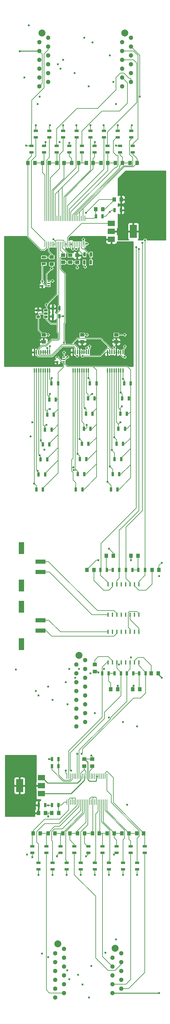
<source format=gtl>
G04 #@! TF.GenerationSoftware,KiCad,Pcbnew,5.1.5-52549c5~84~ubuntu18.04.1*
G04 #@! TF.CreationDate,2020-01-27T20:19:36-05:00*
G04 #@! TF.ProjectId,BMS_peripheral,424d535f-7065-4726-9970-686572616c2e,rev?*
G04 #@! TF.SameCoordinates,Original*
G04 #@! TF.FileFunction,Copper,L1,Top*
G04 #@! TF.FilePolarity,Positive*
%FSLAX46Y46*%
G04 Gerber Fmt 4.6, Leading zero omitted, Abs format (unit mm)*
G04 Created by KiCad (PCBNEW 5.1.5-52549c5~84~ubuntu18.04.1) date 2020-01-27 20:19:36*
%MOMM*%
%LPD*%
G04 APERTURE LIST*
%ADD10R,1.060000X0.650000*%
%ADD11R,0.700000X1.300000*%
%ADD12R,0.400000X1.200000*%
%ADD13R,1.250000X1.000000*%
%ADD14C,2.000000*%
%ADD15C,1.300000*%
%ADD16R,1.000000X1.250000*%
%ADD17R,2.000000X1.500000*%
%ADD18R,2.000000X3.800000*%
%ADD19R,1.300000X0.700000*%
%ADD20R,0.300000X1.200000*%
%ADD21R,0.250000X1.500000*%
%ADD22R,0.650000X0.400000*%
%ADD23R,1.650000X3.430000*%
%ADD24R,2.920000X1.270000*%
%ADD25C,0.609600*%
%ADD26C,0.152400*%
%ADD27C,0.254000*%
G04 APERTURE END LIST*
D10*
X124884000Y-170876000D03*
X124884000Y-168976000D03*
X127084000Y-168976000D03*
X127084000Y-169926000D03*
X127084000Y-170876000D03*
D11*
X145862000Y-220428820D03*
X147762000Y-220428820D03*
X146406285Y-216080702D03*
X148306285Y-216080702D03*
X146950570Y-211732585D03*
X148850570Y-211732585D03*
X147494855Y-207384468D03*
X149394855Y-207384468D03*
X148039140Y-203036351D03*
X149939140Y-203036351D03*
X148583425Y-198688234D03*
X150483425Y-198688234D03*
X149127710Y-194340117D03*
X151027710Y-194340117D03*
X149671995Y-189992000D03*
X151571995Y-189992000D03*
D12*
X144881600Y-181042000D03*
X145516600Y-181042000D03*
X146151600Y-181042000D03*
X146786600Y-181042000D03*
X147421600Y-181042000D03*
X148056600Y-181042000D03*
X148691600Y-181042000D03*
X149326600Y-181042000D03*
X149326600Y-186242000D03*
X148691600Y-186242000D03*
X148056600Y-186242000D03*
X147421600Y-186242000D03*
X146786600Y-186242000D03*
X146151600Y-186242000D03*
X145516600Y-186242000D03*
X144881600Y-186242000D03*
D13*
X147396200Y-176038000D03*
X147396200Y-178038000D03*
D14*
X136630000Y-268094000D03*
D15*
X135890000Y-288544000D03*
X138430000Y-287274000D03*
X135890000Y-286004000D03*
X138430000Y-284734000D03*
X135890000Y-283464000D03*
X138430000Y-282194000D03*
X135890000Y-280924000D03*
X138430000Y-279654000D03*
X135890000Y-278384000D03*
X135890000Y-275844000D03*
X135890000Y-273304000D03*
X135890000Y-270764000D03*
X138430000Y-277114000D03*
X138430000Y-269494000D03*
X138430000Y-272034000D03*
X138430000Y-274574000D03*
D16*
X151400000Y-126619000D03*
X153400000Y-126619000D03*
X147190852Y-126619000D03*
X149190852Y-126619000D03*
X142981710Y-126619000D03*
X144981710Y-126619000D03*
X138772568Y-126619000D03*
X140772568Y-126619000D03*
X134563426Y-126619000D03*
X136563426Y-126619000D03*
X130354284Y-126619000D03*
X132354284Y-126619000D03*
X126145142Y-126619000D03*
X128145142Y-126619000D03*
X121936000Y-126619000D03*
X123936000Y-126619000D03*
X125476000Y-319278000D03*
X123476000Y-319278000D03*
X129740914Y-319278000D03*
X127740914Y-319278000D03*
X134005828Y-319278000D03*
X132005828Y-319278000D03*
X138270742Y-319278000D03*
X136270742Y-319278000D03*
X142535656Y-319278000D03*
X140535656Y-319278000D03*
X146800570Y-319278000D03*
X144800570Y-319278000D03*
X151065484Y-319278000D03*
X149065484Y-319278000D03*
X155330400Y-319278000D03*
X153330400Y-319278000D03*
X143494000Y-139954000D03*
X141494000Y-139954000D03*
X128794000Y-313436000D03*
X130794000Y-313436000D03*
D13*
X132080000Y-155162000D03*
X132080000Y-153162000D03*
X134112000Y-155178000D03*
X134112000Y-153178000D03*
X140462000Y-297974000D03*
X140462000Y-299974000D03*
X136144000Y-155178000D03*
X136144000Y-153178000D03*
X138176000Y-297958000D03*
X138176000Y-299958000D03*
D16*
X146828000Y-137160000D03*
X148828000Y-137160000D03*
X126984000Y-313436000D03*
X124984000Y-313436000D03*
X146542000Y-239522000D03*
X144542000Y-239522000D03*
X151654000Y-239522000D03*
X153654000Y-239522000D03*
X152178000Y-277876000D03*
X154178000Y-277876000D03*
X147812000Y-277876000D03*
X145812000Y-277876000D03*
X138970000Y-243586000D03*
X140970000Y-243586000D03*
X159734000Y-243586000D03*
X157734000Y-243586000D03*
X159496000Y-273304000D03*
X157496000Y-273304000D03*
D13*
X141224000Y-272780000D03*
X141224000Y-270780000D03*
X126492000Y-176038000D03*
X126492000Y-178038000D03*
X137579100Y-176038000D03*
X137579100Y-178038000D03*
X128778000Y-155686000D03*
X128778000Y-153686000D03*
D14*
X147044000Y-352295000D03*
D15*
X146304000Y-365125000D03*
X148844000Y-363855000D03*
X146304000Y-362585000D03*
X146304000Y-360045000D03*
X146304000Y-357505000D03*
X146304000Y-354965000D03*
X148844000Y-361315000D03*
X148844000Y-353695000D03*
X148844000Y-356235000D03*
X148844000Y-358775000D03*
D17*
X146023800Y-144004000D03*
X146023800Y-148604000D03*
X146023800Y-146304000D03*
D18*
X152323800Y-146304000D03*
D17*
X125832000Y-307862000D03*
X125832000Y-303262000D03*
X125832000Y-305562000D03*
D18*
X119532000Y-305562000D03*
D19*
X151765000Y-117414000D03*
X151765000Y-119314000D03*
X147828000Y-117414000D03*
X147828000Y-119314000D03*
X143891000Y-117414000D03*
X143891000Y-119314000D03*
X139954000Y-117414000D03*
X139954000Y-119314000D03*
X136017000Y-117414000D03*
X136017000Y-119314000D03*
X132080000Y-117414000D03*
X132080000Y-119314000D03*
X128143000Y-117414000D03*
X128143000Y-119314000D03*
X124206000Y-117414000D03*
X124206000Y-119314000D03*
X124968000Y-329626000D03*
X124968000Y-327726000D03*
X129035628Y-329626000D03*
X129035628Y-327726000D03*
X133103256Y-329626000D03*
X133103256Y-327726000D03*
X137170884Y-329626000D03*
X137170884Y-327726000D03*
X141238512Y-329626000D03*
X141238512Y-327726000D03*
X145306140Y-329626000D03*
X145306140Y-327726000D03*
X149373768Y-329626000D03*
X149373768Y-327726000D03*
X153441400Y-329626000D03*
X153441400Y-327726000D03*
X152146000Y-123632000D03*
X152146000Y-121732000D03*
X148494750Y-123632000D03*
X148494750Y-121732000D03*
X144843500Y-123632000D03*
X144843500Y-121732000D03*
X141192250Y-123632000D03*
X141192250Y-121732000D03*
X137541000Y-123632000D03*
X137541000Y-121732000D03*
X133889750Y-123632000D03*
X133889750Y-121732000D03*
X130238500Y-123632000D03*
X130238500Y-121732000D03*
X126587250Y-123632000D03*
X126587250Y-121732000D03*
X122936000Y-123632000D03*
X122936000Y-121732000D03*
X123190000Y-323001600D03*
X123190000Y-324901600D03*
X127241300Y-323001600D03*
X127241300Y-324901600D03*
X131292600Y-323001600D03*
X131292600Y-324901600D03*
X135343900Y-323001600D03*
X135343900Y-324901600D03*
X139395200Y-323001600D03*
X139395200Y-324901600D03*
X143446500Y-323001600D03*
X143446500Y-324901600D03*
X147497800Y-323001600D03*
X147497800Y-324901600D03*
X151549100Y-323001600D03*
X151549100Y-324901600D03*
X155600400Y-323001600D03*
X155600400Y-324901600D03*
D11*
X141544000Y-141986000D03*
X143444000Y-141986000D03*
X130744000Y-311150000D03*
X128844000Y-311150000D03*
X138242000Y-152908000D03*
X140142000Y-152908000D03*
X128844000Y-299974000D03*
X130744000Y-299974000D03*
X130998000Y-170688000D03*
X129098000Y-170688000D03*
X138176000Y-155194000D03*
X140076000Y-155194000D03*
X128844000Y-297942000D03*
X130744000Y-297942000D03*
X130998000Y-168402000D03*
X129098000Y-168402000D03*
X148778000Y-140208000D03*
X146878000Y-140208000D03*
X125034000Y-311150000D03*
X126934000Y-311150000D03*
X124368520Y-220428820D03*
X126268520Y-220428820D03*
X135750260Y-220428820D03*
X137650260Y-220428820D03*
X124991908Y-216133312D03*
X126891908Y-216133312D03*
X136334096Y-216080702D03*
X138234096Y-216080702D03*
X125615296Y-211837810D03*
X127515296Y-211837810D03*
X136917932Y-211732585D03*
X138817932Y-211732585D03*
X126238684Y-207542308D03*
X128138684Y-207542308D03*
X137501768Y-207384468D03*
X139401768Y-207384468D03*
X144739400Y-243611400D03*
X142839400Y-243611400D03*
X148270000Y-243586000D03*
X146370000Y-243586000D03*
X152080000Y-243586000D03*
X150180000Y-243586000D03*
X155702000Y-243586000D03*
X153802000Y-243586000D03*
X153990000Y-273304000D03*
X155890000Y-273304000D03*
X150434000Y-273304000D03*
X152334000Y-273304000D03*
X146878000Y-273304000D03*
X148778000Y-273304000D03*
X143322000Y-273304000D03*
X145222000Y-273304000D03*
X126862072Y-203246806D03*
X128762072Y-203246806D03*
X138085604Y-203036351D03*
X139985604Y-203036351D03*
X127485460Y-198951304D03*
X129385460Y-198951304D03*
X138669440Y-198688234D03*
X140569440Y-198688234D03*
X128108848Y-194655802D03*
X130008848Y-194655802D03*
X139253276Y-194340117D03*
X141153276Y-194340117D03*
X128732236Y-189992000D03*
X130632236Y-189992000D03*
X139837112Y-189992000D03*
X141737112Y-189992000D03*
D19*
X126492000Y-155636000D03*
X126492000Y-153736000D03*
D20*
X145008600Y-247689200D03*
X146278600Y-247689200D03*
X147548600Y-247689200D03*
X148818600Y-247689200D03*
X150088600Y-247689200D03*
X151358600Y-247689200D03*
X152628600Y-247689200D03*
X153898600Y-256489200D03*
X152628600Y-256489200D03*
X151358600Y-256489200D03*
X150088600Y-256489200D03*
X148818600Y-256489200D03*
X147548600Y-256489200D03*
X146278600Y-256489200D03*
X145008600Y-256489200D03*
X153898600Y-247689200D03*
X153898600Y-270140600D03*
X152628600Y-270140600D03*
X151358600Y-270140600D03*
X150088600Y-270140600D03*
X148818600Y-270140600D03*
X147548600Y-270140600D03*
X146278600Y-270140600D03*
X145008600Y-261340600D03*
X146278600Y-261340600D03*
X147548600Y-261340600D03*
X148818600Y-261340600D03*
X150088600Y-261340600D03*
X151358600Y-261340600D03*
X152628600Y-261340600D03*
X153898600Y-261340600D03*
X145008600Y-270140600D03*
D21*
X138338000Y-150019000D03*
X137838000Y-150019000D03*
X137338000Y-150019000D03*
X136838000Y-150019000D03*
X136338000Y-150019000D03*
X135838000Y-150019000D03*
X135338000Y-150019000D03*
X134838000Y-150019000D03*
X134338000Y-150019000D03*
X133838000Y-150019000D03*
X133338000Y-150019000D03*
X132838000Y-150019000D03*
X132338000Y-150019000D03*
X131838000Y-150019000D03*
X131338000Y-150019000D03*
X130838000Y-150019000D03*
X130338000Y-150019000D03*
X129838000Y-150019000D03*
X129338000Y-150019000D03*
X128838000Y-150019000D03*
X128338000Y-150019000D03*
X127838000Y-150019000D03*
X127338000Y-150019000D03*
X126838000Y-142554000D03*
X127338000Y-142554000D03*
X127838000Y-142554000D03*
X128338000Y-142554000D03*
X128838000Y-142554000D03*
X129338000Y-142554000D03*
X129838000Y-142554000D03*
X130338000Y-142554000D03*
X130838000Y-142554000D03*
X131338000Y-142554000D03*
X131838000Y-142554000D03*
X132338000Y-142554000D03*
X132838000Y-142554000D03*
X133338000Y-142554000D03*
X133838000Y-142554000D03*
X134338000Y-142554000D03*
X134838000Y-142554000D03*
X135338000Y-142554000D03*
X135838000Y-142554000D03*
X136338000Y-142554000D03*
X136838000Y-142554000D03*
X137338000Y-142554000D03*
X137838000Y-142554000D03*
X138338000Y-142554000D03*
X126838000Y-150019000D03*
X133188000Y-302863000D03*
X133688000Y-302863000D03*
X134188000Y-302863000D03*
X134688000Y-302863000D03*
X135188000Y-302863000D03*
X135688000Y-302863000D03*
X136188000Y-302863000D03*
X136688000Y-302863000D03*
X137188000Y-302863000D03*
X137688000Y-302863000D03*
X138188000Y-302863000D03*
X138688000Y-302863000D03*
X139188000Y-302863000D03*
X139688000Y-302863000D03*
X140188000Y-302863000D03*
X140688000Y-302863000D03*
X141188000Y-302863000D03*
X141688000Y-302863000D03*
X142188000Y-302863000D03*
X142688000Y-302863000D03*
X143188000Y-302863000D03*
X143688000Y-302863000D03*
X144188000Y-302863000D03*
X144688000Y-310328000D03*
X144188000Y-310328000D03*
X143688000Y-310328000D03*
X143188000Y-310328000D03*
X142688000Y-310328000D03*
X142188000Y-310328000D03*
X141688000Y-310328000D03*
X141188000Y-310328000D03*
X140688000Y-310328000D03*
X140188000Y-310328000D03*
X139688000Y-310328000D03*
X139188000Y-310328000D03*
X138688000Y-310328000D03*
X138188000Y-310328000D03*
X137688000Y-310328000D03*
X137188000Y-310328000D03*
X136688000Y-310328000D03*
X136188000Y-310328000D03*
X135688000Y-310328000D03*
X135188000Y-310328000D03*
X134688000Y-310328000D03*
X134188000Y-310328000D03*
X133688000Y-310328000D03*
X133188000Y-310328000D03*
X144688000Y-302863000D03*
D22*
X130368000Y-183784000D03*
X130368000Y-182484000D03*
X132268000Y-183134000D03*
X132268000Y-182484000D03*
X132268000Y-183784000D03*
D12*
X123786900Y-181042000D03*
X124421900Y-181042000D03*
X125056900Y-181042000D03*
X125691900Y-181042000D03*
X126326900Y-181042000D03*
X126961900Y-181042000D03*
X127596900Y-181042000D03*
X128231900Y-181042000D03*
X128231900Y-186242000D03*
X127596900Y-186242000D03*
X126961900Y-186242000D03*
X126326900Y-186242000D03*
X125691900Y-186242000D03*
X125056900Y-186242000D03*
X124421900Y-186242000D03*
X123786900Y-186242000D03*
X134969250Y-181042000D03*
X135604250Y-181042000D03*
X136239250Y-181042000D03*
X136874250Y-181042000D03*
X137509250Y-181042000D03*
X138144250Y-181042000D03*
X138779250Y-181042000D03*
X139414250Y-181042000D03*
X139414250Y-186242000D03*
X138779250Y-186242000D03*
X138144250Y-186242000D03*
X137509250Y-186242000D03*
X136874250Y-186242000D03*
X136239250Y-186242000D03*
X135604250Y-186242000D03*
X134969250Y-186242000D03*
D22*
X126050000Y-161940000D03*
X126050000Y-160640000D03*
X127950000Y-161290000D03*
X127950000Y-160640000D03*
X127950000Y-161940000D03*
D23*
X120104400Y-237291600D03*
X120104400Y-248051600D03*
D24*
X125564400Y-241171600D03*
X125564400Y-244171600D03*
D23*
X120104400Y-254157200D03*
X120104400Y-264917200D03*
D24*
X125564400Y-258037200D03*
X125564400Y-261037200D03*
D14*
X149838000Y-89278000D03*
D15*
X149098000Y-104648000D03*
X151638000Y-103378000D03*
X149098000Y-102108000D03*
X151638000Y-100838000D03*
X149098000Y-99568000D03*
X149098000Y-97028000D03*
X149098000Y-94488000D03*
X149098000Y-91948000D03*
X151638000Y-98298000D03*
X151638000Y-90678000D03*
X151638000Y-93218000D03*
X151638000Y-95758000D03*
D14*
X130534000Y-351025000D03*
D15*
X129794000Y-366395000D03*
X132334000Y-365125000D03*
X129794000Y-363855000D03*
X132334000Y-362585000D03*
X129794000Y-361315000D03*
X129794000Y-358775000D03*
X129794000Y-356235000D03*
X129794000Y-353695000D03*
X132334000Y-360045000D03*
X132334000Y-352425000D03*
X132334000Y-354965000D03*
X132334000Y-357505000D03*
X127762000Y-95758000D03*
X127762000Y-93218000D03*
X127762000Y-90678000D03*
X127762000Y-98298000D03*
X125222000Y-91948000D03*
X125222000Y-94488000D03*
X125222000Y-97028000D03*
X125222000Y-99568000D03*
X127762000Y-100838000D03*
X125222000Y-102108000D03*
X127762000Y-103378000D03*
X125222000Y-104648000D03*
D14*
X125962000Y-89278000D03*
D25*
X130302000Y-166878000D03*
X134537450Y-166878000D03*
X132334000Y-181102000D03*
X132334000Y-178282600D03*
X139414250Y-188436250D03*
X139573000Y-366395000D03*
X136874250Y-205954550D03*
X137693401Y-362686599D03*
X136239250Y-210251503D03*
X136626611Y-272034000D03*
X133832600Y-272034000D03*
X133858000Y-361188000D03*
X128295400Y-197358000D03*
X125691900Y-206286100D03*
X125984000Y-353822000D03*
X136398000Y-359918000D03*
X135102600Y-214884000D03*
X127774700Y-354838000D03*
X127228600Y-201930000D03*
X148691600Y-192633600D03*
X145516600Y-213842600D03*
X149326600Y-188696600D03*
X144881600Y-218287600D03*
X144272000Y-353568000D03*
X149047191Y-196596000D03*
X124756498Y-215095502D03*
X124756498Y-109685502D03*
X147320000Y-109728000D03*
X128295400Y-193040000D03*
X130556000Y-98298000D03*
X123672600Y-218782900D03*
X122174000Y-87122000D03*
X125289898Y-210604057D03*
X125289899Y-107628101D03*
X154203400Y-107628101D03*
X128828800Y-188468000D03*
X131318000Y-99568000D03*
X135070850Y-214122000D03*
X135356599Y-100863401D03*
X138880850Y-201930000D03*
X139446000Y-104648000D03*
X146151600Y-209143600D03*
X126695199Y-209042000D03*
X138347450Y-197104000D03*
X138176000Y-90678000D03*
X148590000Y-201168000D03*
X123215400Y-201168000D03*
X140487400Y-193040000D03*
X140538211Y-92024211D03*
X122682000Y-205232000D03*
X146812000Y-205486000D03*
X132080000Y-170688000D03*
X127254000Y-167386000D03*
X136144000Y-182118000D03*
X137668000Y-182118000D03*
X136144000Y-296418000D03*
X137414000Y-296418000D03*
X134366000Y-301244000D03*
X132842000Y-301244000D03*
X153162000Y-150876000D03*
X135890011Y-151358600D03*
X153924000Y-151384000D03*
X134874000Y-151358600D03*
X154940000Y-149606000D03*
X138938000Y-149860000D03*
X155702000Y-148844000D03*
X137922000Y-148590000D03*
X140208000Y-296926000D03*
X160528000Y-274574000D03*
X142240000Y-273050000D03*
X147828000Y-276860000D03*
X128016000Y-297942000D03*
X152400000Y-276860000D03*
X127762000Y-314452000D03*
X119600000Y-94525000D03*
X118450000Y-272225000D03*
X138938000Y-176022000D03*
X138938000Y-179832000D03*
X127508000Y-179832000D03*
X133350000Y-182372000D03*
X146812000Y-179578000D03*
X127762000Y-176022000D03*
X129286000Y-148590000D03*
X138430000Y-156464000D03*
X128778000Y-156972000D03*
X138684000Y-140970000D03*
X151638000Y-240792000D03*
X160528000Y-241554000D03*
X142240000Y-240792000D03*
X149860000Y-182372000D03*
X149860000Y-176022000D03*
X145288000Y-237490000D03*
X136144000Y-156718000D03*
X159800000Y-365125000D03*
X159750000Y-245350000D03*
X131064000Y-120650000D03*
X127025400Y-120650000D03*
X133299199Y-358648000D03*
X133883401Y-120929401D03*
X147294600Y-121666000D03*
X147294599Y-349732599D03*
X140208000Y-357378000D03*
X141224000Y-120650000D03*
X135890000Y-115824000D03*
X135541770Y-274556900D03*
X143764000Y-115824000D03*
X143855400Y-272034000D03*
X151892000Y-115824000D03*
X151638000Y-268732000D03*
X128270000Y-115824000D03*
X127762000Y-277114000D03*
X147828000Y-115824000D03*
X148154953Y-270768452D03*
X139954000Y-115824000D03*
X139954000Y-273304000D03*
X132080000Y-115824000D03*
X132842000Y-275844000D03*
X124206000Y-115824000D03*
X124206000Y-278384000D03*
X124968000Y-331216000D03*
X124968000Y-279654000D03*
X129032000Y-331216000D03*
X129032000Y-280924000D03*
X133096000Y-331216000D03*
X133400799Y-282194000D03*
X137160000Y-331216000D03*
X141224000Y-331216000D03*
X141224000Y-284734000D03*
X145288000Y-331216000D03*
X145288000Y-286004000D03*
X149352000Y-331216000D03*
X149352000Y-287274000D03*
X153416000Y-331216000D03*
X153416000Y-288544000D03*
X145600000Y-95725000D03*
X145575000Y-140750000D03*
X123190000Y-326136000D03*
X123190000Y-326136000D03*
X121412000Y-121666000D03*
X130302000Y-325882000D03*
X130302000Y-325882000D03*
X132080000Y-97028000D03*
X138684000Y-325882000D03*
X121666000Y-325374000D03*
X120904000Y-102108000D03*
X146761199Y-325374000D03*
X146558000Y-103378000D03*
X150550000Y-311075000D03*
X127775000Y-311225000D03*
X128270000Y-179324000D03*
X139700000Y-179324000D03*
X149860000Y-179324000D03*
X129032000Y-160528000D03*
D26*
X149190852Y-126619000D02*
X149190852Y-125060852D01*
X148494750Y-124364750D02*
X148494750Y-123632000D01*
X149190852Y-125060852D02*
X148494750Y-124364750D01*
X151400000Y-126619000D02*
X149190852Y-126619000D01*
X134838000Y-141651600D02*
X148336000Y-128153600D01*
X134838000Y-142554000D02*
X134838000Y-141651600D01*
X149190852Y-126744000D02*
X149190852Y-126619000D01*
X148336000Y-127598852D02*
X149190852Y-126744000D01*
X148336000Y-128153600D02*
X148336000Y-127598852D01*
X153400000Y-126744000D02*
X153400000Y-126619000D01*
X152366589Y-127777411D02*
X153400000Y-126744000D01*
X149712189Y-127777411D02*
X152366589Y-127777411D01*
X135838000Y-142554000D02*
X135838000Y-141651600D01*
X153400000Y-125841600D02*
X153400000Y-126619000D01*
X152146000Y-124134400D02*
X153400000Y-125388400D01*
X153400000Y-125388400D02*
X153400000Y-125841600D01*
X152146000Y-123632000D02*
X152146000Y-124134400D01*
X136838000Y-140651600D02*
X136966800Y-140522800D01*
X136838000Y-142554000D02*
X136838000Y-140651600D01*
X135838000Y-141651600D02*
X136966800Y-140522800D01*
X137838000Y-139651600D02*
X137982800Y-139506800D01*
X137838000Y-142554000D02*
X137838000Y-139651600D01*
X136966800Y-140522800D02*
X137982800Y-139506800D01*
X137982800Y-139506800D02*
X149712189Y-127777411D01*
X144981710Y-123770210D02*
X144843500Y-123632000D01*
X144981710Y-126619000D02*
X144981710Y-123770210D01*
X147190852Y-126619000D02*
X144981710Y-126619000D01*
X133838000Y-142554000D02*
X133838000Y-139974000D01*
X144981710Y-128830290D02*
X144981710Y-126619000D01*
X133838000Y-139974000D02*
X144981710Y-128830290D01*
X141424968Y-126619000D02*
X142981710Y-126619000D01*
X140772568Y-126619000D02*
X141424968Y-126619000D01*
X141192250Y-123632000D02*
X141192250Y-124999750D01*
X140772568Y-125419432D02*
X140772568Y-126619000D01*
X141192250Y-124999750D02*
X140772568Y-125419432D01*
X140772568Y-127396400D02*
X140772568Y-126619000D01*
X132838000Y-136325066D02*
X140772568Y-128390498D01*
X140772568Y-128390498D02*
X140772568Y-127396400D01*
X132838000Y-142554000D02*
X132838000Y-136325066D01*
X137541000Y-124134400D02*
X137541000Y-126619000D01*
X136563426Y-126619000D02*
X137541000Y-126619000D01*
X137541000Y-123632000D02*
X137541000Y-124134400D01*
X137541000Y-126619000D02*
X138772568Y-126619000D01*
X129838000Y-142554000D02*
X129838000Y-135592000D01*
X136563426Y-128866574D02*
X136563426Y-126619000D01*
X130838000Y-134592000D02*
X131064000Y-134366000D01*
X130838000Y-142554000D02*
X130838000Y-134592000D01*
X129838000Y-135592000D02*
X131064000Y-134366000D01*
X131838000Y-142554000D02*
X131838000Y-133592000D01*
X131064000Y-134366000D02*
X132080000Y-133350000D01*
X131838000Y-133592000D02*
X132080000Y-133350000D01*
X132080000Y-133350000D02*
X136563426Y-128866574D01*
X133911026Y-126619000D02*
X132354284Y-126619000D01*
X134563426Y-126619000D02*
X133911026Y-126619000D01*
X133889750Y-123632000D02*
X133889750Y-124745750D01*
X134563426Y-125419426D02*
X134563426Y-126619000D01*
X133889750Y-124745750D02*
X134563426Y-125419426D01*
X128838000Y-142554000D02*
X128838000Y-134560000D01*
X132354284Y-131043716D02*
X132354284Y-126619000D01*
X128838000Y-134560000D02*
X132354284Y-131043716D01*
X126838000Y-142554000D02*
X126838000Y-130140000D01*
X126145142Y-129447142D02*
X126145142Y-126619000D01*
X126838000Y-130140000D02*
X126145142Y-129447142D01*
X123936000Y-126619000D02*
X126145142Y-126619000D01*
X126587250Y-126176892D02*
X126145142Y-126619000D01*
X126587250Y-123632000D02*
X126587250Y-126176892D01*
X121936000Y-126619000D02*
X121936000Y-147844000D01*
X121936000Y-147844000D02*
X125730000Y-151638000D01*
X127338000Y-150921400D02*
X127338000Y-150019000D01*
X126621400Y-151638000D02*
X127338000Y-150921400D01*
X125730000Y-151638000D02*
X126621400Y-151638000D01*
X121936000Y-126619000D02*
X121936000Y-125714000D01*
X122936000Y-124714000D02*
X122936000Y-123632000D01*
X121936000Y-125714000D02*
X122936000Y-124714000D01*
X125476000Y-319278000D02*
X127740914Y-319278000D01*
X127740914Y-319278000D02*
X127740914Y-319153000D01*
X136688000Y-311622000D02*
X136688000Y-310328000D01*
X127241300Y-319777614D02*
X127740914Y-319278000D01*
X127241300Y-323001600D02*
X127241300Y-319777614D01*
X127740914Y-319153000D02*
X129647914Y-317246000D01*
X131064000Y-317246000D02*
X135890000Y-312420000D01*
X129647914Y-317246000D02*
X131064000Y-317246000D01*
X135382000Y-312928000D02*
X135890000Y-312420000D01*
X135890000Y-312420000D02*
X136688000Y-311622000D01*
X130393314Y-319278000D02*
X132005828Y-319278000D01*
X129740914Y-319278000D02*
X130393314Y-319278000D01*
X137688000Y-311230400D02*
X137688000Y-310328000D01*
X137688000Y-313470828D02*
X137688000Y-311230400D01*
X132005828Y-319153000D02*
X137688000Y-313470828D01*
X132005828Y-319278000D02*
X132005828Y-319153000D01*
X131353428Y-319278000D02*
X132005828Y-319278000D01*
X131292600Y-319338828D02*
X131353428Y-319278000D01*
X131292600Y-323001600D02*
X131292600Y-319338828D01*
X137579100Y-179584750D02*
X137579100Y-178038000D01*
X136874250Y-181042000D02*
X136874250Y-180289600D01*
X136874250Y-180289600D02*
X137579100Y-179584750D01*
X134969250Y-181042000D02*
X134969250Y-181794400D01*
X125714600Y-178038000D02*
X126492000Y-178038000D01*
X123786900Y-179965700D02*
X125714600Y-178038000D01*
X123786900Y-181042000D02*
X123786900Y-179965700D01*
X147421600Y-181794400D02*
X147421600Y-181042000D01*
X144881600Y-181042000D02*
X144881600Y-181794400D01*
X146050000Y-182118000D02*
X147098000Y-182118000D01*
X147421600Y-178063400D02*
X147396200Y-178038000D01*
X147421600Y-181042000D02*
X147421600Y-178063400D01*
X147098000Y-182118000D02*
X147421600Y-181794400D01*
X144881600Y-181794400D02*
X145205200Y-182118000D01*
X129890600Y-183784000D02*
X129524600Y-184150000D01*
X130368000Y-183784000D02*
X129890600Y-183784000D01*
X123786900Y-181794400D02*
X123786900Y-181042000D01*
X126142500Y-184150000D02*
X123786900Y-181794400D01*
X129032000Y-182883518D02*
X131318000Y-180597518D01*
X129032000Y-184150000D02*
X129032000Y-182883518D01*
X129032000Y-184150000D02*
X126142500Y-184150000D01*
X129524600Y-184150000D02*
X129032000Y-184150000D01*
X131318000Y-180597518D02*
X131318000Y-180566566D01*
X132077967Y-179806599D02*
X134594599Y-179806599D01*
X131318000Y-180566566D02*
X132077967Y-179806599D01*
X134969250Y-180181250D02*
X134969250Y-181042000D01*
X134594599Y-179806599D02*
X134969250Y-180181250D01*
X145205200Y-182118000D02*
X145796000Y-182118000D01*
X145796000Y-182118000D02*
X146050000Y-182118000D01*
X136400033Y-182651401D02*
X136906000Y-182145434D01*
X134969250Y-181794400D02*
X135826251Y-182651401D01*
X135826251Y-182651401D02*
X136400033Y-182651401D01*
X144529200Y-181042000D02*
X144881600Y-181042000D01*
X142919799Y-182651401D02*
X144529200Y-181042000D01*
X137411967Y-182651401D02*
X142919799Y-182651401D01*
X136906000Y-182145434D02*
X137411967Y-182651401D01*
X129098000Y-168402000D02*
X129098000Y-170688000D01*
X126367000Y-178038000D02*
X123952000Y-175623000D01*
X126492000Y-178038000D02*
X126367000Y-178038000D01*
X123952000Y-170385400D02*
X124884000Y-169453400D01*
X124884000Y-169453400D02*
X124884000Y-168976000D01*
X123952000Y-175623000D02*
X123952000Y-170385400D01*
X147271200Y-178038000D02*
X147396200Y-178038000D01*
X146023800Y-176790600D02*
X147271200Y-178038000D01*
X146023800Y-148604000D02*
X146023800Y-176790600D01*
X130302000Y-166898000D02*
X130302000Y-166878000D01*
X129098000Y-168402000D02*
X129098000Y-168102000D01*
X129098000Y-168102000D02*
X130302000Y-166898000D01*
X132838000Y-150921400D02*
X133300600Y-151384000D01*
X132838000Y-150019000D02*
X132838000Y-150921400D01*
X133300600Y-151384000D02*
X134112000Y-151384000D01*
X134338000Y-151158000D02*
X134338000Y-150019000D01*
X134112000Y-151384000D02*
X134338000Y-151158000D01*
X140976000Y-142554000D02*
X141544000Y-141986000D01*
X138338000Y-142554000D02*
X140976000Y-142554000D01*
X141494000Y-141936000D02*
X141544000Y-141986000D01*
X141494000Y-139954000D02*
X141494000Y-141936000D01*
X133188000Y-310328000D02*
X132394000Y-310328000D01*
X131572000Y-311150000D02*
X130744000Y-311150000D01*
X132394000Y-310328000D02*
X131572000Y-311150000D01*
X130744000Y-312878000D02*
X130794000Y-312928000D01*
X130744000Y-311150000D02*
X130744000Y-312878000D01*
X131338000Y-150921400D02*
X131338000Y-150019000D01*
X131338000Y-151767600D02*
X131338000Y-150921400D01*
X132080000Y-152509600D02*
X131338000Y-151767600D01*
X132080000Y-153162000D02*
X132080000Y-152509600D01*
X132334000Y-182418000D02*
X132268000Y-182484000D01*
X132334000Y-181102000D02*
X132334000Y-182418000D01*
X131955000Y-153162000D02*
X132080000Y-153162000D01*
X132334000Y-178282600D02*
X132334000Y-172720000D01*
X132613401Y-172440599D02*
X132613401Y-158521401D01*
X132334000Y-172720000D02*
X132613401Y-172440599D01*
X132613401Y-158521401D02*
X131226399Y-157134399D01*
X131226399Y-153890601D02*
X131955000Y-153162000D01*
X131226399Y-157134399D02*
X131226399Y-153890601D01*
X128728000Y-153736000D02*
X128778000Y-153686000D01*
X126492000Y-153736000D02*
X128728000Y-153736000D01*
X128778000Y-153686000D02*
X128778000Y-152908000D01*
X127838000Y-151968000D02*
X127838000Y-150019000D01*
X128778000Y-152908000D02*
X127838000Y-151968000D01*
X146278600Y-248441600D02*
X145292200Y-249428000D01*
X146278600Y-247689200D02*
X146278600Y-248441600D01*
X145292200Y-249428000D02*
X143764000Y-249428000D01*
X140970000Y-246634000D02*
X140970000Y-243586000D01*
X143764000Y-249428000D02*
X140970000Y-246634000D01*
X152628600Y-269690600D02*
X153587200Y-268732000D01*
X152628600Y-270140600D02*
X152628600Y-269690600D01*
X153587200Y-268732000D02*
X155194000Y-268732000D01*
X157496000Y-271034000D02*
X157496000Y-273304000D01*
X155194000Y-268732000D02*
X157496000Y-271034000D01*
X139326000Y-186182000D02*
X139207851Y-186182000D01*
X139414250Y-186242000D02*
X139386000Y-186242000D01*
X139386000Y-186242000D02*
X139326000Y-186182000D01*
X139414250Y-186242000D02*
X139414250Y-188436250D01*
X139837112Y-188859112D02*
X139837112Y-189992000D01*
X139414250Y-188436250D02*
X139837112Y-188859112D01*
X136874250Y-186994400D02*
X136874250Y-186242000D01*
X137501768Y-206582068D02*
X136874250Y-205954550D01*
X136874250Y-205954550D02*
X136874250Y-186994400D01*
X137501768Y-207384468D02*
X137501768Y-206582068D01*
X136239250Y-186994400D02*
X136239250Y-186242000D01*
X136239250Y-210251503D02*
X136239250Y-186994400D01*
X136917932Y-210930185D02*
X136239250Y-210251503D01*
X136917932Y-211732585D02*
X136917932Y-210930185D01*
X126961900Y-186994400D02*
X126961900Y-186242000D01*
X127485460Y-198148904D02*
X126961900Y-197625344D01*
X126961900Y-197142100D02*
X126961900Y-186994400D01*
X126961900Y-197625344D02*
X126961900Y-197142100D01*
X127485460Y-198148904D02*
X127485460Y-198951304D01*
X127485460Y-197736888D02*
X127485460Y-198148904D01*
X127864348Y-197358000D02*
X127485460Y-197736888D01*
X128295400Y-197358000D02*
X127864348Y-197358000D01*
X125691900Y-186994400D02*
X125691900Y-186242000D01*
X126238684Y-207242308D02*
X125691900Y-206695524D01*
X126238684Y-207542308D02*
X126238684Y-207242308D01*
X125691900Y-206286100D02*
X125691900Y-186994400D01*
X125691900Y-206695524D02*
X125691900Y-206286100D01*
X136334096Y-215780702D02*
X136144000Y-215590606D01*
X136334096Y-216080702D02*
X136334096Y-215780702D01*
X135604250Y-186994400D02*
X135604250Y-186242000D01*
X135604250Y-214548456D02*
X135604250Y-186994400D01*
X136334096Y-216080702D02*
X136334096Y-215278302D01*
X135914897Y-214859103D02*
X135604250Y-214548456D01*
X135939794Y-214884000D02*
X136168897Y-215113103D01*
X135102600Y-214884000D02*
X135939794Y-214884000D01*
X136334096Y-215278302D02*
X136168897Y-215113103D01*
X136168897Y-215113103D02*
X135914897Y-214859103D01*
X126326900Y-186994400D02*
X126326900Y-186242000D01*
X126326900Y-201909234D02*
X126326900Y-186994400D01*
X126862072Y-203246806D02*
X126862072Y-202444406D01*
X126800833Y-202357767D02*
X126800833Y-202383167D01*
X127228600Y-201930000D02*
X126800833Y-202357767D01*
X126862072Y-202444406D02*
X126800833Y-202383167D01*
X126800833Y-202383167D02*
X126326900Y-201909234D01*
X149127710Y-193069710D02*
X149127710Y-194340117D01*
X148691600Y-192633600D02*
X149127710Y-193069710D01*
X148691600Y-186242000D02*
X148691600Y-192633600D01*
X146406285Y-214732285D02*
X146406285Y-216080702D01*
X145516600Y-213842600D02*
X146406285Y-214732285D01*
X145516600Y-186242000D02*
X145516600Y-213842600D01*
X149671995Y-189041995D02*
X149671995Y-189992000D01*
X149326600Y-188696600D02*
X149671995Y-189041995D01*
X149326600Y-186242000D02*
X149326600Y-188696600D01*
X144881600Y-186242000D02*
X144881600Y-218287600D01*
X145862000Y-219268000D02*
X145862000Y-220428820D01*
X144881600Y-218287600D02*
X145862000Y-219268000D01*
X148056600Y-197078600D02*
X148583425Y-197605425D01*
X148056600Y-186242000D02*
X148056600Y-197078600D01*
X148583425Y-197059766D02*
X148583425Y-197859425D01*
X149047191Y-196596000D02*
X148583425Y-197059766D01*
X148583425Y-197605425D02*
X148583425Y-197859425D01*
X148583425Y-197859425D02*
X148583425Y-198688234D01*
X124421900Y-214760904D02*
X124421900Y-186994400D01*
X124421900Y-186994400D02*
X124421900Y-186242000D01*
X124991908Y-216133312D02*
X124991908Y-215330912D01*
X124756498Y-215095502D02*
X124421900Y-214760904D01*
X124991908Y-215330912D02*
X124756498Y-215095502D01*
X127596900Y-186994400D02*
X127596900Y-186242000D01*
X127596900Y-193341454D02*
X127596900Y-186994400D01*
X128108848Y-193853402D02*
X127596900Y-193341454D01*
X128108848Y-194655802D02*
X128108848Y-193853402D01*
X128108848Y-194655802D02*
X128108848Y-193226552D01*
X128108848Y-193226552D02*
X128295400Y-193040000D01*
X124368520Y-220428820D02*
X124368520Y-219364520D01*
X123786900Y-218782900D02*
X123786900Y-186242000D01*
X124368520Y-219364520D02*
X123786900Y-218782900D01*
X123786900Y-218782900D02*
X123672600Y-218782900D01*
X125056900Y-186994400D02*
X125056900Y-186242000D01*
X125056900Y-210477014D02*
X125056900Y-186994400D01*
X125615296Y-211837810D02*
X125615296Y-211035410D01*
X125183943Y-210604057D02*
X125289898Y-210604057D01*
X125183943Y-210604057D02*
X125056900Y-210477014D01*
X125615296Y-211035410D02*
X125183943Y-210604057D01*
X154203400Y-95783400D02*
X151638000Y-93218000D01*
X154203400Y-107628101D02*
X154203400Y-95783400D01*
X128231900Y-188689264D02*
X128231900Y-186242000D01*
X128732236Y-189992000D02*
X128732236Y-189189600D01*
X128732236Y-189189600D02*
X128231900Y-188689264D01*
X128732236Y-189992000D02*
X128732236Y-188564564D01*
X128732236Y-188564564D02*
X128828800Y-188468000D01*
X135750260Y-220428820D02*
X135750260Y-218554260D01*
X135750260Y-218554260D02*
X134969250Y-217773250D01*
X134969250Y-217773250D02*
X134969250Y-215540084D01*
X134969250Y-215540084D02*
X134569199Y-215140033D01*
X134969250Y-211486750D02*
X134969250Y-186242000D01*
X134569199Y-211886801D02*
X134969250Y-211486750D01*
X135020049Y-214172801D02*
X135070850Y-214122000D01*
X134569199Y-214172801D02*
X135020049Y-214172801D01*
X134569199Y-214172801D02*
X134569199Y-211886801D01*
X134569199Y-215140033D02*
X134569199Y-214172801D01*
X137509250Y-186242000D02*
X137509250Y-201009250D01*
X138085604Y-201585604D02*
X138085604Y-203036351D01*
X137509250Y-201009250D02*
X138085604Y-201585604D01*
X138588004Y-203036351D02*
X138938000Y-202686355D01*
X138085604Y-203036351D02*
X138588004Y-203036351D01*
X138938000Y-202686355D02*
X138938000Y-201987150D01*
X138938000Y-201987150D02*
X138880850Y-201930000D01*
X146950570Y-209942570D02*
X146950570Y-211732585D01*
X146151600Y-186242000D02*
X146151600Y-209143600D01*
X146151600Y-209143600D02*
X146950570Y-209942570D01*
X138144250Y-186242000D02*
X138144250Y-196818250D01*
X138669440Y-197343440D02*
X138669440Y-198688234D01*
X138430000Y-197104000D02*
X138347450Y-197104000D01*
X138430000Y-197104000D02*
X138669440Y-197343440D01*
X138144250Y-196818250D02*
X138430000Y-197104000D01*
X147421600Y-201015600D02*
X148039140Y-201633140D01*
X147421600Y-186242000D02*
X147421600Y-201015600D01*
X148039140Y-201718860D02*
X148590000Y-201168000D01*
X148039140Y-201972860D02*
X148039140Y-201718860D01*
X148039140Y-201972860D02*
X148039140Y-203036351D01*
X148039140Y-201633140D02*
X148039140Y-201972860D01*
X138779250Y-186242000D02*
X138779250Y-192627250D01*
X139253276Y-193101276D02*
X139253276Y-194340117D01*
X138779250Y-192627250D02*
X139253276Y-193101276D01*
X139253276Y-194040117D02*
X140253393Y-193040000D01*
X139253276Y-194340117D02*
X139253276Y-194040117D01*
X140253393Y-193040000D02*
X140487400Y-193040000D01*
X146786600Y-186242000D02*
X146786600Y-205460600D01*
X147494855Y-206168855D02*
X147494855Y-207384468D01*
X146786600Y-205460600D02*
X146812000Y-205486000D01*
X146812000Y-205486000D02*
X147494855Y-206168855D01*
X146023800Y-144004000D02*
X137428000Y-144004000D01*
X133338000Y-148094000D02*
X133338000Y-150019000D01*
X137428000Y-144004000D02*
X133338000Y-148094000D01*
D27*
X125832000Y-307862000D02*
X134352000Y-307862000D01*
X138188000Y-304026000D02*
X138188000Y-302863000D01*
X134352000Y-307862000D02*
X138188000Y-304026000D01*
D26*
X136188000Y-311230400D02*
X136188000Y-310328000D01*
X124968000Y-327726000D02*
X124968000Y-322326000D01*
X124968000Y-322326000D02*
X124460000Y-321818000D01*
X124460000Y-318757518D02*
X126733518Y-316484000D01*
X126733518Y-316484000D02*
X130934400Y-316484000D01*
X130934400Y-316484000D02*
X136188000Y-311230400D01*
X124460000Y-321818000D02*
X124460000Y-318757518D01*
X129035628Y-327726000D02*
X129035628Y-321567628D01*
X128778000Y-321310000D02*
X128778000Y-318770000D01*
X129035628Y-321567628D02*
X128778000Y-321310000D01*
X128778000Y-318770000D02*
X129540000Y-318008000D01*
X129540000Y-318008000D02*
X131826000Y-318008000D01*
X137188000Y-312646000D02*
X137188000Y-310328000D01*
X131826000Y-318008000D02*
X137188000Y-312646000D01*
X133103256Y-327223600D02*
X132842000Y-326962344D01*
X133103256Y-327726000D02*
X133103256Y-327223600D01*
X138188000Y-311230400D02*
X138188000Y-310328000D01*
X132842000Y-318747894D02*
X138188000Y-313401894D01*
X138188000Y-313401894D02*
X138188000Y-311230400D01*
X132842000Y-326962344D02*
X132842000Y-318747894D01*
X139188000Y-311230400D02*
X139188000Y-310328000D01*
X139188000Y-316824260D02*
X139188000Y-311230400D01*
X137170884Y-318841376D02*
X139188000Y-316824260D01*
X137170884Y-327726000D02*
X137170884Y-318841376D01*
X141478000Y-326984112D02*
X141478000Y-313690000D01*
X141478000Y-313690000D02*
X142188000Y-312980000D01*
X141238512Y-327726000D02*
X141238512Y-327223600D01*
X142188000Y-312980000D02*
X142188000Y-310328000D01*
X141238512Y-327223600D02*
X141478000Y-326984112D01*
X143188000Y-311230400D02*
X143188000Y-310328000D01*
X145529171Y-327000569D02*
X145529171Y-318312667D01*
X143188000Y-315971496D02*
X143188000Y-311230400D01*
X145529171Y-318312667D02*
X143188000Y-315971496D01*
X145306140Y-327223600D02*
X145529171Y-327000569D01*
X145306140Y-327726000D02*
X145306140Y-327223600D01*
X144188000Y-311230400D02*
X144188000Y-310328000D01*
X144188000Y-312706582D02*
X144188000Y-311230400D01*
X149794085Y-318312667D02*
X144188000Y-312706582D01*
X149794085Y-320702449D02*
X149794085Y-318312667D01*
X149373768Y-321122766D02*
X149794085Y-320702449D01*
X149373768Y-327726000D02*
X149373768Y-321122766D01*
X154059001Y-318470119D02*
X145976882Y-310388000D01*
X154059001Y-320085881D02*
X154059001Y-318470119D01*
X153441400Y-327726000D02*
X153441400Y-320703482D01*
X153441400Y-320703482D02*
X154059001Y-320085881D01*
X145976882Y-310388000D02*
X145976882Y-308282882D01*
X144688000Y-306994000D02*
X144688000Y-302863000D01*
X145976882Y-308282882D02*
X144688000Y-306994000D01*
X125309019Y-181870601D02*
X128771399Y-181870601D01*
X125056900Y-181042000D02*
X125056900Y-181618482D01*
X125056900Y-181618482D02*
X125309019Y-181870601D01*
X128771399Y-181870601D02*
X131826000Y-178816000D01*
X136239250Y-179673250D02*
X136239250Y-181042000D01*
X135382000Y-178816000D02*
X136239250Y-179673250D01*
X134366000Y-178816000D02*
X136144000Y-177038000D01*
X134366000Y-178816000D02*
X135382000Y-178816000D01*
X131826000Y-178816000D02*
X134366000Y-178816000D01*
X146151600Y-180289600D02*
X146151600Y-181042000D01*
X142900000Y-177038000D02*
X146151600Y-180289600D01*
X136144000Y-177038000D02*
X142900000Y-177038000D01*
X127084000Y-168976000D02*
X126879000Y-168976000D01*
X130998000Y-171490400D02*
X130998000Y-170688000D01*
X125056900Y-181042000D02*
X125056900Y-180289600D01*
X131064000Y-171556400D02*
X130998000Y-171490400D01*
X125056900Y-180289600D02*
X126047901Y-179298599D01*
X130998000Y-170688000D02*
X131500400Y-170688000D01*
X131500400Y-170688000D02*
X132080000Y-170688000D01*
X127254000Y-168806000D02*
X127084000Y-168976000D01*
X127254000Y-167386000D02*
X127254000Y-168806000D01*
X130338000Y-164302000D02*
X130338000Y-150019000D01*
X127254000Y-167386000D02*
X130338000Y-164302000D01*
X126047901Y-179298599D02*
X127202467Y-179298599D01*
X128904256Y-177596810D02*
X130682256Y-177596810D01*
X127202467Y-179298599D02*
X128904256Y-177596810D01*
X131064000Y-177215066D02*
X131064000Y-177038000D01*
X130682256Y-177596810D02*
X131064000Y-177215066D01*
X131064000Y-177241198D02*
X131064000Y-177038000D01*
X131064000Y-177038000D02*
X131064000Y-171556400D01*
X135604250Y-180289600D02*
X135604250Y-181042000D01*
X124802910Y-182175410D02*
X128974590Y-182175410D01*
X124421900Y-181042000D02*
X124421900Y-181794400D01*
X124421900Y-181794400D02*
X124802910Y-182175410D01*
X128974590Y-182175410D02*
X131826000Y-179324000D01*
X131826000Y-179324000D02*
X135128000Y-179324000D01*
X135604250Y-179800250D02*
X135604250Y-181042000D01*
X135128000Y-179324000D02*
X135604250Y-179800250D01*
X135604250Y-181042000D02*
X135604250Y-181578250D01*
X135604250Y-181578250D02*
X136144000Y-182118000D01*
X145516600Y-180289600D02*
X145516600Y-181042000D01*
X142748000Y-182118000D02*
X144018000Y-180848000D01*
X144880118Y-179832000D02*
X145059000Y-179832000D01*
X144018000Y-180848000D02*
X144018000Y-180694118D01*
X137668000Y-182118000D02*
X142748000Y-182118000D01*
X145059000Y-179832000D02*
X145516600Y-180289600D01*
X144018000Y-180694118D02*
X144880118Y-179832000D01*
X130759190Y-177088810D02*
X130759190Y-175514000D01*
X130419399Y-169783001D02*
X130998000Y-169204400D01*
X130998000Y-169204400D02*
X130998000Y-168402000D01*
X130759190Y-175514000D02*
X130419399Y-175174209D01*
X130838000Y-167439600D02*
X130838000Y-150921400D01*
X130838000Y-150921400D02*
X130838000Y-150019000D01*
X130998000Y-167599600D02*
X130838000Y-167439600D01*
X130998000Y-168402000D02*
X130998000Y-167599600D01*
X128587201Y-172856601D02*
X130419399Y-172856601D01*
X127084000Y-171353400D02*
X128587201Y-172856601D01*
X130419399Y-175174209D02*
X130419399Y-172856601D01*
X127084000Y-170876000D02*
X127084000Y-171353400D01*
X130419399Y-172856601D02*
X130419399Y-169783001D01*
X124421900Y-180493534D02*
X124421900Y-181042000D01*
X125787717Y-179127717D02*
X125921644Y-178993790D01*
X125787717Y-179127717D02*
X124421900Y-180493534D01*
X125921644Y-178993790D02*
X127076210Y-178993790D01*
X125921645Y-178993789D02*
X125787717Y-179127717D01*
X127076210Y-178993790D02*
X128778000Y-177292000D01*
X130556000Y-177292000D02*
X130759190Y-177088810D01*
X128778000Y-177292000D02*
X130556000Y-177292000D01*
X153898600Y-271012600D02*
X153898600Y-270140600D01*
X155890000Y-273304000D02*
X155890000Y-273004000D01*
X155890000Y-273004000D02*
X153898600Y-271012600D01*
X155890000Y-273304000D02*
X155890000Y-278958000D01*
X136188000Y-302863000D02*
X136188000Y-296462000D01*
X136188000Y-296462000D02*
X136144000Y-296418000D01*
X137718799Y-296113201D02*
X137718799Y-295097201D01*
X137414000Y-296418000D02*
X137718799Y-296113201D01*
X137718799Y-295097201D02*
X152400000Y-280416000D01*
X154432000Y-280416000D02*
X155890000Y-278958000D01*
X152400000Y-280416000D02*
X154432000Y-280416000D01*
X130511248Y-194655802D02*
X130008848Y-194655802D01*
X130632236Y-194534814D02*
X130511248Y-194655802D01*
X129385460Y-198651304D02*
X130632236Y-197404528D01*
X130632236Y-189992000D02*
X130632236Y-194233764D01*
X129385460Y-198951304D02*
X129385460Y-198651304D01*
X130632236Y-194233764D02*
X130632236Y-194534814D01*
X129264472Y-203246806D02*
X130632236Y-201879042D01*
X128762072Y-203246806D02*
X129264472Y-203246806D01*
X130632236Y-197404528D02*
X130632236Y-196519764D01*
X130632236Y-196519764D02*
X130632236Y-194233764D01*
X128138684Y-207242308D02*
X130632236Y-204748756D01*
X130632236Y-201879042D02*
X130632236Y-201345764D01*
X128138684Y-207542308D02*
X128138684Y-207242308D01*
X130632236Y-201345764D02*
X130632236Y-196519764D01*
X127515296Y-211537810D02*
X130632236Y-208420870D01*
X127515296Y-211837810D02*
X127515296Y-211537810D01*
X130632236Y-204748756D02*
X130632236Y-203631764D01*
X130632236Y-203631764D02*
X130632236Y-201345764D01*
X126891908Y-215833312D02*
X130632236Y-212092984D01*
X126891908Y-216133312D02*
X126891908Y-215833312D01*
X130632236Y-208420870D02*
X130632236Y-207695764D01*
X130632236Y-207695764D02*
X130632236Y-203631764D01*
X130632236Y-215765104D02*
X130632236Y-211251764D01*
X126268520Y-220428820D02*
X126268520Y-220128820D01*
X130632236Y-212092984D02*
X130632236Y-211251764D01*
X126268520Y-220128820D02*
X130632236Y-215765104D01*
X130632236Y-211251764D02*
X130632236Y-207695764D01*
X141655676Y-194340117D02*
X141153276Y-194340117D01*
X141737112Y-194258681D02*
X141655676Y-194340117D01*
X140569440Y-198388234D02*
X141737112Y-197220562D01*
X140569440Y-198688234D02*
X140569440Y-198388234D01*
X141737112Y-189992000D02*
X141737112Y-193288888D01*
X141737112Y-193288888D02*
X141737112Y-194258681D01*
X140488004Y-203036351D02*
X141737112Y-201787243D01*
X139985604Y-203036351D02*
X140488004Y-203036351D01*
X141737112Y-197220562D02*
X141737112Y-195828888D01*
X141737112Y-195828888D02*
X141737112Y-193288888D01*
X139904168Y-207384468D02*
X141737112Y-205551524D01*
X141737112Y-201787243D02*
X141737112Y-200411112D01*
X139401768Y-207384468D02*
X139904168Y-207384468D01*
X141737112Y-200411112D02*
X141737112Y-195828888D01*
X139320332Y-211732585D02*
X141737112Y-209315805D01*
X138817932Y-211732585D02*
X139320332Y-211732585D01*
X141737112Y-205551524D02*
X141737112Y-204475112D01*
X141737112Y-204475112D02*
X141737112Y-200411112D01*
X138234096Y-216080702D02*
X138736496Y-216080702D01*
X141737112Y-209315805D02*
X141737112Y-208020888D01*
X138736496Y-216080702D02*
X141737112Y-213080086D01*
X141737112Y-208020888D02*
X141737112Y-204475112D01*
X138152660Y-220428820D02*
X141737112Y-216844368D01*
X141737112Y-216844368D02*
X141737112Y-212338888D01*
X137650260Y-220428820D02*
X138152660Y-220428820D01*
X141737112Y-213080086D02*
X141737112Y-212338888D01*
X141737112Y-212338888D02*
X141737112Y-208020888D01*
X151571995Y-205709728D02*
X151571995Y-205552005D01*
X150483425Y-198688234D02*
X150985825Y-198688234D01*
X151571995Y-189992000D02*
X151571995Y-193735995D01*
X150985825Y-198688234D02*
X151571995Y-198102064D01*
X151571995Y-213317392D02*
X151571995Y-212785995D01*
X148850570Y-211432585D02*
X151571995Y-208711160D01*
X151571995Y-201234005D02*
X151571995Y-197170005D01*
X151571995Y-205552005D02*
X151571995Y-201234005D01*
X151571995Y-217121225D02*
X151571995Y-212785995D01*
X148850570Y-211732585D02*
X148850570Y-211432585D01*
X151571995Y-197170005D02*
X151571995Y-193735995D01*
X149394855Y-207384468D02*
X149897255Y-207384468D01*
X147762000Y-220428820D02*
X148264400Y-220428820D01*
X148264400Y-220428820D02*
X151571995Y-217121225D01*
X148306285Y-216080702D02*
X148808685Y-216080702D01*
X149939140Y-203036351D02*
X150441540Y-203036351D01*
X148808685Y-216080702D02*
X151571995Y-213317392D01*
X151571995Y-193735995D02*
X151571995Y-194298232D01*
X151571995Y-198102064D02*
X151571995Y-197170005D01*
X151571995Y-212785995D02*
X151571995Y-208346005D01*
X149897255Y-207384468D02*
X151571995Y-205709728D01*
X151571995Y-201905896D02*
X151571995Y-201234005D01*
X150441540Y-203036351D02*
X151571995Y-201905896D01*
X151530110Y-194340117D02*
X151027710Y-194340117D01*
X151571995Y-208346005D02*
X151571995Y-205552005D01*
X151571995Y-208711160D02*
X151571995Y-208346005D01*
X151571995Y-194298232D02*
X151530110Y-194340117D01*
X131793000Y-183784000D02*
X132268000Y-183784000D01*
X130493000Y-182484000D02*
X131793000Y-183784000D01*
X130368000Y-182484000D02*
X130493000Y-182484000D01*
X132268000Y-183784000D02*
X132268000Y-185232000D01*
X130632236Y-186867764D02*
X130632236Y-189992000D01*
X132268000Y-185232000D02*
X130632236Y-186867764D01*
X132268000Y-184136400D02*
X133297600Y-185166000D01*
X132268000Y-183784000D02*
X132268000Y-184136400D01*
X133297600Y-185166000D02*
X140716000Y-185166000D01*
X141737112Y-186187112D02*
X141737112Y-189992000D01*
X140716000Y-185166000D02*
X141737112Y-186187112D01*
X140716000Y-185166000D02*
X150622000Y-185166000D01*
X151571995Y-186115995D02*
X151571995Y-189992000D01*
X150622000Y-185166000D02*
X151571995Y-186115995D01*
X150434000Y-273004000D02*
X151384000Y-272054000D01*
X150434000Y-273304000D02*
X150434000Y-273004000D01*
X151358600Y-272028600D02*
X151358600Y-270140600D01*
X151384000Y-272054000D02*
X151358600Y-272028600D01*
X145821401Y-286304599D02*
X136688000Y-295438000D01*
X145821401Y-285978599D02*
X145821401Y-286304599D01*
X150434000Y-281366000D02*
X145821401Y-285978599D01*
X150434000Y-273304000D02*
X150434000Y-281366000D01*
X136688000Y-295438000D02*
X136688000Y-302863000D01*
X147548600Y-271774600D02*
X147548600Y-270140600D01*
X148778000Y-273304000D02*
X148778000Y-273004000D01*
X148778000Y-273004000D02*
X147548600Y-271774600D01*
X148778000Y-273304000D02*
X148778000Y-279720000D01*
X148778000Y-279720000D02*
X144018000Y-284480000D01*
X144018000Y-284480000D02*
X144018000Y-284734000D01*
X144018000Y-284734000D02*
X144018000Y-286258000D01*
X144018000Y-286258000D02*
X134112000Y-296164000D01*
X134112000Y-296164000D02*
X134112000Y-301244000D01*
X134112000Y-301244000D02*
X134366000Y-301244000D01*
X133188000Y-302238000D02*
X133188000Y-302863000D01*
X132842000Y-301892000D02*
X133188000Y-302238000D01*
X132842000Y-301244000D02*
X132842000Y-301892000D01*
X144706200Y-270140600D02*
X145008600Y-270140600D01*
X143322000Y-271524800D02*
X144706200Y-270140600D01*
X143322000Y-273304000D02*
X143322000Y-271524800D01*
X133688000Y-295572000D02*
X133688000Y-302863000D01*
X143322000Y-273304000D02*
X143322000Y-285938000D01*
X143322000Y-285938000D02*
X133688000Y-295572000D01*
X142839400Y-245070000D02*
X142839400Y-243611400D01*
X145008600Y-247689200D02*
X145008600Y-247239200D01*
X145008600Y-247239200D02*
X142839400Y-245070000D01*
X142839400Y-243311400D02*
X143002000Y-243148800D01*
X142839400Y-243611400D02*
X142839400Y-243311400D01*
X143002000Y-243148800D02*
X143002000Y-235966000D01*
X143002000Y-235966000D02*
X144018000Y-234950000D01*
X144018000Y-234950000D02*
X153162000Y-225806000D01*
X153162000Y-225806000D02*
X153162000Y-152654000D01*
X153162000Y-152654000D02*
X153162000Y-150876000D01*
X135338000Y-150019000D02*
X135338000Y-151086000D01*
X135338000Y-151086000D02*
X135636000Y-151384000D01*
X135661400Y-151358600D02*
X135890011Y-151358600D01*
X135636000Y-151384000D02*
X135661400Y-151358600D01*
X147548600Y-247689200D02*
X147548600Y-246659400D01*
X148270000Y-245938000D02*
X148270000Y-243586000D01*
X147548600Y-246659400D02*
X148270000Y-245938000D01*
X153924000Y-195834000D02*
X153924000Y-152654000D01*
X153924000Y-226568000D02*
X153924000Y-224028000D01*
X153924000Y-224028000D02*
X153924000Y-195834000D01*
X148524000Y-231968000D02*
X153924000Y-226568000D01*
X148270000Y-231968000D02*
X148524000Y-231968000D01*
X148270000Y-243586000D02*
X148270000Y-231968000D01*
X153924000Y-152654000D02*
X153924000Y-151384000D01*
X134838000Y-151322600D02*
X134874000Y-151358600D01*
X134838000Y-150019000D02*
X134838000Y-151322600D01*
X150180000Y-246060600D02*
X150180000Y-243586000D01*
X151358600Y-247689200D02*
X151358600Y-247239200D01*
X151358600Y-247239200D02*
X150180000Y-246060600D01*
X150180000Y-243586000D02*
X150180000Y-237556000D01*
X150180000Y-237556000D02*
X150180000Y-231328000D01*
X150180000Y-231328000D02*
X154432000Y-227076000D01*
X154432000Y-227076000D02*
X154940000Y-226568000D01*
X154940000Y-226568000D02*
X154940000Y-223520000D01*
X154940000Y-223520000D02*
X154940000Y-210058000D01*
X154940000Y-210058000D02*
X154940000Y-152654000D01*
X154940000Y-152654000D02*
X154940000Y-149606000D01*
X138497000Y-149860000D02*
X138338000Y-150019000D01*
X138938000Y-149860000D02*
X138497000Y-149860000D01*
X153898600Y-246936800D02*
X155702000Y-245133400D01*
X153898600Y-247689200D02*
X153898600Y-246936800D01*
X155702000Y-245133400D02*
X155702000Y-243586000D01*
X155702000Y-243586000D02*
X155702000Y-240033518D01*
X155702000Y-223774000D02*
X155702000Y-152654000D01*
X155702000Y-223774000D02*
X155702000Y-223520000D01*
X155702000Y-240033518D02*
X155702000Y-223774000D01*
X155702000Y-152654000D02*
X155702000Y-148844000D01*
X137922000Y-149935000D02*
X137838000Y-150019000D01*
X137922000Y-148590000D02*
X137922000Y-149935000D01*
X155600400Y-334873600D02*
X155600400Y-359257600D01*
X155600400Y-334873600D02*
X155600400Y-335127600D01*
X155600400Y-324901600D02*
X155600400Y-334873600D01*
X151003000Y-363855000D02*
X148844000Y-363855000D01*
X155600400Y-359257600D02*
X151003000Y-363855000D01*
X153898600Y-261340600D02*
X153898600Y-260324600D01*
X151358600Y-257784600D02*
X151358600Y-256489200D01*
X153898600Y-260324600D02*
X151358600Y-257784600D01*
X151358600Y-260588200D02*
X150876000Y-260105600D01*
X151358600Y-261340600D02*
X151358600Y-260588200D01*
X150876000Y-255810318D02*
X151162318Y-255524000D01*
X150876000Y-260105600D02*
X150876000Y-255810318D01*
X153383400Y-255524000D02*
X153898600Y-256039200D01*
X153898600Y-256039200D02*
X153898600Y-256489200D01*
X151162318Y-255524000D02*
X153383400Y-255524000D01*
X128797542Y-126619000D02*
X130354284Y-126619000D01*
X128145142Y-126619000D02*
X128797542Y-126619000D01*
X130354284Y-123747784D02*
X130238500Y-123632000D01*
X130354284Y-126619000D02*
X130354284Y-123747784D01*
X127838000Y-126926142D02*
X128145142Y-126619000D01*
X127838000Y-142554000D02*
X127838000Y-126926142D01*
X123476000Y-318500600D02*
X126762600Y-315214000D01*
X123476000Y-319278000D02*
X123476000Y-318500600D01*
X126762600Y-315214000D02*
X131064000Y-315214000D01*
X133688000Y-312590000D02*
X133688000Y-310328000D01*
X131064000Y-315214000D02*
X133688000Y-312590000D01*
X133688000Y-309541518D02*
X134111518Y-309118000D01*
X133688000Y-310328000D02*
X133688000Y-309541518D01*
X135688000Y-309170000D02*
X135688000Y-310328000D01*
X135636000Y-309118000D02*
X135688000Y-309170000D01*
X134688000Y-309186000D02*
X134620000Y-309118000D01*
X134688000Y-310328000D02*
X134688000Y-309186000D01*
X134111518Y-309118000D02*
X134620000Y-309118000D01*
X134620000Y-309118000D02*
X135636000Y-309118000D01*
X123190000Y-319564000D02*
X123476000Y-319278000D01*
X123190000Y-323001600D02*
X123190000Y-319564000D01*
X134658228Y-319278000D02*
X136270742Y-319278000D01*
X134005828Y-319278000D02*
X134658228Y-319278000D01*
X134005828Y-321161128D02*
X134005828Y-319278000D01*
X135343900Y-323001600D02*
X135343900Y-322499200D01*
X135343900Y-322499200D02*
X134005828Y-321161128D01*
X138688000Y-316083342D02*
X138688000Y-311230400D01*
X138688000Y-311230400D02*
X138688000Y-310328000D01*
X136270742Y-318500600D02*
X138688000Y-316083342D01*
X136270742Y-319278000D02*
X136270742Y-318500600D01*
X138270742Y-319278000D02*
X140535656Y-319278000D01*
X140688000Y-311230400D02*
X140688000Y-310328000D01*
X140688000Y-318348256D02*
X140688000Y-311230400D01*
X140535656Y-318500600D02*
X140688000Y-318348256D01*
X140535656Y-319278000D02*
X140535656Y-318500600D01*
X139688000Y-310328000D02*
X139688000Y-309384000D01*
X139688000Y-309384000D02*
X140208000Y-308864000D01*
X141688000Y-309074000D02*
X141688000Y-310328000D01*
X141478000Y-308864000D02*
X141688000Y-309074000D01*
X140688000Y-309146000D02*
X140970000Y-308864000D01*
X140208000Y-308864000D02*
X140970000Y-308864000D01*
X140688000Y-310328000D02*
X140688000Y-309146000D01*
X140970000Y-308864000D02*
X141478000Y-308864000D01*
X138270742Y-320055400D02*
X138270742Y-319278000D01*
X138270742Y-322177142D02*
X138270742Y-320055400D01*
X139095200Y-323001600D02*
X138270742Y-322177142D01*
X139395200Y-323001600D02*
X139095200Y-323001600D01*
X143188056Y-319278000D02*
X144800570Y-319278000D01*
X142688000Y-311230400D02*
X142688000Y-310328000D01*
X142688000Y-318348256D02*
X142688000Y-311230400D01*
X142535656Y-318500600D02*
X142688000Y-318348256D01*
X142535656Y-319278000D02*
X142535656Y-318500600D01*
X143446500Y-319536444D02*
X143188056Y-319278000D01*
X143188056Y-319278000D02*
X142535656Y-319278000D01*
X143446500Y-323001600D02*
X143446500Y-319536444D01*
X146800570Y-319278000D02*
X149065484Y-319278000D01*
X143688000Y-316040430D02*
X143688000Y-311230400D01*
X143688000Y-311230400D02*
X143688000Y-310328000D01*
X146800570Y-319153000D02*
X143688000Y-316040430D01*
X146800570Y-319278000D02*
X146800570Y-319153000D01*
X147497800Y-323001600D02*
X147497800Y-321233800D01*
X146800570Y-320536570D02*
X146800570Y-319278000D01*
X147497800Y-321233800D02*
X146800570Y-320536570D01*
X144688000Y-312775516D02*
X144688000Y-310328000D01*
X151065484Y-319278000D02*
X151065484Y-319153000D01*
X151065484Y-319153000D02*
X144688000Y-312775516D01*
X152678000Y-319278000D02*
X151065484Y-319278000D01*
X153330400Y-319278000D02*
X152678000Y-319278000D01*
X151549100Y-323001600D02*
X151549100Y-321475100D01*
X151065484Y-320991484D02*
X151065484Y-319278000D01*
X151549100Y-321475100D02*
X151065484Y-320991484D01*
X155600400Y-319548000D02*
X155330400Y-319278000D01*
X155600400Y-323001600D02*
X155600400Y-319548000D01*
X155330400Y-319153000D02*
X146558000Y-310380600D01*
X155330400Y-319278000D02*
X155330400Y-319153000D01*
X146558000Y-310380600D02*
X146558000Y-303276000D01*
X146558000Y-303276000D02*
X144780000Y-301498000D01*
X144188000Y-301960600D02*
X144188000Y-302863000D01*
X144650600Y-301498000D02*
X144188000Y-301960600D01*
X144780000Y-301498000D02*
X144650600Y-301498000D01*
X140462000Y-297974000D02*
X140462000Y-297180000D01*
X140462000Y-297180000D02*
X140208000Y-296926000D01*
X140446000Y-297958000D02*
X140462000Y-297974000D01*
X138176000Y-297958000D02*
X140446000Y-297958000D01*
D27*
X159496000Y-273304000D02*
X159496000Y-273542000D01*
X159496000Y-273542000D02*
X160528000Y-274574000D01*
X141224000Y-272780000D02*
X141970000Y-272780000D01*
X141970000Y-272780000D02*
X142240000Y-273050000D01*
X147812000Y-277876000D02*
X147812000Y-276876000D01*
X147812000Y-276876000D02*
X147828000Y-276860000D01*
X139188000Y-303740922D02*
X139739078Y-304292000D01*
X139188000Y-302863000D02*
X139188000Y-303740922D01*
X139739078Y-304292000D02*
X141478000Y-304292000D01*
X141688000Y-304082000D02*
X141688000Y-303320000D01*
X141478000Y-304292000D02*
X141688000Y-304082000D01*
X141688000Y-303320000D02*
X141688000Y-302863000D01*
X142188000Y-302863000D02*
X141688000Y-302863000D01*
X138301000Y-297958000D02*
X138176000Y-297958000D01*
X139188000Y-298845000D02*
X138301000Y-297958000D01*
X139188000Y-302863000D02*
X139188000Y-298845000D01*
X128844000Y-297942000D02*
X128016000Y-297942000D01*
X152178000Y-277876000D02*
X152178000Y-277082000D01*
X152178000Y-277082000D02*
X152400000Y-276860000D01*
D26*
X127762000Y-313436000D02*
X127762000Y-314452000D01*
X127762000Y-313436000D02*
X126984000Y-313436000D01*
X128794000Y-313436000D02*
X127762000Y-313436000D01*
D27*
X125222000Y-94488000D02*
X119637000Y-94488000D01*
X119637000Y-94488000D02*
X119600000Y-94525000D01*
D26*
X125871999Y-95137999D02*
X125222000Y-94488000D01*
X126100601Y-95366601D02*
X125871999Y-95137999D01*
X126100601Y-103769399D02*
X126100601Y-95366601D01*
X125222000Y-104648000D02*
X126100601Y-103769399D01*
X138144250Y-181042000D02*
X138779250Y-181042000D01*
X137509250Y-181042000D02*
X138144250Y-181042000D01*
X125691900Y-181042000D02*
X127596900Y-181042000D01*
X148056600Y-181042000D02*
X148691600Y-181042000D01*
X137579100Y-176038000D02*
X138922000Y-176038000D01*
X138922000Y-176038000D02*
X138938000Y-176022000D01*
X138779250Y-181042000D02*
X138779250Y-179990750D01*
X138779250Y-179990750D02*
X138938000Y-179832000D01*
X127596900Y-181042000D02*
X127596900Y-179920900D01*
X127596900Y-179920900D02*
X127508000Y-179832000D01*
X132268000Y-183134000D02*
X132588000Y-183134000D01*
X132588000Y-183134000D02*
X133350000Y-182372000D01*
X146786600Y-181042000D02*
X146786600Y-179603400D01*
X146786600Y-179603400D02*
X146812000Y-179578000D01*
X147396200Y-176038000D02*
X148574000Y-176038000D01*
X148574000Y-176038000D02*
X148590000Y-176022000D01*
X126492000Y-176038000D02*
X127746000Y-176038000D01*
X127746000Y-176038000D02*
X127762000Y-176022000D01*
X124884000Y-170398600D02*
X124884000Y-170876000D01*
X125356600Y-169926000D02*
X124884000Y-170398600D01*
X127084000Y-169926000D02*
X125356600Y-169926000D01*
X126367000Y-176038000D02*
X126492000Y-176038000D01*
X124884000Y-174555000D02*
X126367000Y-176038000D01*
X124884000Y-170876000D02*
X124884000Y-174555000D01*
X144146400Y-139954000D02*
X143494000Y-139954000D01*
X144159000Y-139954000D02*
X144146400Y-139954000D01*
X146828000Y-137285000D02*
X144159000Y-139954000D01*
X146828000Y-137160000D02*
X146828000Y-137285000D01*
X132338000Y-149116600D02*
X132065400Y-148844000D01*
X132338000Y-150019000D02*
X132338000Y-149116600D01*
X129838000Y-149116600D02*
X129838000Y-150019000D01*
X132065400Y-148844000D02*
X130110600Y-148844000D01*
X129838000Y-150019000D02*
X129338000Y-150019000D01*
X129698300Y-149002300D02*
X129286000Y-148590000D01*
X129952300Y-149002300D02*
X129698300Y-149002300D01*
X129952300Y-149002300D02*
X129838000Y-149116600D01*
X130110600Y-148844000D02*
X129952300Y-149002300D01*
X136128000Y-155162000D02*
X136144000Y-155178000D01*
X132080000Y-155162000D02*
X136128000Y-155162000D01*
X138176000Y-155194000D02*
X138176000Y-156210000D01*
X138176000Y-156210000D02*
X138430000Y-156464000D01*
X128778000Y-155686000D02*
X128778000Y-156972000D01*
X146828000Y-137160000D02*
X142494000Y-137160000D01*
X142494000Y-137160000D02*
X138684000Y-140970000D01*
X127472600Y-161290000D02*
X127254000Y-161071400D01*
X127950000Y-161290000D02*
X127472600Y-161290000D01*
X127254000Y-158496000D02*
X128778000Y-156972000D01*
X127254000Y-161071400D02*
X127254000Y-158496000D01*
X151654000Y-239522000D02*
X151654000Y-240776000D01*
X151654000Y-240776000D02*
X151638000Y-240792000D01*
X159734000Y-243586000D02*
X159734000Y-242348000D01*
X159734000Y-242348000D02*
X160528000Y-241554000D01*
X141639000Y-240792000D02*
X142240000Y-240792000D01*
X138970000Y-243586000D02*
X138970000Y-243461000D01*
X138970000Y-243461000D02*
X141639000Y-240792000D01*
X149269200Y-182372000D02*
X149860000Y-182372000D01*
X148691600Y-181042000D02*
X148691600Y-181794400D01*
X148691600Y-181794400D02*
X149269200Y-182372000D01*
X148574000Y-176038000D02*
X149844000Y-176038000D01*
X149844000Y-176038000D02*
X149860000Y-176022000D01*
X146542000Y-239522000D02*
X146542000Y-238744000D01*
X146542000Y-238744000D02*
X145288000Y-237490000D01*
X136144000Y-155178000D02*
X136144000Y-156718000D01*
D27*
X146304000Y-365125000D02*
X159800000Y-365125000D01*
D26*
X131838000Y-150921400D02*
X131838000Y-150019000D01*
X133987000Y-153178000D02*
X131838000Y-151029000D01*
X131838000Y-151029000D02*
X131838000Y-150921400D01*
X134112000Y-153178000D02*
X133987000Y-153178000D01*
X139688000Y-301960600D02*
X139688000Y-302863000D01*
X139688000Y-301400400D02*
X139688000Y-301960600D01*
X140462000Y-300626400D02*
X139688000Y-301400400D01*
X140462000Y-299974000D02*
X140462000Y-300626400D01*
X138688000Y-301502000D02*
X138688000Y-302863000D01*
X138176000Y-300990000D02*
X138688000Y-301502000D01*
X137188000Y-301960600D02*
X138176000Y-300972600D01*
X138176000Y-299958000D02*
X138176000Y-300482000D01*
X138176000Y-300972600D02*
X138176000Y-300482000D01*
X137188000Y-302863000D02*
X137188000Y-301960600D01*
X138176000Y-300482000D02*
X138176000Y-300990000D01*
D27*
X126082000Y-303262000D02*
X127620000Y-304800000D01*
X125832000Y-303262000D02*
X126082000Y-303262000D01*
X136255000Y-304800000D02*
X137188000Y-303867000D01*
X137188000Y-303867000D02*
X137188000Y-302863000D01*
X127620000Y-304800000D02*
X136255000Y-304800000D01*
D26*
X144764800Y-243586000D02*
X144739400Y-243611400D01*
X146370000Y-243586000D02*
X144764800Y-243586000D01*
X144542000Y-243414000D02*
X144739400Y-243611400D01*
X144542000Y-239522000D02*
X144542000Y-243414000D01*
X153802000Y-243586000D02*
X152080000Y-243586000D01*
X153654000Y-243438000D02*
X153802000Y-243586000D01*
X153654000Y-239522000D02*
X153654000Y-243438000D01*
X152836400Y-273304000D02*
X153990000Y-273304000D01*
X152334000Y-273304000D02*
X152836400Y-273304000D01*
X153990000Y-277688000D02*
X154178000Y-277876000D01*
X153990000Y-273304000D02*
X153990000Y-277688000D01*
X145222000Y-273304000D02*
X146878000Y-273304000D01*
X145222000Y-273304000D02*
X145222000Y-275524000D01*
X145812000Y-276114000D02*
X145812000Y-277876000D01*
X145222000Y-275524000D02*
X145812000Y-276114000D01*
X152628600Y-248139200D02*
X152628600Y-247689200D01*
X155956000Y-249428000D02*
X153917400Y-249428000D01*
X157734000Y-247650000D02*
X155956000Y-249428000D01*
X153917400Y-249428000D02*
X152628600Y-248139200D01*
X157734000Y-243586000D02*
X157734000Y-247650000D01*
X146278600Y-269690600D02*
X145066000Y-268478000D01*
X146278600Y-270140600D02*
X146278600Y-269690600D01*
X145066000Y-268478000D02*
X142240000Y-268478000D01*
X141224000Y-269494000D02*
X141224000Y-270780000D01*
X142240000Y-268478000D02*
X141224000Y-269494000D01*
X127241300Y-325404000D02*
X127241300Y-324901600D01*
X127241300Y-331228700D02*
X127241300Y-325404000D01*
X127241300Y-331228700D02*
X127241300Y-364223300D01*
X127241300Y-331990700D02*
X127241300Y-331228700D01*
X128143000Y-365125000D02*
X132334000Y-365125000D01*
X127241300Y-364223300D02*
X128143000Y-365125000D01*
X127025400Y-121293850D02*
X126587250Y-121732000D01*
X127025400Y-120650000D02*
X127025400Y-121293850D01*
X133883401Y-121725651D02*
X133889750Y-121732000D01*
X133883401Y-120929401D02*
X133883401Y-121725651D01*
X148494750Y-121732000D02*
X147360600Y-121732000D01*
X147360600Y-121732000D02*
X147294600Y-121666000D01*
X141224000Y-121700250D02*
X141192250Y-121732000D01*
X141224000Y-120650000D02*
X141224000Y-121700250D01*
X148844000Y-356870000D02*
X148844000Y-356235000D01*
X135343900Y-331177900D02*
X141478000Y-337312000D01*
X141478000Y-337312000D02*
X141478000Y-355092000D01*
X135343900Y-324901600D02*
X135343900Y-331177900D01*
X141478000Y-355092000D02*
X145034000Y-358648000D01*
X145034000Y-358648000D02*
X147066000Y-358648000D01*
X147066000Y-358648000D02*
X148844000Y-356870000D01*
X143446500Y-354647500D02*
X146304000Y-357505000D01*
X143446500Y-324901600D02*
X143446500Y-354647500D01*
X151549100Y-336715100D02*
X151549100Y-361276900D01*
X151549100Y-336715100D02*
X151549100Y-324901600D01*
X151549100Y-336892900D02*
X151549100Y-336715100D01*
X150241000Y-362585000D02*
X146304000Y-362585000D01*
X151549100Y-361276900D02*
X150241000Y-362585000D01*
X136017000Y-117414000D02*
X136017000Y-115951000D01*
X136017000Y-115951000D02*
X135890000Y-115824000D01*
X143891000Y-117414000D02*
X143891000Y-115951000D01*
X143891000Y-115951000D02*
X143764000Y-115824000D01*
X151765000Y-117414000D02*
X151765000Y-115951000D01*
X151765000Y-115951000D02*
X151892000Y-115824000D01*
X128143000Y-117414000D02*
X128143000Y-115951000D01*
X128143000Y-115951000D02*
X128270000Y-115824000D01*
X147828000Y-117414000D02*
X147828000Y-115824000D01*
X139954000Y-117414000D02*
X139954000Y-115824000D01*
X132080000Y-117414000D02*
X132080000Y-115824000D01*
X124206000Y-117414000D02*
X124206000Y-115824000D01*
X124968000Y-329626000D02*
X124968000Y-331216000D01*
X129035628Y-329626000D02*
X129035628Y-331212372D01*
X129035628Y-331212372D02*
X129032000Y-331216000D01*
X133103256Y-329626000D02*
X133103256Y-331208744D01*
X133103256Y-331208744D02*
X133096000Y-331216000D01*
X137170884Y-329626000D02*
X137170884Y-331205116D01*
X137170884Y-331205116D02*
X137160000Y-331216000D01*
X141238512Y-329626000D02*
X141238512Y-331201488D01*
X141238512Y-331201488D02*
X141224000Y-331216000D01*
X145306140Y-329626000D02*
X145306140Y-331197860D01*
X145306140Y-331197860D02*
X145288000Y-331216000D01*
X149373768Y-329626000D02*
X149373768Y-331194232D01*
X149373768Y-331194232D02*
X149352000Y-331216000D01*
X153441400Y-329626000D02*
X153441400Y-331190600D01*
X153441400Y-331190600D02*
X153416000Y-331216000D01*
X146117000Y-140208000D02*
X146878000Y-140208000D01*
X145575000Y-140750000D02*
X146117000Y-140208000D01*
X144339000Y-141986000D02*
X143444000Y-141986000D01*
X145575000Y-140750000D02*
X144339000Y-141986000D01*
X123190000Y-324901600D02*
X123190000Y-326136000D01*
X121478000Y-121732000D02*
X121412000Y-121666000D01*
X122936000Y-121732000D02*
X121478000Y-121732000D01*
X127762000Y-94137238D02*
X126575000Y-95324238D01*
X127762000Y-93218000D02*
X127762000Y-94137238D01*
X126575000Y-95324238D02*
X126575000Y-105075000D01*
X123000000Y-108650000D02*
X123000000Y-109350000D01*
X126575000Y-105075000D02*
X123000000Y-108650000D01*
X122936000Y-121732000D02*
X123000000Y-109350000D01*
X130302000Y-325592200D02*
X130302000Y-325882000D01*
X131292600Y-324901600D02*
X130992600Y-324901600D01*
X130992600Y-324901600D02*
X130302000Y-325592200D01*
X139395200Y-324901600D02*
X139395200Y-325170800D01*
X139395200Y-325170800D02*
X138684000Y-325882000D01*
X147497800Y-324901600D02*
X147233599Y-324901600D01*
X147233599Y-324901600D02*
X146761199Y-325374000D01*
X127009000Y-311225000D02*
X126934000Y-311150000D01*
X127775000Y-311225000D02*
X127009000Y-311225000D01*
X128844000Y-311150000D02*
X128844000Y-311281000D01*
X128788000Y-311225000D02*
X127775000Y-311225000D01*
X128844000Y-311281000D02*
X128788000Y-311225000D01*
X152400000Y-94488000D02*
X149098000Y-94488000D01*
X153670000Y-95758000D02*
X152400000Y-94488000D01*
X153670000Y-119705600D02*
X153670000Y-95758000D01*
X152146000Y-121732000D02*
X152146000Y-121229600D01*
X152146000Y-121229600D02*
X153670000Y-119705600D01*
X152400000Y-97028000D02*
X149098000Y-97028000D01*
X153365190Y-97993190D02*
X152400000Y-97028000D01*
X153365190Y-109270810D02*
X153365190Y-97993190D01*
X144843500Y-121732000D02*
X144843500Y-117792500D01*
X144843500Y-117792500D02*
X153365190Y-109270810D01*
X137541000Y-121732000D02*
X137541000Y-117475000D01*
X137541000Y-117475000D02*
X143256000Y-111760000D01*
X143256000Y-111760000D02*
X148336000Y-111760000D01*
X148336000Y-111760000D02*
X150622000Y-109474000D01*
X150622000Y-103632000D02*
X149098000Y-102108000D01*
X150622000Y-109474000D02*
X150622000Y-103632000D01*
X151541238Y-102362000D02*
X151638000Y-102458762D01*
X151130000Y-102362000D02*
X151541238Y-102362000D01*
X148590000Y-100838000D02*
X149606000Y-100838000D01*
X151638000Y-102458762D02*
X151638000Y-103378000D01*
X130238500Y-116876066D02*
X136116566Y-110998000D01*
X141986000Y-110998000D02*
X147320000Y-105664000D01*
X136116566Y-110998000D02*
X141986000Y-110998000D01*
X149606000Y-100838000D02*
X151130000Y-102362000D01*
X147320000Y-105664000D02*
X147320000Y-102108000D01*
X130238500Y-121732000D02*
X130238500Y-116876066D01*
X147320000Y-102108000D02*
X148590000Y-100838000D01*
X145008600Y-256489200D02*
X140411200Y-256489200D01*
X128093600Y-244171600D02*
X125564400Y-244171600D01*
X140411200Y-256489200D02*
X128093600Y-244171600D01*
X147548600Y-256039200D02*
X146779400Y-255270000D01*
X147548600Y-256489200D02*
X147548600Y-256039200D01*
X146779400Y-255270000D02*
X141986000Y-255270000D01*
X127887600Y-241171600D02*
X125564400Y-241171600D01*
X141986000Y-255270000D02*
X127887600Y-241171600D01*
X145008600Y-261340600D02*
X131292600Y-261340600D01*
X127989200Y-258037200D02*
X125564400Y-258037200D01*
X131292600Y-261340600D02*
X127989200Y-258037200D01*
X147548600Y-261790600D02*
X146703200Y-262636000D01*
X147548600Y-261340600D02*
X147548600Y-261790600D01*
X127176800Y-261037200D02*
X125564400Y-261037200D01*
X128775600Y-262636000D02*
X127176800Y-261037200D01*
X146703200Y-262636000D02*
X128775600Y-262636000D01*
X136838000Y-152006400D02*
X136838000Y-150921400D01*
X137739600Y-152908000D02*
X136838000Y-152006400D01*
X136838000Y-150921400D02*
X136838000Y-150019000D01*
X138242000Y-152908000D02*
X137739600Y-152908000D01*
X139639600Y-152908000D02*
X138115600Y-151384000D01*
X140142000Y-152908000D02*
X139639600Y-152908000D01*
X137338000Y-150921400D02*
X137338000Y-150019000D01*
X137338000Y-151054000D02*
X137338000Y-150921400D01*
X137668000Y-151384000D02*
X137338000Y-151054000D01*
X138115600Y-151384000D02*
X137668000Y-151384000D01*
X140076000Y-152974000D02*
X140142000Y-152908000D01*
X140076000Y-155194000D02*
X140076000Y-152974000D01*
X130744000Y-297942000D02*
X130744000Y-299974000D01*
X133858000Y-304038000D02*
X134188000Y-303708000D01*
X132334000Y-304038000D02*
X133858000Y-304038000D01*
X134188000Y-303708000D02*
X134188000Y-302863000D01*
X134188000Y-303765400D02*
X134188000Y-303708000D01*
X130744000Y-299974000D02*
X130744000Y-300776400D01*
X130744000Y-300776400D02*
X130810000Y-300842400D01*
X130810000Y-300842400D02*
X130810000Y-302514000D01*
X130810000Y-302514000D02*
X132334000Y-304038000D01*
X128844000Y-300274000D02*
X128778000Y-300340000D01*
X128844000Y-299974000D02*
X128844000Y-300274000D01*
X134688000Y-303765400D02*
X134688000Y-302863000D01*
X132207744Y-304342810D02*
X134110590Y-304342810D01*
X128844000Y-300979066D02*
X132207744Y-304342810D01*
X134110590Y-304342810D02*
X134688000Y-303765400D01*
X128844000Y-299974000D02*
X128844000Y-300979066D01*
X126050000Y-156078000D02*
X126492000Y-155636000D01*
X126050000Y-160640000D02*
X126050000Y-156078000D01*
X126050000Y-160992400D02*
X126050000Y-160640000D01*
X126997600Y-161940000D02*
X126050000Y-160992400D01*
X127950000Y-161940000D02*
X126997600Y-161940000D01*
X128231900Y-181042000D02*
X128231900Y-179362100D01*
X128231900Y-179362100D02*
X128270000Y-179324000D01*
X139700000Y-180003850D02*
X139700000Y-179324000D01*
X139414250Y-181042000D02*
X139414250Y-180289600D01*
X139414250Y-180289600D02*
X139700000Y-180003850D01*
X149326600Y-181042000D02*
X149326600Y-180289600D01*
X149860000Y-179756200D02*
X149860000Y-179324000D01*
X149326600Y-180289600D02*
X149860000Y-179756200D01*
X128062000Y-160528000D02*
X127950000Y-160640000D01*
X129032000Y-160528000D02*
X128062000Y-160528000D01*
X152128601Y-125026083D02*
X151267399Y-124164881D01*
X152128601Y-127426881D02*
X152128601Y-125026083D01*
X152082881Y-127472601D02*
X152128601Y-127426881D01*
X149516999Y-127472601D02*
X152082881Y-127472601D01*
X135338000Y-141651600D02*
X149516999Y-127472601D01*
X151765000Y-119816400D02*
X151765000Y-119314000D01*
X151267399Y-120314001D02*
X151765000Y-119816400D01*
X151267399Y-124164881D02*
X151267399Y-120314001D01*
X135338000Y-142554000D02*
X135338000Y-141651600D01*
X147528000Y-119314000D02*
X147828000Y-119314000D01*
X146558000Y-120284000D02*
X147528000Y-119314000D01*
X146558000Y-123574332D02*
X146558000Y-120284000D01*
X134338000Y-142554000D02*
X134338000Y-140744000D01*
X134338000Y-140744000D02*
X147066000Y-128016000D01*
X147066000Y-128016000D02*
X147330334Y-128016000D01*
X147919453Y-124468185D02*
X147451853Y-124468185D01*
X147451853Y-124468185D02*
X146558000Y-123574332D01*
X147330334Y-128016000D02*
X147919453Y-127426881D01*
X147919453Y-127426881D02*
X147919453Y-124468185D01*
X133338000Y-142554000D02*
X133338000Y-138950000D01*
X143891000Y-128397000D02*
X143891000Y-119314000D01*
X133338000Y-138950000D02*
X143891000Y-128397000D01*
X132338000Y-142554000D02*
X132338000Y-136394000D01*
X139954000Y-128778000D02*
X139954000Y-119314000D01*
X132338000Y-136394000D02*
X139954000Y-128778000D01*
X135834825Y-119998575D02*
X136017000Y-119816400D01*
X135834825Y-127994241D02*
X135834825Y-119998575D01*
X136017000Y-119816400D02*
X136017000Y-119314000D01*
X129338000Y-134491066D02*
X135834825Y-127994241D01*
X129338000Y-142554000D02*
X129338000Y-134491066D01*
X128338000Y-142554000D02*
X128338000Y-130996000D01*
X132080000Y-119816400D02*
X132080000Y-119314000D01*
X132080000Y-123201982D02*
X132080000Y-119816400D01*
X131082885Y-124199097D02*
X132080000Y-123201982D01*
X131082885Y-128251115D02*
X131082885Y-124199097D01*
X128338000Y-130996000D02*
X131082885Y-128251115D01*
X128143000Y-119816400D02*
X128143000Y-119314000D01*
X128143000Y-125084660D02*
X128143000Y-119816400D01*
X127338000Y-125889660D02*
X128143000Y-125084660D01*
X127338000Y-142554000D02*
X127338000Y-125889660D01*
X124206000Y-123698000D02*
X124206000Y-119314000D01*
X124206000Y-123796518D02*
X124206000Y-123698000D01*
X124206000Y-124714000D02*
X124206000Y-123698000D01*
X126838000Y-150019000D02*
X126838000Y-149116600D01*
X126838000Y-149116600D02*
X122936000Y-145214600D01*
X122936000Y-145214600D02*
X122936000Y-125984000D01*
X122936000Y-125984000D02*
X124206000Y-124714000D01*
X126838000Y-149116600D02*
X125984000Y-148262600D01*
D27*
G36*
X161671000Y-148717000D02*
G01*
X156324178Y-148717000D01*
X156312597Y-148658777D01*
X156264729Y-148543215D01*
X156195236Y-148439211D01*
X156106789Y-148350764D01*
X156002785Y-148281271D01*
X155887223Y-148233403D01*
X155764542Y-148209000D01*
X155639458Y-148209000D01*
X155516777Y-148233403D01*
X155401215Y-148281271D01*
X155297211Y-148350764D01*
X155208764Y-148439211D01*
X155139271Y-148543215D01*
X155091403Y-148658777D01*
X155079822Y-148717000D01*
X153699663Y-148717000D01*
X153774985Y-148655185D01*
X153854337Y-148558494D01*
X153913302Y-148448180D01*
X153949612Y-148328482D01*
X153961872Y-148204000D01*
X153958800Y-146589750D01*
X153800050Y-146431000D01*
X152450800Y-146431000D01*
X152450800Y-146451000D01*
X152196800Y-146451000D01*
X152196800Y-146431000D01*
X150847550Y-146431000D01*
X150688800Y-146589750D01*
X150685728Y-148204000D01*
X150697988Y-148328482D01*
X150734298Y-148448180D01*
X150793263Y-148558494D01*
X150872615Y-148655185D01*
X150947937Y-148717000D01*
X147955000Y-148717000D01*
X147955000Y-147320000D01*
X147952560Y-147295224D01*
X147945333Y-147271399D01*
X147933597Y-147249443D01*
X147917803Y-147230197D01*
X147898557Y-147214403D01*
X147876601Y-147202667D01*
X147852776Y-147195440D01*
X147828000Y-147193000D01*
X147645208Y-147193000D01*
X147649612Y-147178482D01*
X147661872Y-147054000D01*
X147658800Y-146589750D01*
X147500050Y-146431000D01*
X146150800Y-146431000D01*
X146150800Y-146451000D01*
X145896800Y-146451000D01*
X145896800Y-146431000D01*
X145876800Y-146431000D01*
X145876800Y-146177000D01*
X145896800Y-146177000D01*
X145896800Y-146157000D01*
X146150800Y-146157000D01*
X146150800Y-146177000D01*
X147500050Y-146177000D01*
X147658800Y-146018250D01*
X147661872Y-145554000D01*
X147649612Y-145429518D01*
X147645208Y-145415000D01*
X147828000Y-145415000D01*
X147852776Y-145412560D01*
X147876601Y-145405333D01*
X147898557Y-145393597D01*
X147917803Y-145377803D01*
X147933597Y-145358557D01*
X147945333Y-145336601D01*
X147952560Y-145312776D01*
X147955000Y-145288000D01*
X147955000Y-144404000D01*
X150685728Y-144404000D01*
X150688800Y-146018250D01*
X150847550Y-146177000D01*
X152196800Y-146177000D01*
X152196800Y-143927750D01*
X152450800Y-143927750D01*
X152450800Y-146177000D01*
X153800050Y-146177000D01*
X153958800Y-146018250D01*
X153961872Y-144404000D01*
X153949612Y-144279518D01*
X153913302Y-144159820D01*
X153854337Y-144049506D01*
X153774985Y-143952815D01*
X153678294Y-143873463D01*
X153567980Y-143814498D01*
X153448282Y-143778188D01*
X153323800Y-143765928D01*
X152609550Y-143769000D01*
X152450800Y-143927750D01*
X152196800Y-143927750D01*
X152038050Y-143769000D01*
X151323800Y-143765928D01*
X151199318Y-143778188D01*
X151079620Y-143814498D01*
X150969306Y-143873463D01*
X150872615Y-143952815D01*
X150793263Y-144049506D01*
X150734298Y-144159820D01*
X150697988Y-144279518D01*
X150685728Y-144404000D01*
X147955000Y-144404000D01*
X147955000Y-141282603D01*
X147976815Y-141309185D01*
X148073506Y-141388537D01*
X148183820Y-141447502D01*
X148303518Y-141483812D01*
X148428000Y-141496072D01*
X148492250Y-141493000D01*
X148651000Y-141334250D01*
X148651000Y-140335000D01*
X148905000Y-140335000D01*
X148905000Y-141334250D01*
X149063750Y-141493000D01*
X149128000Y-141496072D01*
X149252482Y-141483812D01*
X149372180Y-141447502D01*
X149482494Y-141388537D01*
X149579185Y-141309185D01*
X149658537Y-141212494D01*
X149717502Y-141102180D01*
X149753812Y-140982482D01*
X149766072Y-140858000D01*
X149763000Y-140493750D01*
X149604250Y-140335000D01*
X148905000Y-140335000D01*
X148651000Y-140335000D01*
X148631000Y-140335000D01*
X148631000Y-140081000D01*
X148651000Y-140081000D01*
X148651000Y-139081750D01*
X148905000Y-139081750D01*
X148905000Y-140081000D01*
X149604250Y-140081000D01*
X149763000Y-139922250D01*
X149766072Y-139558000D01*
X149753812Y-139433518D01*
X149717502Y-139313820D01*
X149658537Y-139203506D01*
X149579185Y-139106815D01*
X149482494Y-139027463D01*
X149372180Y-138968498D01*
X149252482Y-138932188D01*
X149128000Y-138919928D01*
X149063750Y-138923000D01*
X148905000Y-139081750D01*
X148651000Y-139081750D01*
X148492250Y-138923000D01*
X148428000Y-138919928D01*
X148303518Y-138932188D01*
X148183820Y-138968498D01*
X148073506Y-139027463D01*
X147976815Y-139106815D01*
X147955000Y-139133397D01*
X147955000Y-138300350D01*
X147973506Y-138315537D01*
X148083820Y-138374502D01*
X148203518Y-138410812D01*
X148328000Y-138423072D01*
X148542250Y-138420000D01*
X148701000Y-138261250D01*
X148701000Y-137287000D01*
X148955000Y-137287000D01*
X148955000Y-138261250D01*
X149113750Y-138420000D01*
X149328000Y-138423072D01*
X149452482Y-138410812D01*
X149572180Y-138374502D01*
X149682494Y-138315537D01*
X149779185Y-138236185D01*
X149858537Y-138139494D01*
X149917502Y-138029180D01*
X149953812Y-137909482D01*
X149966072Y-137785000D01*
X149963000Y-137445750D01*
X149804250Y-137287000D01*
X148955000Y-137287000D01*
X148701000Y-137287000D01*
X148681000Y-137287000D01*
X148681000Y-137033000D01*
X148701000Y-137033000D01*
X148701000Y-136058750D01*
X148955000Y-136058750D01*
X148955000Y-137033000D01*
X149804250Y-137033000D01*
X149963000Y-136874250D01*
X149966072Y-136535000D01*
X149953812Y-136410518D01*
X149917502Y-136290820D01*
X149858537Y-136180506D01*
X149779185Y-136083815D01*
X149682494Y-136004463D01*
X149572180Y-135945498D01*
X149452482Y-135909188D01*
X149328000Y-135896928D01*
X149113750Y-135900000D01*
X148955000Y-136058750D01*
X148701000Y-136058750D01*
X148542250Y-135900000D01*
X148328000Y-135896928D01*
X148203518Y-135909188D01*
X148083820Y-135945498D01*
X147973506Y-136004463D01*
X147955000Y-136019650D01*
X147955000Y-131116606D01*
X150166606Y-128905000D01*
X161671000Y-128905000D01*
X161671000Y-148717000D01*
G37*
X161671000Y-148717000D02*
X156324178Y-148717000D01*
X156312597Y-148658777D01*
X156264729Y-148543215D01*
X156195236Y-148439211D01*
X156106789Y-148350764D01*
X156002785Y-148281271D01*
X155887223Y-148233403D01*
X155764542Y-148209000D01*
X155639458Y-148209000D01*
X155516777Y-148233403D01*
X155401215Y-148281271D01*
X155297211Y-148350764D01*
X155208764Y-148439211D01*
X155139271Y-148543215D01*
X155091403Y-148658777D01*
X155079822Y-148717000D01*
X153699663Y-148717000D01*
X153774985Y-148655185D01*
X153854337Y-148558494D01*
X153913302Y-148448180D01*
X153949612Y-148328482D01*
X153961872Y-148204000D01*
X153958800Y-146589750D01*
X153800050Y-146431000D01*
X152450800Y-146431000D01*
X152450800Y-146451000D01*
X152196800Y-146451000D01*
X152196800Y-146431000D01*
X150847550Y-146431000D01*
X150688800Y-146589750D01*
X150685728Y-148204000D01*
X150697988Y-148328482D01*
X150734298Y-148448180D01*
X150793263Y-148558494D01*
X150872615Y-148655185D01*
X150947937Y-148717000D01*
X147955000Y-148717000D01*
X147955000Y-147320000D01*
X147952560Y-147295224D01*
X147945333Y-147271399D01*
X147933597Y-147249443D01*
X147917803Y-147230197D01*
X147898557Y-147214403D01*
X147876601Y-147202667D01*
X147852776Y-147195440D01*
X147828000Y-147193000D01*
X147645208Y-147193000D01*
X147649612Y-147178482D01*
X147661872Y-147054000D01*
X147658800Y-146589750D01*
X147500050Y-146431000D01*
X146150800Y-146431000D01*
X146150800Y-146451000D01*
X145896800Y-146451000D01*
X145896800Y-146431000D01*
X145876800Y-146431000D01*
X145876800Y-146177000D01*
X145896800Y-146177000D01*
X145896800Y-146157000D01*
X146150800Y-146157000D01*
X146150800Y-146177000D01*
X147500050Y-146177000D01*
X147658800Y-146018250D01*
X147661872Y-145554000D01*
X147649612Y-145429518D01*
X147645208Y-145415000D01*
X147828000Y-145415000D01*
X147852776Y-145412560D01*
X147876601Y-145405333D01*
X147898557Y-145393597D01*
X147917803Y-145377803D01*
X147933597Y-145358557D01*
X147945333Y-145336601D01*
X147952560Y-145312776D01*
X147955000Y-145288000D01*
X147955000Y-144404000D01*
X150685728Y-144404000D01*
X150688800Y-146018250D01*
X150847550Y-146177000D01*
X152196800Y-146177000D01*
X152196800Y-143927750D01*
X152450800Y-143927750D01*
X152450800Y-146177000D01*
X153800050Y-146177000D01*
X153958800Y-146018250D01*
X153961872Y-144404000D01*
X153949612Y-144279518D01*
X153913302Y-144159820D01*
X153854337Y-144049506D01*
X153774985Y-143952815D01*
X153678294Y-143873463D01*
X153567980Y-143814498D01*
X153448282Y-143778188D01*
X153323800Y-143765928D01*
X152609550Y-143769000D01*
X152450800Y-143927750D01*
X152196800Y-143927750D01*
X152038050Y-143769000D01*
X151323800Y-143765928D01*
X151199318Y-143778188D01*
X151079620Y-143814498D01*
X150969306Y-143873463D01*
X150872615Y-143952815D01*
X150793263Y-144049506D01*
X150734298Y-144159820D01*
X150697988Y-144279518D01*
X150685728Y-144404000D01*
X147955000Y-144404000D01*
X147955000Y-141282603D01*
X147976815Y-141309185D01*
X148073506Y-141388537D01*
X148183820Y-141447502D01*
X148303518Y-141483812D01*
X148428000Y-141496072D01*
X148492250Y-141493000D01*
X148651000Y-141334250D01*
X148651000Y-140335000D01*
X148905000Y-140335000D01*
X148905000Y-141334250D01*
X149063750Y-141493000D01*
X149128000Y-141496072D01*
X149252482Y-141483812D01*
X149372180Y-141447502D01*
X149482494Y-141388537D01*
X149579185Y-141309185D01*
X149658537Y-141212494D01*
X149717502Y-141102180D01*
X149753812Y-140982482D01*
X149766072Y-140858000D01*
X149763000Y-140493750D01*
X149604250Y-140335000D01*
X148905000Y-140335000D01*
X148651000Y-140335000D01*
X148631000Y-140335000D01*
X148631000Y-140081000D01*
X148651000Y-140081000D01*
X148651000Y-139081750D01*
X148905000Y-139081750D01*
X148905000Y-140081000D01*
X149604250Y-140081000D01*
X149763000Y-139922250D01*
X149766072Y-139558000D01*
X149753812Y-139433518D01*
X149717502Y-139313820D01*
X149658537Y-139203506D01*
X149579185Y-139106815D01*
X149482494Y-139027463D01*
X149372180Y-138968498D01*
X149252482Y-138932188D01*
X149128000Y-138919928D01*
X149063750Y-138923000D01*
X148905000Y-139081750D01*
X148651000Y-139081750D01*
X148492250Y-138923000D01*
X148428000Y-138919928D01*
X148303518Y-138932188D01*
X148183820Y-138968498D01*
X148073506Y-139027463D01*
X147976815Y-139106815D01*
X147955000Y-139133397D01*
X147955000Y-138300350D01*
X147973506Y-138315537D01*
X148083820Y-138374502D01*
X148203518Y-138410812D01*
X148328000Y-138423072D01*
X148542250Y-138420000D01*
X148701000Y-138261250D01*
X148701000Y-137287000D01*
X148955000Y-137287000D01*
X148955000Y-138261250D01*
X149113750Y-138420000D01*
X149328000Y-138423072D01*
X149452482Y-138410812D01*
X149572180Y-138374502D01*
X149682494Y-138315537D01*
X149779185Y-138236185D01*
X149858537Y-138139494D01*
X149917502Y-138029180D01*
X149953812Y-137909482D01*
X149966072Y-137785000D01*
X149963000Y-137445750D01*
X149804250Y-137287000D01*
X148955000Y-137287000D01*
X148701000Y-137287000D01*
X148681000Y-137287000D01*
X148681000Y-137033000D01*
X148701000Y-137033000D01*
X148701000Y-136058750D01*
X148955000Y-136058750D01*
X148955000Y-137033000D01*
X149804250Y-137033000D01*
X149963000Y-136874250D01*
X149966072Y-136535000D01*
X149953812Y-136410518D01*
X149917502Y-136290820D01*
X149858537Y-136180506D01*
X149779185Y-136083815D01*
X149682494Y-136004463D01*
X149572180Y-135945498D01*
X149452482Y-135909188D01*
X149328000Y-135896928D01*
X149113750Y-135900000D01*
X148955000Y-136058750D01*
X148701000Y-136058750D01*
X148542250Y-135900000D01*
X148328000Y-135896928D01*
X148203518Y-135909188D01*
X148083820Y-135945498D01*
X147973506Y-136004463D01*
X147955000Y-136019650D01*
X147955000Y-131116606D01*
X150166606Y-128905000D01*
X161671000Y-128905000D01*
X161671000Y-148717000D01*
G36*
X121580401Y-147826534D02*
G01*
X121578681Y-147844000D01*
X121585546Y-147913710D01*
X121605880Y-147980741D01*
X121615536Y-147998805D01*
X121638900Y-148042516D01*
X121656602Y-148064085D01*
X121666822Y-148076538D01*
X121683338Y-148096663D01*
X121696901Y-148107794D01*
X125466210Y-151877105D01*
X125477337Y-151890663D01*
X125490895Y-151901790D01*
X125490900Y-151901795D01*
X125513510Y-151920350D01*
X125531484Y-151935101D01*
X125545888Y-151942800D01*
X125593034Y-151968000D01*
X125593260Y-151968121D01*
X125660290Y-151988454D01*
X125712537Y-151993600D01*
X125712546Y-151993600D01*
X125729999Y-151995319D01*
X125747452Y-151993600D01*
X126603945Y-151993600D01*
X126621400Y-151995319D01*
X126638855Y-151993600D01*
X126638863Y-151993600D01*
X126691110Y-151988454D01*
X126758140Y-151968121D01*
X126819916Y-151935101D01*
X126874063Y-151890663D01*
X126885199Y-151877095D01*
X127482400Y-151279894D01*
X127482400Y-151950544D01*
X127480681Y-151968000D01*
X127482400Y-151985455D01*
X127482400Y-151985462D01*
X127487546Y-152037709D01*
X127507879Y-152104739D01*
X127540899Y-152166515D01*
X127569816Y-152201750D01*
X127572414Y-152204915D01*
X127585337Y-152220662D01*
X127598901Y-152231795D01*
X128272355Y-152905249D01*
X128153000Y-152905249D01*
X128098228Y-152910644D01*
X128045561Y-152926620D01*
X127997023Y-152952564D01*
X127954479Y-152987479D01*
X127919564Y-153030023D01*
X127893620Y-153078561D01*
X127877644Y-153131228D01*
X127872249Y-153186000D01*
X127872249Y-153380400D01*
X127422199Y-153380400D01*
X127417356Y-153331228D01*
X127401380Y-153278561D01*
X127375436Y-153230023D01*
X127340521Y-153187479D01*
X127297977Y-153152564D01*
X127249439Y-153126620D01*
X127196772Y-153110644D01*
X127142000Y-153105249D01*
X125842000Y-153105249D01*
X125787228Y-153110644D01*
X125734561Y-153126620D01*
X125686023Y-153152564D01*
X125643479Y-153187479D01*
X125608564Y-153230023D01*
X125582620Y-153278561D01*
X125566644Y-153331228D01*
X125561249Y-153386000D01*
X125561249Y-154086000D01*
X125566644Y-154140772D01*
X125582620Y-154193439D01*
X125608564Y-154241977D01*
X125643479Y-154284521D01*
X125686023Y-154319436D01*
X125734561Y-154345380D01*
X125787228Y-154361356D01*
X125842000Y-154366751D01*
X127142000Y-154366751D01*
X127196772Y-154361356D01*
X127249439Y-154345380D01*
X127297977Y-154319436D01*
X127340521Y-154284521D01*
X127375436Y-154241977D01*
X127401380Y-154193439D01*
X127417356Y-154140772D01*
X127422199Y-154091600D01*
X127872249Y-154091600D01*
X127872249Y-154186000D01*
X127877644Y-154240772D01*
X127893620Y-154293439D01*
X127919564Y-154341977D01*
X127954479Y-154384521D01*
X127997023Y-154419436D01*
X128045561Y-154445380D01*
X128098228Y-154461356D01*
X128153000Y-154466751D01*
X129403000Y-154466751D01*
X129457772Y-154461356D01*
X129510439Y-154445380D01*
X129558977Y-154419436D01*
X129601521Y-154384521D01*
X129636436Y-154341977D01*
X129662380Y-154293439D01*
X129678356Y-154240772D01*
X129683751Y-154186000D01*
X129683751Y-153186000D01*
X129678356Y-153131228D01*
X129662380Y-153078561D01*
X129636436Y-153030023D01*
X129601521Y-152987479D01*
X129558977Y-152952564D01*
X129510439Y-152926620D01*
X129457772Y-152910644D01*
X129403000Y-152905249D01*
X129135048Y-152905249D01*
X129133600Y-152890545D01*
X129133600Y-152890537D01*
X129128454Y-152838290D01*
X129108121Y-152771260D01*
X129075101Y-152709484D01*
X129030663Y-152655337D01*
X129017099Y-152644205D01*
X128193600Y-151820707D01*
X128193600Y-151047840D01*
X128213000Y-151049751D01*
X128463000Y-151049751D01*
X128517772Y-151044356D01*
X128570439Y-151028380D01*
X128588000Y-151018993D01*
X128605561Y-151028380D01*
X128658228Y-151044356D01*
X128713000Y-151049751D01*
X128963000Y-151049751D01*
X129017772Y-151044356D01*
X129070439Y-151028380D01*
X129088000Y-151018993D01*
X129105561Y-151028380D01*
X129158228Y-151044356D01*
X129213000Y-151049751D01*
X129463000Y-151049751D01*
X129517772Y-151044356D01*
X129570439Y-151028380D01*
X129588000Y-151018993D01*
X129605561Y-151028380D01*
X129658228Y-151044356D01*
X129713000Y-151049751D01*
X129963000Y-151049751D01*
X129982401Y-151047840D01*
X129982400Y-164154706D01*
X127331364Y-166805743D01*
X127311539Y-166801800D01*
X127196461Y-166801800D01*
X127083595Y-166824250D01*
X126977277Y-166868288D01*
X126881594Y-166932222D01*
X126800222Y-167013594D01*
X126736288Y-167109277D01*
X126692250Y-167215595D01*
X126669800Y-167328461D01*
X126669800Y-167443539D01*
X126692250Y-167556405D01*
X126736288Y-167662723D01*
X126800222Y-167758406D01*
X126881594Y-167839778D01*
X126898400Y-167851008D01*
X126898401Y-168370249D01*
X126554000Y-168370249D01*
X126499228Y-168375644D01*
X126446561Y-168391620D01*
X126398023Y-168417564D01*
X126355479Y-168452479D01*
X126320564Y-168495023D01*
X126294620Y-168543561D01*
X126278644Y-168596228D01*
X126273249Y-168651000D01*
X126273249Y-169301000D01*
X126278644Y-169355772D01*
X126294620Y-169408439D01*
X126317369Y-169451000D01*
X126294620Y-169493561D01*
X126278644Y-169546228D01*
X126276263Y-169570400D01*
X125990021Y-169570400D01*
X126003502Y-169545180D01*
X126039812Y-169425482D01*
X126052072Y-169301000D01*
X126049000Y-169261750D01*
X125890250Y-169103000D01*
X125011000Y-169103000D01*
X125011000Y-169123000D01*
X124757000Y-169123000D01*
X124757000Y-169103000D01*
X123877750Y-169103000D01*
X123719000Y-169261750D01*
X123715928Y-169301000D01*
X123728188Y-169425482D01*
X123764498Y-169545180D01*
X123823463Y-169655494D01*
X123902815Y-169752185D01*
X123999506Y-169831537D01*
X124109820Y-169890502D01*
X124229518Y-169926812D01*
X124354000Y-169939072D01*
X124598250Y-169936000D01*
X124756998Y-169777252D01*
X124756998Y-169936000D01*
X124843706Y-169936000D01*
X124644901Y-170134806D01*
X124631337Y-170145938D01*
X124586899Y-170200085D01*
X124553879Y-170261861D01*
X124551335Y-170270249D01*
X124354000Y-170270249D01*
X124299228Y-170275644D01*
X124246561Y-170291620D01*
X124198023Y-170317564D01*
X124155479Y-170352479D01*
X124120564Y-170395023D01*
X124094620Y-170443561D01*
X124078644Y-170496228D01*
X124073249Y-170551000D01*
X124073249Y-171201000D01*
X124078644Y-171255772D01*
X124094620Y-171308439D01*
X124120564Y-171356977D01*
X124155479Y-171399521D01*
X124198023Y-171434436D01*
X124246561Y-171460380D01*
X124299228Y-171476356D01*
X124354000Y-171481751D01*
X124528400Y-171481751D01*
X124528401Y-174537535D01*
X124526681Y-174555000D01*
X124533546Y-174624710D01*
X124553880Y-174691741D01*
X124570390Y-174722628D01*
X124586900Y-174753516D01*
X124631338Y-174807663D01*
X124644901Y-174818794D01*
X125586249Y-175760143D01*
X125586249Y-176538000D01*
X125591644Y-176592772D01*
X125607620Y-176645439D01*
X125633564Y-176693977D01*
X125668479Y-176736521D01*
X125711023Y-176771436D01*
X125759561Y-176797380D01*
X125812228Y-176813356D01*
X125867000Y-176818751D01*
X127117000Y-176818751D01*
X127171772Y-176813356D01*
X127224439Y-176797380D01*
X127272977Y-176771436D01*
X127315521Y-176736521D01*
X127350436Y-176693977D01*
X127376380Y-176645439D01*
X127392356Y-176592772D01*
X127397751Y-176538000D01*
X127397751Y-176481228D01*
X127485277Y-176539712D01*
X127591595Y-176583750D01*
X127704461Y-176606200D01*
X127819539Y-176606200D01*
X127932405Y-176583750D01*
X128038723Y-176539712D01*
X128134406Y-176475778D01*
X128215778Y-176394406D01*
X128279712Y-176298723D01*
X128323750Y-176192405D01*
X128346200Y-176079539D01*
X128346200Y-175964461D01*
X128323750Y-175851595D01*
X128279712Y-175745277D01*
X128215778Y-175649594D01*
X128134406Y-175568222D01*
X128038723Y-175504288D01*
X127932405Y-175460250D01*
X127819539Y-175437800D01*
X127704461Y-175437800D01*
X127591595Y-175460250D01*
X127485277Y-175504288D01*
X127397751Y-175562772D01*
X127397751Y-175538000D01*
X127392356Y-175483228D01*
X127376380Y-175430561D01*
X127350436Y-175382023D01*
X127315521Y-175339479D01*
X127272977Y-175304564D01*
X127224439Y-175278620D01*
X127171772Y-175262644D01*
X127117000Y-175257249D01*
X126089143Y-175257249D01*
X125239600Y-174407707D01*
X125239600Y-171481751D01*
X125414000Y-171481751D01*
X125468772Y-171476356D01*
X125521439Y-171460380D01*
X125569977Y-171434436D01*
X125612521Y-171399521D01*
X125647436Y-171356977D01*
X125673380Y-171308439D01*
X125689356Y-171255772D01*
X125694751Y-171201000D01*
X125694751Y-170551000D01*
X125689356Y-170496228D01*
X125673380Y-170443561D01*
X125647436Y-170395023D01*
X125612521Y-170352479D01*
X125569977Y-170317564D01*
X125521439Y-170291620D01*
X125500290Y-170285205D01*
X125503895Y-170281600D01*
X126276263Y-170281600D01*
X126278644Y-170305772D01*
X126294620Y-170358439D01*
X126317369Y-170401000D01*
X126294620Y-170443561D01*
X126278644Y-170496228D01*
X126273249Y-170551000D01*
X126273249Y-171201000D01*
X126278644Y-171255772D01*
X126294620Y-171308439D01*
X126320564Y-171356977D01*
X126355479Y-171399521D01*
X126398023Y-171434436D01*
X126446561Y-171460380D01*
X126499228Y-171476356D01*
X126554000Y-171481751D01*
X126751335Y-171481751D01*
X126753880Y-171490141D01*
X126763353Y-171507863D01*
X126786900Y-171551916D01*
X126831338Y-171606063D01*
X126844901Y-171617194D01*
X128323411Y-173095706D01*
X128334538Y-173109264D01*
X128348096Y-173120391D01*
X128348101Y-173120396D01*
X128382279Y-173148445D01*
X128388685Y-173153702D01*
X128450461Y-173186722D01*
X128517491Y-173207055D01*
X128569738Y-173212201D01*
X128569747Y-173212201D01*
X128587200Y-173213920D01*
X128604653Y-173212201D01*
X130063800Y-173212201D01*
X130063799Y-175156753D01*
X130062080Y-175174209D01*
X130063799Y-175191664D01*
X130063799Y-175191671D01*
X130068945Y-175243918D01*
X130089278Y-175310948D01*
X130122298Y-175372724D01*
X130166736Y-175426871D01*
X130180300Y-175438003D01*
X130403591Y-175661295D01*
X130403590Y-176936400D01*
X128795452Y-176936400D01*
X128777999Y-176934681D01*
X128760546Y-176936400D01*
X128760537Y-176936400D01*
X128708290Y-176941546D01*
X128641260Y-176961879D01*
X128579484Y-176994899D01*
X128579482Y-176994900D01*
X128579483Y-176994900D01*
X128538900Y-177028205D01*
X128538895Y-177028210D01*
X128525337Y-177039337D01*
X128514210Y-177052895D01*
X127656108Y-177910998D01*
X127593252Y-177910998D01*
X127752000Y-177752250D01*
X127755072Y-177538000D01*
X127742812Y-177413518D01*
X127706502Y-177293820D01*
X127647537Y-177183506D01*
X127568185Y-177086815D01*
X127471494Y-177007463D01*
X127361180Y-176948498D01*
X127241482Y-176912188D01*
X127117000Y-176899928D01*
X126777750Y-176903000D01*
X126619000Y-177061750D01*
X126619000Y-177911000D01*
X126639000Y-177911000D01*
X126639000Y-178165000D01*
X126619000Y-178165000D01*
X126619000Y-178185000D01*
X126365000Y-178185000D01*
X126365000Y-178165000D01*
X125390750Y-178165000D01*
X125232000Y-178323750D01*
X125228928Y-178538000D01*
X125241188Y-178662482D01*
X125277498Y-178782180D01*
X125336463Y-178892494D01*
X125415815Y-178989185D01*
X125419956Y-178992584D01*
X124428542Y-179983999D01*
X124350519Y-179917675D01*
X124241241Y-179856811D01*
X124122189Y-179818436D01*
X124018650Y-179807000D01*
X123859900Y-179965750D01*
X123859900Y-180915000D01*
X123933900Y-180915000D01*
X123933900Y-181169000D01*
X123859900Y-181169000D01*
X123859900Y-182118250D01*
X124018650Y-182277000D01*
X124122189Y-182265564D01*
X124241241Y-182227189D01*
X124312247Y-182187641D01*
X124539115Y-182414509D01*
X124550247Y-182428073D01*
X124604394Y-182472511D01*
X124666170Y-182505531D01*
X124733200Y-182525864D01*
X124785447Y-182531010D01*
X124785455Y-182531010D01*
X124802910Y-182532729D01*
X124820365Y-182531010D01*
X128957135Y-182531010D01*
X128974590Y-182532729D01*
X128992045Y-182531010D01*
X128992053Y-182531010D01*
X129044300Y-182525864D01*
X129111330Y-182505531D01*
X129173106Y-182472511D01*
X129227253Y-182428073D01*
X129238389Y-182414504D01*
X131199854Y-180453039D01*
X134131273Y-180453039D01*
X134134250Y-180756250D01*
X134293000Y-180915000D01*
X134896250Y-180915000D01*
X134896250Y-179965750D01*
X134737500Y-179807000D01*
X134633961Y-179818436D01*
X134514909Y-179856811D01*
X134405631Y-179917675D01*
X134310327Y-179998688D01*
X134232659Y-180096737D01*
X134175612Y-180208055D01*
X134141379Y-180328363D01*
X134131273Y-180453039D01*
X131199854Y-180453039D01*
X131973294Y-179679600D01*
X134980707Y-179679600D01*
X135154553Y-179853447D01*
X135042250Y-179965750D01*
X135042250Y-180915000D01*
X135116250Y-180915000D01*
X135116250Y-181169000D01*
X135042250Y-181169000D01*
X135042250Y-182118250D01*
X135201000Y-182277000D01*
X135304539Y-182265564D01*
X135423591Y-182227189D01*
X135532869Y-182166325D01*
X135559800Y-182143432D01*
X135559800Y-182175539D01*
X135582250Y-182288405D01*
X135626288Y-182394723D01*
X135690222Y-182490406D01*
X135771594Y-182571778D01*
X135867277Y-182635712D01*
X135973595Y-182679750D01*
X136086461Y-182702200D01*
X136201539Y-182702200D01*
X136314405Y-182679750D01*
X136420723Y-182635712D01*
X136516406Y-182571778D01*
X136597778Y-182490406D01*
X136661712Y-182394723D01*
X136705750Y-182288405D01*
X136724287Y-182195213D01*
X136801250Y-182118250D01*
X136801250Y-181169000D01*
X136727250Y-181169000D01*
X136727250Y-180915000D01*
X136801250Y-180915000D01*
X136801250Y-179965750D01*
X136642500Y-179807000D01*
X136594850Y-179812263D01*
X136594850Y-179690705D01*
X136596569Y-179673250D01*
X136594850Y-179655795D01*
X136594850Y-179655787D01*
X136589704Y-179603540D01*
X136569371Y-179536510D01*
X136536351Y-179474734D01*
X136524866Y-179460740D01*
X136503045Y-179434151D01*
X136503040Y-179434146D01*
X136491912Y-179420587D01*
X136478354Y-179409460D01*
X135645799Y-178576906D01*
X135634663Y-178563337D01*
X135603791Y-178538000D01*
X136316028Y-178538000D01*
X136328288Y-178662482D01*
X136364598Y-178782180D01*
X136423563Y-178892494D01*
X136502915Y-178989185D01*
X136599606Y-179068537D01*
X136709920Y-179127502D01*
X136829618Y-179163812D01*
X136954100Y-179176072D01*
X137293350Y-179173000D01*
X137452100Y-179014250D01*
X137452100Y-178165000D01*
X137706100Y-178165000D01*
X137706100Y-179014250D01*
X137864850Y-179173000D01*
X138204100Y-179176072D01*
X138328582Y-179163812D01*
X138448280Y-179127502D01*
X138558594Y-179068537D01*
X138655285Y-178989185D01*
X138734637Y-178892494D01*
X138793602Y-178782180D01*
X138829912Y-178662482D01*
X138842172Y-178538000D01*
X138839100Y-178323750D01*
X138680350Y-178165000D01*
X137706100Y-178165000D01*
X137452100Y-178165000D01*
X136477850Y-178165000D01*
X136319100Y-178323750D01*
X136316028Y-178538000D01*
X135603791Y-178538000D01*
X135580516Y-178518899D01*
X135518740Y-178485879D01*
X135451710Y-178465546D01*
X135399463Y-178460400D01*
X135399455Y-178460400D01*
X135382000Y-178458681D01*
X135364545Y-178460400D01*
X135224493Y-178460400D01*
X136291294Y-177393600D01*
X136334330Y-177393600D01*
X136328288Y-177413518D01*
X136316028Y-177538000D01*
X136319100Y-177752250D01*
X136477850Y-177911000D01*
X137452100Y-177911000D01*
X137452100Y-177891000D01*
X137706100Y-177891000D01*
X137706100Y-177911000D01*
X138680350Y-177911000D01*
X138839100Y-177752250D01*
X138842172Y-177538000D01*
X138829912Y-177413518D01*
X138823870Y-177393600D01*
X142752707Y-177393600D01*
X144837941Y-179478834D01*
X144816684Y-179480928D01*
X144810407Y-179481546D01*
X144790074Y-179487714D01*
X144743378Y-179501879D01*
X144681602Y-179534899D01*
X144627455Y-179579337D01*
X144616324Y-179592900D01*
X143778901Y-180430324D01*
X143765338Y-180441455D01*
X143720899Y-180495602D01*
X143687879Y-180557378D01*
X143667546Y-180624408D01*
X143662400Y-180676655D01*
X143662400Y-180676663D01*
X143660681Y-180694118D01*
X143661426Y-180701680D01*
X142600707Y-181762400D01*
X139866702Y-181762400D01*
X139873630Y-181749439D01*
X139889606Y-181696772D01*
X139895001Y-181642000D01*
X139895001Y-180442000D01*
X139889606Y-180387228D01*
X139873630Y-180334561D01*
X139873126Y-180333618D01*
X139939104Y-180267640D01*
X139952662Y-180256513D01*
X139963790Y-180242954D01*
X139963795Y-180242949D01*
X139997101Y-180202366D01*
X140004104Y-180189265D01*
X140030121Y-180140590D01*
X140050454Y-180073560D01*
X140055600Y-180021313D01*
X140055600Y-180021305D01*
X140057319Y-180003850D01*
X140055600Y-179986395D01*
X140055600Y-179789008D01*
X140072406Y-179777778D01*
X140153778Y-179696406D01*
X140217712Y-179600723D01*
X140261750Y-179494405D01*
X140284200Y-179381539D01*
X140284200Y-179266461D01*
X140261750Y-179153595D01*
X140217712Y-179047277D01*
X140153778Y-178951594D01*
X140072406Y-178870222D01*
X139976723Y-178806288D01*
X139870405Y-178762250D01*
X139757539Y-178739800D01*
X139642461Y-178739800D01*
X139529595Y-178762250D01*
X139423277Y-178806288D01*
X139327594Y-178870222D01*
X139246222Y-178951594D01*
X139182288Y-179047277D01*
X139138250Y-179153595D01*
X139115800Y-179266461D01*
X139115800Y-179273313D01*
X139108405Y-179270250D01*
X138995539Y-179247800D01*
X138880461Y-179247800D01*
X138767595Y-179270250D01*
X138661277Y-179314288D01*
X138565594Y-179378222D01*
X138484222Y-179459594D01*
X138420288Y-179555277D01*
X138376250Y-179661595D01*
X138353800Y-179774461D01*
X138353800Y-179889539D01*
X138376250Y-180002405D01*
X138420288Y-180108723D01*
X138423651Y-180113756D01*
X138423651Y-180174115D01*
X138399022Y-180166644D01*
X138344250Y-180161249D01*
X137944250Y-180161249D01*
X137889478Y-180166644D01*
X137836811Y-180182620D01*
X137826750Y-180187998D01*
X137816689Y-180182620D01*
X137764022Y-180166644D01*
X137709250Y-180161249D01*
X137643901Y-180161249D01*
X137610841Y-180096737D01*
X137533173Y-179998688D01*
X137437869Y-179917675D01*
X137328591Y-179856811D01*
X137209539Y-179818436D01*
X137106000Y-179807000D01*
X136947250Y-179965750D01*
X136947250Y-180915000D01*
X137021250Y-180915000D01*
X137021250Y-181169000D01*
X136947250Y-181169000D01*
X136947250Y-182118250D01*
X137103480Y-182274480D01*
X137106250Y-182288405D01*
X137150288Y-182394723D01*
X137214222Y-182490406D01*
X137295594Y-182571778D01*
X137391277Y-182635712D01*
X137497595Y-182679750D01*
X137610461Y-182702200D01*
X137725539Y-182702200D01*
X137838405Y-182679750D01*
X137944723Y-182635712D01*
X138040406Y-182571778D01*
X138121778Y-182490406D01*
X138133008Y-182473600D01*
X142730545Y-182473600D01*
X142748000Y-182475319D01*
X142765455Y-182473600D01*
X142765463Y-182473600D01*
X142817710Y-182468454D01*
X142884740Y-182448121D01*
X142946516Y-182415101D01*
X143000663Y-182370663D01*
X143011799Y-182357094D01*
X144199893Y-181169002D01*
X144205348Y-181169002D01*
X144046600Y-181327750D01*
X144043623Y-181630961D01*
X144053729Y-181755637D01*
X144087962Y-181875945D01*
X144145009Y-181987263D01*
X144222677Y-182085312D01*
X144317981Y-182166325D01*
X144427259Y-182227189D01*
X144546311Y-182265564D01*
X144649850Y-182277000D01*
X144808600Y-182118250D01*
X144808600Y-181169000D01*
X144734600Y-181169000D01*
X144734600Y-180915000D01*
X144808600Y-180915000D01*
X144808600Y-180895000D01*
X144954600Y-180895000D01*
X144954600Y-180915000D01*
X145028600Y-180915000D01*
X145028600Y-181169000D01*
X144954600Y-181169000D01*
X144954600Y-182118250D01*
X145113350Y-182277000D01*
X145216889Y-182265564D01*
X145335941Y-182227189D01*
X145445219Y-182166325D01*
X145540523Y-182085312D01*
X145618191Y-181987263D01*
X145651251Y-181922751D01*
X145716600Y-181922751D01*
X145771372Y-181917356D01*
X145824039Y-181901380D01*
X145834100Y-181896002D01*
X145844161Y-181901380D01*
X145896828Y-181917356D01*
X145951600Y-181922751D01*
X146351600Y-181922751D01*
X146406372Y-181917356D01*
X146459039Y-181901380D01*
X146469100Y-181896002D01*
X146479161Y-181901380D01*
X146531828Y-181917356D01*
X146586600Y-181922751D01*
X146651949Y-181922751D01*
X146685009Y-181987263D01*
X146762677Y-182085312D01*
X146857981Y-182166325D01*
X146967259Y-182227189D01*
X147086311Y-182265564D01*
X147189850Y-182277000D01*
X147348600Y-182118250D01*
X147348600Y-181169000D01*
X147274600Y-181169000D01*
X147274600Y-180915000D01*
X147348600Y-180915000D01*
X147348600Y-179965750D01*
X147494600Y-179965750D01*
X147494600Y-180915000D01*
X147568600Y-180915000D01*
X147568600Y-181169000D01*
X147494600Y-181169000D01*
X147494600Y-182118250D01*
X147653350Y-182277000D01*
X147756889Y-182265564D01*
X147875941Y-182227189D01*
X147985219Y-182166325D01*
X148080523Y-182085312D01*
X148158191Y-181987263D01*
X148191251Y-181922751D01*
X148256600Y-181922751D01*
X148311372Y-181917356D01*
X148353428Y-181904599D01*
X148361480Y-181931141D01*
X148364244Y-181936311D01*
X148394500Y-181992916D01*
X148438938Y-182047063D01*
X148452501Y-182058194D01*
X149005405Y-182611099D01*
X149016537Y-182624663D01*
X149070684Y-182669101D01*
X149132460Y-182702121D01*
X149199490Y-182722454D01*
X149251737Y-182727600D01*
X149251745Y-182727600D01*
X149269200Y-182729319D01*
X149286655Y-182727600D01*
X149394992Y-182727600D01*
X149406222Y-182744406D01*
X149487594Y-182825778D01*
X149583277Y-182889712D01*
X149689595Y-182933750D01*
X149802461Y-182956200D01*
X149917539Y-182956200D01*
X150030405Y-182933750D01*
X150136723Y-182889712D01*
X150232406Y-182825778D01*
X150313778Y-182744406D01*
X150377712Y-182648723D01*
X150421750Y-182542405D01*
X150444200Y-182429539D01*
X150444200Y-182314461D01*
X150421750Y-182201595D01*
X150377712Y-182095277D01*
X150313778Y-181999594D01*
X150232406Y-181918222D01*
X150136723Y-181854288D01*
X150030405Y-181810250D01*
X149917539Y-181787800D01*
X149802461Y-181787800D01*
X149761076Y-181796032D01*
X149785980Y-181749439D01*
X149801956Y-181696772D01*
X149807351Y-181642000D01*
X149807351Y-180442000D01*
X149801956Y-180387228D01*
X149785980Y-180334561D01*
X149785476Y-180333618D01*
X150099104Y-180019990D01*
X150112662Y-180008863D01*
X150123790Y-179995304D01*
X150123795Y-179995299D01*
X150157101Y-179954716D01*
X150168099Y-179934140D01*
X150190121Y-179892940D01*
X150210454Y-179825910D01*
X150213982Y-179790089D01*
X150232406Y-179777778D01*
X150313778Y-179696406D01*
X150377712Y-179600723D01*
X150421750Y-179494405D01*
X150444200Y-179381539D01*
X150444200Y-179266461D01*
X150421750Y-179153595D01*
X150377712Y-179047277D01*
X150313778Y-178951594D01*
X150232406Y-178870222D01*
X150136723Y-178806288D01*
X150030405Y-178762250D01*
X149917539Y-178739800D01*
X149802461Y-178739800D01*
X149689595Y-178762250D01*
X149583277Y-178806288D01*
X149487594Y-178870222D01*
X149406222Y-178951594D01*
X149342288Y-179047277D01*
X149298250Y-179153595D01*
X149275800Y-179266461D01*
X149275800Y-179381539D01*
X149298250Y-179494405D01*
X149342288Y-179600723D01*
X149406222Y-179696406D01*
X149411561Y-179701745D01*
X149087501Y-180025806D01*
X149073938Y-180036937D01*
X149062807Y-180050500D01*
X149062805Y-180050502D01*
X149060508Y-180053301D01*
X149029500Y-180091084D01*
X149026151Y-180097350D01*
X148996480Y-180152859D01*
X148988428Y-180179401D01*
X148946372Y-180166644D01*
X148891600Y-180161249D01*
X148491600Y-180161249D01*
X148436828Y-180166644D01*
X148384161Y-180182620D01*
X148374100Y-180187998D01*
X148364039Y-180182620D01*
X148311372Y-180166644D01*
X148256600Y-180161249D01*
X148191251Y-180161249D01*
X148158191Y-180096737D01*
X148080523Y-179998688D01*
X147985219Y-179917675D01*
X147875941Y-179856811D01*
X147756889Y-179818436D01*
X147653350Y-179807000D01*
X147494600Y-179965750D01*
X147348600Y-179965750D01*
X147292806Y-179909956D01*
X147329712Y-179854723D01*
X147373750Y-179748405D01*
X147396200Y-179635539D01*
X147396200Y-179520461D01*
X147373750Y-179407595D01*
X147329712Y-179301277D01*
X147265778Y-179205594D01*
X147184406Y-179124222D01*
X147169313Y-179114137D01*
X147269200Y-179014250D01*
X147269200Y-178165000D01*
X147523200Y-178165000D01*
X147523200Y-179014250D01*
X147681950Y-179173000D01*
X148021200Y-179176072D01*
X148145682Y-179163812D01*
X148265380Y-179127502D01*
X148375694Y-179068537D01*
X148472385Y-178989185D01*
X148551737Y-178892494D01*
X148610702Y-178782180D01*
X148647012Y-178662482D01*
X148659272Y-178538000D01*
X148656200Y-178323750D01*
X148497450Y-178165000D01*
X147523200Y-178165000D01*
X147269200Y-178165000D01*
X146294950Y-178165000D01*
X146136200Y-178323750D01*
X146133128Y-178538000D01*
X146145388Y-178662482D01*
X146181698Y-178782180D01*
X146240663Y-178892494D01*
X146320015Y-178989185D01*
X146416706Y-179068537D01*
X146475722Y-179100082D01*
X146439594Y-179124222D01*
X146358222Y-179205594D01*
X146294288Y-179301277D01*
X146250250Y-179407595D01*
X146227800Y-179520461D01*
X146227800Y-179635539D01*
X146250250Y-179748405D01*
X146294288Y-179854723D01*
X146358222Y-179950406D01*
X146431001Y-180023185D01*
X146431001Y-180069517D01*
X146423568Y-180060460D01*
X146415395Y-180050501D01*
X146415390Y-180050496D01*
X146404262Y-180036937D01*
X146390704Y-180025810D01*
X143902894Y-177538000D01*
X146133128Y-177538000D01*
X146136200Y-177752250D01*
X146294950Y-177911000D01*
X147269200Y-177911000D01*
X147269200Y-177061750D01*
X147523200Y-177061750D01*
X147523200Y-177911000D01*
X148497450Y-177911000D01*
X148656200Y-177752250D01*
X148659272Y-177538000D01*
X148647012Y-177413518D01*
X148610702Y-177293820D01*
X148551737Y-177183506D01*
X148472385Y-177086815D01*
X148375694Y-177007463D01*
X148265380Y-176948498D01*
X148145682Y-176912188D01*
X148021200Y-176899928D01*
X147681950Y-176903000D01*
X147523200Y-177061750D01*
X147269200Y-177061750D01*
X147110450Y-176903000D01*
X146771200Y-176899928D01*
X146646718Y-176912188D01*
X146527020Y-176948498D01*
X146416706Y-177007463D01*
X146320015Y-177086815D01*
X146240663Y-177183506D01*
X146181698Y-177293820D01*
X146145388Y-177413518D01*
X146133128Y-177538000D01*
X143902894Y-177538000D01*
X143163799Y-176798906D01*
X143152663Y-176785337D01*
X143098516Y-176740899D01*
X143036740Y-176707879D01*
X142969710Y-176687546D01*
X142917463Y-176682400D01*
X142917455Y-176682400D01*
X142900000Y-176680681D01*
X142882545Y-176682400D01*
X138443724Y-176682400D01*
X138463480Y-176645439D01*
X138479456Y-176592772D01*
X138484851Y-176538000D01*
X138484851Y-176395035D01*
X138565594Y-176475778D01*
X138661277Y-176539712D01*
X138767595Y-176583750D01*
X138880461Y-176606200D01*
X138995539Y-176606200D01*
X139108405Y-176583750D01*
X139214723Y-176539712D01*
X139310406Y-176475778D01*
X139391778Y-176394406D01*
X139455712Y-176298723D01*
X139499750Y-176192405D01*
X139522200Y-176079539D01*
X139522200Y-175964461D01*
X139499750Y-175851595D01*
X139455712Y-175745277D01*
X139391778Y-175649594D01*
X139310406Y-175568222D01*
X139265177Y-175538000D01*
X146490449Y-175538000D01*
X146490449Y-176538000D01*
X146495844Y-176592772D01*
X146511820Y-176645439D01*
X146537764Y-176693977D01*
X146572679Y-176736521D01*
X146615223Y-176771436D01*
X146663761Y-176797380D01*
X146716428Y-176813356D01*
X146771200Y-176818751D01*
X148021200Y-176818751D01*
X148075972Y-176813356D01*
X148128639Y-176797380D01*
X148177177Y-176771436D01*
X148219721Y-176736521D01*
X148254636Y-176693977D01*
X148280580Y-176645439D01*
X148296556Y-176592772D01*
X148301951Y-176538000D01*
X148301951Y-176393600D01*
X148556545Y-176393600D01*
X148574000Y-176395319D01*
X148591455Y-176393600D01*
X149405683Y-176393600D01*
X149406222Y-176394406D01*
X149487594Y-176475778D01*
X149583277Y-176539712D01*
X149689595Y-176583750D01*
X149802461Y-176606200D01*
X149917539Y-176606200D01*
X150030405Y-176583750D01*
X150136723Y-176539712D01*
X150232406Y-176475778D01*
X150313778Y-176394406D01*
X150377712Y-176298723D01*
X150421750Y-176192405D01*
X150444200Y-176079539D01*
X150444200Y-175964461D01*
X150421750Y-175851595D01*
X150377712Y-175745277D01*
X150313778Y-175649594D01*
X150232406Y-175568222D01*
X150136723Y-175504288D01*
X150030405Y-175460250D01*
X149917539Y-175437800D01*
X149802461Y-175437800D01*
X149689595Y-175460250D01*
X149583277Y-175504288D01*
X149487594Y-175568222D01*
X149406222Y-175649594D01*
X149384302Y-175682400D01*
X148695488Y-175682400D01*
X148659709Y-175671547D01*
X148589999Y-175664681D01*
X148520290Y-175671547D01*
X148484511Y-175682400D01*
X148301951Y-175682400D01*
X148301951Y-175538000D01*
X148296556Y-175483228D01*
X148280580Y-175430561D01*
X148254636Y-175382023D01*
X148219721Y-175339479D01*
X148177177Y-175304564D01*
X148128639Y-175278620D01*
X148075972Y-175262644D01*
X148021200Y-175257249D01*
X146771200Y-175257249D01*
X146716428Y-175262644D01*
X146663761Y-175278620D01*
X146615223Y-175304564D01*
X146572679Y-175339479D01*
X146537764Y-175382023D01*
X146511820Y-175430561D01*
X146495844Y-175483228D01*
X146490449Y-175538000D01*
X139265177Y-175538000D01*
X139214723Y-175504288D01*
X139108405Y-175460250D01*
X138995539Y-175437800D01*
X138880461Y-175437800D01*
X138767595Y-175460250D01*
X138661277Y-175504288D01*
X138565594Y-175568222D01*
X138484851Y-175648965D01*
X138484851Y-175538000D01*
X138479456Y-175483228D01*
X138463480Y-175430561D01*
X138437536Y-175382023D01*
X138402621Y-175339479D01*
X138360077Y-175304564D01*
X138311539Y-175278620D01*
X138258872Y-175262644D01*
X138204100Y-175257249D01*
X136954100Y-175257249D01*
X136899328Y-175262644D01*
X136846661Y-175278620D01*
X136798123Y-175304564D01*
X136755579Y-175339479D01*
X136720664Y-175382023D01*
X136694720Y-175430561D01*
X136678744Y-175483228D01*
X136673349Y-175538000D01*
X136673349Y-176538000D01*
X136678744Y-176592772D01*
X136694720Y-176645439D01*
X136714476Y-176682400D01*
X136161455Y-176682400D01*
X136144000Y-176680681D01*
X136126545Y-176682400D01*
X136126537Y-176682400D01*
X136074290Y-176687546D01*
X136007260Y-176707879D01*
X135945484Y-176740899D01*
X135891337Y-176785337D01*
X135880206Y-176798900D01*
X134218707Y-178460400D01*
X132892687Y-178460400D01*
X132895750Y-178453005D01*
X132918200Y-178340139D01*
X132918200Y-178225061D01*
X132895750Y-178112195D01*
X132851712Y-178005877D01*
X132787778Y-177910194D01*
X132706406Y-177828822D01*
X132689600Y-177817592D01*
X132689600Y-172867293D01*
X132852505Y-172704389D01*
X132866063Y-172693262D01*
X132877191Y-172679703D01*
X132877196Y-172679698D01*
X132910502Y-172639115D01*
X132922055Y-172617501D01*
X132943522Y-172577339D01*
X132963855Y-172510309D01*
X132969001Y-172458062D01*
X132969001Y-172458054D01*
X132970720Y-172440599D01*
X132969001Y-172423144D01*
X132969001Y-158538856D01*
X132970720Y-158521400D01*
X132969001Y-158503945D01*
X132969001Y-158503938D01*
X132963855Y-158451691D01*
X132943522Y-158384661D01*
X132910502Y-158322885D01*
X132866064Y-158268738D01*
X132852501Y-158257607D01*
X131581999Y-156987106D01*
X131581999Y-155942751D01*
X132705000Y-155942751D01*
X132759772Y-155937356D01*
X132812439Y-155921380D01*
X132860977Y-155895436D01*
X132903521Y-155860521D01*
X132938436Y-155817977D01*
X132964380Y-155769439D01*
X132980356Y-155716772D01*
X132985751Y-155662000D01*
X132985751Y-155517600D01*
X133206249Y-155517600D01*
X133206249Y-155678000D01*
X133211644Y-155732772D01*
X133227620Y-155785439D01*
X133253564Y-155833977D01*
X133288479Y-155876521D01*
X133331023Y-155911436D01*
X133379561Y-155937380D01*
X133432228Y-155953356D01*
X133487000Y-155958751D01*
X134737000Y-155958751D01*
X134791772Y-155953356D01*
X134844439Y-155937380D01*
X134892977Y-155911436D01*
X134935521Y-155876521D01*
X134970436Y-155833977D01*
X134996380Y-155785439D01*
X135012356Y-155732772D01*
X135017751Y-155678000D01*
X135017751Y-155517600D01*
X135238249Y-155517600D01*
X135238249Y-155678000D01*
X135243644Y-155732772D01*
X135259620Y-155785439D01*
X135285564Y-155833977D01*
X135320479Y-155876521D01*
X135363023Y-155911436D01*
X135411561Y-155937380D01*
X135464228Y-155953356D01*
X135519000Y-155958751D01*
X135788401Y-155958751D01*
X135788401Y-156252992D01*
X135771594Y-156264222D01*
X135690222Y-156345594D01*
X135626288Y-156441277D01*
X135582250Y-156547595D01*
X135559800Y-156660461D01*
X135559800Y-156775539D01*
X135582250Y-156888405D01*
X135626288Y-156994723D01*
X135690222Y-157090406D01*
X135771594Y-157171778D01*
X135867277Y-157235712D01*
X135973595Y-157279750D01*
X136086461Y-157302200D01*
X136201539Y-157302200D01*
X136314405Y-157279750D01*
X136420723Y-157235712D01*
X136516406Y-157171778D01*
X136597778Y-157090406D01*
X136661712Y-156994723D01*
X136705750Y-156888405D01*
X136728200Y-156775539D01*
X136728200Y-156660461D01*
X136705750Y-156547595D01*
X136661712Y-156441277D01*
X136597778Y-156345594D01*
X136516406Y-156264222D01*
X136499600Y-156252992D01*
X136499600Y-155958751D01*
X136769000Y-155958751D01*
X136823772Y-155953356D01*
X136876439Y-155937380D01*
X136924977Y-155911436D01*
X136967521Y-155876521D01*
X137002436Y-155833977D01*
X137028380Y-155785439D01*
X137044356Y-155732772D01*
X137049751Y-155678000D01*
X137049751Y-154678000D01*
X137044356Y-154623228D01*
X137028380Y-154570561D01*
X137014183Y-154544000D01*
X137545249Y-154544000D01*
X137545249Y-155844000D01*
X137550644Y-155898772D01*
X137566620Y-155951439D01*
X137592564Y-155999977D01*
X137627479Y-156042521D01*
X137670023Y-156077436D01*
X137718561Y-156103380D01*
X137771228Y-156119356D01*
X137820401Y-156124199D01*
X137820401Y-156192535D01*
X137818681Y-156210000D01*
X137825546Y-156279710D01*
X137845880Y-156346741D01*
X137854479Y-156362828D01*
X137845800Y-156406461D01*
X137845800Y-156521539D01*
X137868250Y-156634405D01*
X137912288Y-156740723D01*
X137976222Y-156836406D01*
X138057594Y-156917778D01*
X138153277Y-156981712D01*
X138259595Y-157025750D01*
X138372461Y-157048200D01*
X138487539Y-157048200D01*
X138600405Y-157025750D01*
X138706723Y-156981712D01*
X138802406Y-156917778D01*
X138883778Y-156836406D01*
X138947712Y-156740723D01*
X138991750Y-156634405D01*
X139014200Y-156521539D01*
X139014200Y-156406461D01*
X138991750Y-156293595D01*
X138947712Y-156187277D01*
X138883778Y-156091594D01*
X138802406Y-156010222D01*
X138766709Y-155986370D01*
X138785380Y-155951439D01*
X138801356Y-155898772D01*
X138806751Y-155844000D01*
X138806751Y-154544000D01*
X138801356Y-154489228D01*
X138785380Y-154436561D01*
X138759436Y-154388023D01*
X138724521Y-154345479D01*
X138681977Y-154310564D01*
X138633439Y-154284620D01*
X138580772Y-154268644D01*
X138526000Y-154263249D01*
X137826000Y-154263249D01*
X137771228Y-154268644D01*
X137718561Y-154284620D01*
X137670023Y-154310564D01*
X137627479Y-154345479D01*
X137592564Y-154388023D01*
X137566620Y-154436561D01*
X137550644Y-154489228D01*
X137545249Y-154544000D01*
X137014183Y-154544000D01*
X137002436Y-154522023D01*
X136967521Y-154479479D01*
X136924977Y-154444564D01*
X136876439Y-154418620D01*
X136823772Y-154402644D01*
X136769000Y-154397249D01*
X135519000Y-154397249D01*
X135464228Y-154402644D01*
X135411561Y-154418620D01*
X135363023Y-154444564D01*
X135320479Y-154479479D01*
X135285564Y-154522023D01*
X135259620Y-154570561D01*
X135243644Y-154623228D01*
X135238249Y-154678000D01*
X135238249Y-154806400D01*
X135017751Y-154806400D01*
X135017751Y-154678000D01*
X135012356Y-154623228D01*
X134996380Y-154570561D01*
X134970436Y-154522023D01*
X134935521Y-154479479D01*
X134892977Y-154444564D01*
X134844439Y-154418620D01*
X134791772Y-154402644D01*
X134737000Y-154397249D01*
X133487000Y-154397249D01*
X133432228Y-154402644D01*
X133379561Y-154418620D01*
X133331023Y-154444564D01*
X133288479Y-154479479D01*
X133253564Y-154522023D01*
X133227620Y-154570561D01*
X133211644Y-154623228D01*
X133206249Y-154678000D01*
X133206249Y-154806400D01*
X132985751Y-154806400D01*
X132985751Y-154662000D01*
X132980356Y-154607228D01*
X132964380Y-154554561D01*
X132938436Y-154506023D01*
X132903521Y-154463479D01*
X132860977Y-154428564D01*
X132812439Y-154402620D01*
X132759772Y-154386644D01*
X132705000Y-154381249D01*
X131581999Y-154381249D01*
X131581999Y-154037894D01*
X131677143Y-153942751D01*
X132705000Y-153942751D01*
X132759772Y-153937356D01*
X132812439Y-153921380D01*
X132860977Y-153895436D01*
X132903521Y-153860521D01*
X132938436Y-153817977D01*
X132964380Y-153769439D01*
X132980356Y-153716772D01*
X132985751Y-153662000D01*
X132985751Y-152679645D01*
X133206249Y-152900143D01*
X133206249Y-153678000D01*
X133211644Y-153732772D01*
X133227620Y-153785439D01*
X133253564Y-153833977D01*
X133288479Y-153876521D01*
X133331023Y-153911436D01*
X133379561Y-153937380D01*
X133432228Y-153953356D01*
X133487000Y-153958751D01*
X134737000Y-153958751D01*
X134791772Y-153953356D01*
X134844439Y-153937380D01*
X134892977Y-153911436D01*
X134919609Y-153889580D01*
X134929498Y-153922180D01*
X134988463Y-154032494D01*
X135067815Y-154129185D01*
X135164506Y-154208537D01*
X135274820Y-154267502D01*
X135394518Y-154303812D01*
X135519000Y-154316072D01*
X135858250Y-154313000D01*
X136017000Y-154154250D01*
X136017000Y-153305000D01*
X136271000Y-153305000D01*
X136271000Y-154154250D01*
X136429750Y-154313000D01*
X136769000Y-154316072D01*
X136893482Y-154303812D01*
X137013180Y-154267502D01*
X137123494Y-154208537D01*
X137220185Y-154129185D01*
X137299537Y-154032494D01*
X137358502Y-153922180D01*
X137394812Y-153802482D01*
X137407072Y-153678000D01*
X137404000Y-153463750D01*
X137245250Y-153305000D01*
X136271000Y-153305000D01*
X136017000Y-153305000D01*
X135997000Y-153305000D01*
X135997000Y-153051000D01*
X136017000Y-153051000D01*
X136017000Y-152201750D01*
X135858250Y-152043000D01*
X135519000Y-152039928D01*
X135394518Y-152052188D01*
X135274820Y-152088498D01*
X135164506Y-152147463D01*
X135067815Y-152226815D01*
X134988463Y-152323506D01*
X134929498Y-152433820D01*
X134919609Y-152466420D01*
X134892977Y-152444564D01*
X134844439Y-152418620D01*
X134791772Y-152402644D01*
X134737000Y-152397249D01*
X133709143Y-152397249D01*
X132697572Y-151385678D01*
X132838000Y-151245250D01*
X132996750Y-151404000D01*
X133097358Y-151392766D01*
X133216467Y-151354569D01*
X133325835Y-151293868D01*
X133421260Y-151212997D01*
X133499074Y-151115064D01*
X133538710Y-151038005D01*
X133570439Y-151028380D01*
X133588000Y-151018993D01*
X133605561Y-151028380D01*
X133637290Y-151038005D01*
X133676926Y-151115064D01*
X133754740Y-151212997D01*
X133850165Y-151293868D01*
X133959533Y-151354569D01*
X134078642Y-151392766D01*
X134179250Y-151404000D01*
X134210998Y-151372252D01*
X134210998Y-151404000D01*
X134289800Y-151404000D01*
X134289800Y-151416139D01*
X134312250Y-151529005D01*
X134356288Y-151635323D01*
X134420222Y-151731006D01*
X134501594Y-151812378D01*
X134597277Y-151876312D01*
X134703595Y-151920350D01*
X134816461Y-151942800D01*
X134931539Y-151942800D01*
X135044405Y-151920350D01*
X135150723Y-151876312D01*
X135246406Y-151812378D01*
X135327778Y-151731006D01*
X135382006Y-151649850D01*
X135436233Y-151731006D01*
X135517605Y-151812378D01*
X135613288Y-151876312D01*
X135719606Y-151920350D01*
X135832472Y-151942800D01*
X135947550Y-151942800D01*
X136060416Y-151920350D01*
X136166734Y-151876312D01*
X136262417Y-151812378D01*
X136343789Y-151731006D01*
X136407723Y-151635323D01*
X136451761Y-151529005D01*
X136474211Y-151416139D01*
X136474211Y-151301061D01*
X136451761Y-151188195D01*
X136407723Y-151081877D01*
X136386257Y-151049751D01*
X136463000Y-151049751D01*
X136482401Y-151047840D01*
X136482400Y-151988944D01*
X136480681Y-152006400D01*
X136482400Y-152023855D01*
X136482400Y-152023862D01*
X136484236Y-152042507D01*
X136429750Y-152043000D01*
X136271000Y-152201750D01*
X136271000Y-153051000D01*
X137245250Y-153051000D01*
X137312478Y-152983772D01*
X137475805Y-153147099D01*
X137486937Y-153160663D01*
X137541084Y-153205101D01*
X137602860Y-153238121D01*
X137611249Y-153240666D01*
X137611249Y-153558000D01*
X137616644Y-153612772D01*
X137632620Y-153665439D01*
X137658564Y-153713977D01*
X137693479Y-153756521D01*
X137736023Y-153791436D01*
X137784561Y-153817380D01*
X137837228Y-153833356D01*
X137892000Y-153838751D01*
X138592000Y-153838751D01*
X138646772Y-153833356D01*
X138699439Y-153817380D01*
X138747977Y-153791436D01*
X138790521Y-153756521D01*
X138825436Y-153713977D01*
X138851380Y-153665439D01*
X138867356Y-153612772D01*
X138872751Y-153558000D01*
X138872751Y-152644045D01*
X139375810Y-153147105D01*
X139386937Y-153160663D01*
X139400495Y-153171790D01*
X139400500Y-153171795D01*
X139434678Y-153199844D01*
X139441084Y-153205101D01*
X139502860Y-153238121D01*
X139511249Y-153240666D01*
X139511249Y-153558000D01*
X139516644Y-153612772D01*
X139532620Y-153665439D01*
X139558564Y-153713977D01*
X139593479Y-153756521D01*
X139636023Y-153791436D01*
X139684561Y-153817380D01*
X139720401Y-153828252D01*
X139720400Y-154263801D01*
X139671228Y-154268644D01*
X139618561Y-154284620D01*
X139570023Y-154310564D01*
X139527479Y-154345479D01*
X139492564Y-154388023D01*
X139466620Y-154436561D01*
X139450644Y-154489228D01*
X139445249Y-154544000D01*
X139445249Y-155844000D01*
X139450644Y-155898772D01*
X139466620Y-155951439D01*
X139492564Y-155999977D01*
X139527479Y-156042521D01*
X139570023Y-156077436D01*
X139618561Y-156103380D01*
X139671228Y-156119356D01*
X139726000Y-156124751D01*
X140426000Y-156124751D01*
X140480772Y-156119356D01*
X140533439Y-156103380D01*
X140581977Y-156077436D01*
X140624521Y-156042521D01*
X140659436Y-155999977D01*
X140685380Y-155951439D01*
X140701356Y-155898772D01*
X140706751Y-155844000D01*
X140706751Y-154544000D01*
X140701356Y-154489228D01*
X140685380Y-154436561D01*
X140659436Y-154388023D01*
X140624521Y-154345479D01*
X140581977Y-154310564D01*
X140533439Y-154284620D01*
X140480772Y-154268644D01*
X140431600Y-154263801D01*
X140431600Y-153838751D01*
X140492000Y-153838751D01*
X140546772Y-153833356D01*
X140599439Y-153817380D01*
X140647977Y-153791436D01*
X140690521Y-153756521D01*
X140725436Y-153713977D01*
X140751380Y-153665439D01*
X140767356Y-153612772D01*
X140772751Y-153558000D01*
X140772751Y-152258000D01*
X140767356Y-152203228D01*
X140751380Y-152150561D01*
X140725436Y-152102023D01*
X140690521Y-152059479D01*
X140647977Y-152024564D01*
X140599439Y-151998620D01*
X140546772Y-151982644D01*
X140492000Y-151977249D01*
X139792000Y-151977249D01*
X139737228Y-151982644D01*
X139684561Y-151998620D01*
X139636023Y-152024564D01*
X139593479Y-152059479D01*
X139558564Y-152102023D01*
X139532620Y-152150561D01*
X139516644Y-152203228D01*
X139511249Y-152258000D01*
X139511249Y-152276755D01*
X138379399Y-151144906D01*
X138368263Y-151131337D01*
X138314116Y-151086899D01*
X138252340Y-151053879D01*
X138238732Y-151049751D01*
X138463000Y-151049751D01*
X138517772Y-151044356D01*
X138570439Y-151028380D01*
X138618977Y-151002436D01*
X138661521Y-150967521D01*
X138696436Y-150924977D01*
X138722380Y-150876439D01*
X138738356Y-150823772D01*
X138743751Y-150769000D01*
X138743751Y-150411874D01*
X138767595Y-150421750D01*
X138880461Y-150444200D01*
X138995539Y-150444200D01*
X139108405Y-150421750D01*
X139214723Y-150377712D01*
X139310406Y-150313778D01*
X139391778Y-150232406D01*
X139455712Y-150136723D01*
X139499750Y-150030405D01*
X139522200Y-149917539D01*
X139522200Y-149802461D01*
X139499750Y-149689595D01*
X139455712Y-149583277D01*
X139391778Y-149487594D01*
X139310406Y-149406222D01*
X139232252Y-149354000D01*
X144385728Y-149354000D01*
X144397988Y-149478482D01*
X144434298Y-149598180D01*
X144493263Y-149708494D01*
X144572615Y-149805185D01*
X144669306Y-149884537D01*
X144779620Y-149943502D01*
X144899318Y-149979812D01*
X145023800Y-149992072D01*
X145738050Y-149989000D01*
X145896800Y-149830250D01*
X145896800Y-148731000D01*
X144547550Y-148731000D01*
X144388800Y-148889750D01*
X144385728Y-149354000D01*
X139232252Y-149354000D01*
X139214723Y-149342288D01*
X139108405Y-149298250D01*
X138995539Y-149275800D01*
X138880461Y-149275800D01*
X138767595Y-149298250D01*
X138743751Y-149308126D01*
X138743751Y-149269000D01*
X138738356Y-149214228D01*
X138722380Y-149161561D01*
X138696436Y-149113023D01*
X138661521Y-149070479D01*
X138618977Y-149035564D01*
X138570439Y-149009620D01*
X138517772Y-148993644D01*
X138463000Y-148988249D01*
X138349935Y-148988249D01*
X138375778Y-148962406D01*
X138439712Y-148866723D01*
X138483750Y-148760405D01*
X138506200Y-148647539D01*
X138506200Y-148532461D01*
X138483750Y-148419595D01*
X138439712Y-148313277D01*
X138375778Y-148217594D01*
X138294406Y-148136222D01*
X138198723Y-148072288D01*
X138092405Y-148028250D01*
X137979539Y-148005800D01*
X137864461Y-148005800D01*
X137751595Y-148028250D01*
X137645277Y-148072288D01*
X137549594Y-148136222D01*
X137468222Y-148217594D01*
X137404288Y-148313277D01*
X137360250Y-148419595D01*
X137337800Y-148532461D01*
X137337800Y-148647539D01*
X137360250Y-148760405D01*
X137404288Y-148866723D01*
X137468222Y-148962406D01*
X137497459Y-148991643D01*
X137463000Y-148988249D01*
X137213000Y-148988249D01*
X137158228Y-148993644D01*
X137105561Y-149009620D01*
X137088000Y-149019007D01*
X137070439Y-149009620D01*
X137017772Y-148993644D01*
X136963000Y-148988249D01*
X136713000Y-148988249D01*
X136658228Y-148993644D01*
X136605561Y-149009620D01*
X136588000Y-149019007D01*
X136570439Y-149009620D01*
X136517772Y-148993644D01*
X136463000Y-148988249D01*
X136213000Y-148988249D01*
X136158228Y-148993644D01*
X136105561Y-149009620D01*
X136088000Y-149019007D01*
X136070439Y-149009620D01*
X136017772Y-148993644D01*
X135963000Y-148988249D01*
X135713000Y-148988249D01*
X135658228Y-148993644D01*
X135605561Y-149009620D01*
X135588000Y-149019007D01*
X135570439Y-149009620D01*
X135517772Y-148993644D01*
X135463000Y-148988249D01*
X135213000Y-148988249D01*
X135158228Y-148993644D01*
X135105561Y-149009620D01*
X135088000Y-149019007D01*
X135070439Y-149009620D01*
X135038710Y-148999995D01*
X134999074Y-148922936D01*
X134921260Y-148825003D01*
X134825835Y-148744132D01*
X134716467Y-148683431D01*
X134597358Y-148645234D01*
X134496750Y-148634000D01*
X134338000Y-148792750D01*
X134179250Y-148634000D01*
X134078642Y-148645234D01*
X133959533Y-148683431D01*
X133850165Y-148744132D01*
X133754740Y-148825003D01*
X133693600Y-148901951D01*
X133693600Y-148241293D01*
X134233893Y-147701000D01*
X144406639Y-147701000D01*
X144397988Y-147729518D01*
X144385728Y-147854000D01*
X144388800Y-148318250D01*
X144547550Y-148477000D01*
X145896800Y-148477000D01*
X145896800Y-148457000D01*
X146150800Y-148457000D01*
X146150800Y-148477000D01*
X146170800Y-148477000D01*
X146170800Y-148731000D01*
X146150800Y-148731000D01*
X146150800Y-149830250D01*
X146309550Y-149989000D01*
X147023800Y-149992072D01*
X147148282Y-149979812D01*
X147267980Y-149943502D01*
X147378294Y-149884537D01*
X147474985Y-149805185D01*
X147554337Y-149708494D01*
X147613302Y-149598180D01*
X147649612Y-149478482D01*
X147661872Y-149354000D01*
X147661018Y-149225000D01*
X152273000Y-149225000D01*
X152273000Y-185039000D01*
X150997893Y-185039000D01*
X150885799Y-184926906D01*
X150874663Y-184913337D01*
X150820516Y-184868899D01*
X150758740Y-184835879D01*
X150691710Y-184815546D01*
X150639463Y-184810400D01*
X150639455Y-184810400D01*
X150622000Y-184808681D01*
X150604545Y-184810400D01*
X140733455Y-184810400D01*
X140716000Y-184808681D01*
X140698545Y-184810400D01*
X133444895Y-184810400D01*
X132803012Y-184168519D01*
X132826436Y-184139977D01*
X132852380Y-184091439D01*
X132868356Y-184038772D01*
X132873751Y-183984000D01*
X132873751Y-183584000D01*
X132868356Y-183529228D01*
X132852380Y-183476561D01*
X132842993Y-183459000D01*
X132852380Y-183441439D01*
X132868356Y-183388772D01*
X132871878Y-183353015D01*
X133272637Y-182952257D01*
X133292461Y-182956200D01*
X133407539Y-182956200D01*
X133520405Y-182933750D01*
X133626723Y-182889712D01*
X133722406Y-182825778D01*
X133803778Y-182744406D01*
X133867712Y-182648723D01*
X133911750Y-182542405D01*
X133934200Y-182429539D01*
X133934200Y-182314461D01*
X133911750Y-182201595D01*
X133867712Y-182095277D01*
X133803778Y-181999594D01*
X133722406Y-181918222D01*
X133626723Y-181854288D01*
X133520405Y-181810250D01*
X133407539Y-181787800D01*
X133292461Y-181787800D01*
X133179595Y-181810250D01*
X133073277Y-181854288D01*
X132977594Y-181918222D01*
X132896222Y-181999594D01*
X132832288Y-182095277D01*
X132821311Y-182121778D01*
X132791521Y-182085479D01*
X132748977Y-182050564D01*
X132700439Y-182024620D01*
X132689600Y-182021332D01*
X132689600Y-181630961D01*
X134131273Y-181630961D01*
X134141379Y-181755637D01*
X134175612Y-181875945D01*
X134232659Y-181987263D01*
X134310327Y-182085312D01*
X134405631Y-182166325D01*
X134514909Y-182227189D01*
X134633961Y-182265564D01*
X134737500Y-182277000D01*
X134896250Y-182118250D01*
X134896250Y-181169000D01*
X134293000Y-181169000D01*
X134134250Y-181327750D01*
X134131273Y-181630961D01*
X132689600Y-181630961D01*
X132689600Y-181567008D01*
X132706406Y-181555778D01*
X132787778Y-181474406D01*
X132851712Y-181378723D01*
X132895750Y-181272405D01*
X132918200Y-181159539D01*
X132918200Y-181044461D01*
X132895750Y-180931595D01*
X132851712Y-180825277D01*
X132787778Y-180729594D01*
X132706406Y-180648222D01*
X132610723Y-180584288D01*
X132504405Y-180540250D01*
X132391539Y-180517800D01*
X132276461Y-180517800D01*
X132163595Y-180540250D01*
X132057277Y-180584288D01*
X131961594Y-180648222D01*
X131880222Y-180729594D01*
X131816288Y-180825277D01*
X131772250Y-180931595D01*
X131749800Y-181044461D01*
X131749800Y-181159539D01*
X131772250Y-181272405D01*
X131816288Y-181378723D01*
X131880222Y-181474406D01*
X131961594Y-181555778D01*
X131978400Y-181567008D01*
X131978401Y-182003249D01*
X131943000Y-182003249D01*
X131888228Y-182008644D01*
X131835561Y-182024620D01*
X131787023Y-182050564D01*
X131744479Y-182085479D01*
X131709564Y-182128023D01*
X131683620Y-182176561D01*
X131667644Y-182229228D01*
X131662249Y-182284000D01*
X131662249Y-182684000D01*
X131667644Y-182738772D01*
X131683620Y-182791439D01*
X131693007Y-182809000D01*
X131683620Y-182826561D01*
X131667644Y-182879228D01*
X131662249Y-182934000D01*
X131662249Y-183150355D01*
X130973751Y-182461858D01*
X130973751Y-182284000D01*
X130968356Y-182229228D01*
X130952380Y-182176561D01*
X130926436Y-182128023D01*
X130891521Y-182085479D01*
X130848977Y-182050564D01*
X130800439Y-182024620D01*
X130747772Y-182008644D01*
X130693000Y-182003249D01*
X130043000Y-182003249D01*
X129988228Y-182008644D01*
X129935561Y-182024620D01*
X129887023Y-182050564D01*
X129844479Y-182085479D01*
X129809564Y-182128023D01*
X129783620Y-182176561D01*
X129767644Y-182229228D01*
X129762249Y-182284000D01*
X129762249Y-182684000D01*
X129767644Y-182738772D01*
X129783620Y-182791439D01*
X129809564Y-182839977D01*
X129844479Y-182882521D01*
X129887023Y-182917436D01*
X129935561Y-182943380D01*
X129966895Y-182952885D01*
X129934014Y-182955305D01*
X129813456Y-182988647D01*
X129701719Y-183044868D01*
X129603097Y-183121808D01*
X129521381Y-183216510D01*
X129459710Y-183325334D01*
X129420454Y-183444098D01*
X129408000Y-183552250D01*
X129566750Y-183711000D01*
X130241000Y-183711000D01*
X130241000Y-183637000D01*
X130495000Y-183637000D01*
X130495000Y-183711000D01*
X130515000Y-183711000D01*
X130515000Y-183857000D01*
X130495000Y-183857000D01*
X130495000Y-184460250D01*
X130653750Y-184619000D01*
X130677239Y-184621877D01*
X130801986Y-184612695D01*
X130922544Y-184579353D01*
X131034281Y-184523132D01*
X131132903Y-184446192D01*
X131214619Y-184351490D01*
X131276290Y-184242666D01*
X131315546Y-184123902D01*
X131328000Y-184015750D01*
X131223252Y-183911002D01*
X131328000Y-183911002D01*
X131328000Y-183821894D01*
X131529206Y-184023100D01*
X131540337Y-184036663D01*
X131594484Y-184081101D01*
X131656260Y-184114121D01*
X131703384Y-184128416D01*
X131709564Y-184139977D01*
X131744479Y-184182521D01*
X131787023Y-184217436D01*
X131835561Y-184243380D01*
X131888228Y-184259356D01*
X131912400Y-184261737D01*
X131912401Y-185039000D01*
X115189000Y-185039000D01*
X115189000Y-184015750D01*
X129408000Y-184015750D01*
X129420454Y-184123902D01*
X129459710Y-184242666D01*
X129521381Y-184351490D01*
X129603097Y-184446192D01*
X129701719Y-184523132D01*
X129813456Y-184579353D01*
X129934014Y-184612695D01*
X130058761Y-184621877D01*
X130082250Y-184619000D01*
X130241000Y-184460250D01*
X130241000Y-183857000D01*
X129566750Y-183857000D01*
X129408000Y-184015750D01*
X115189000Y-184015750D01*
X115189000Y-181630961D01*
X122948923Y-181630961D01*
X122959029Y-181755637D01*
X122993262Y-181875945D01*
X123050309Y-181987263D01*
X123127977Y-182085312D01*
X123223281Y-182166325D01*
X123332559Y-182227189D01*
X123451611Y-182265564D01*
X123555150Y-182277000D01*
X123713900Y-182118250D01*
X123713900Y-181169000D01*
X123110650Y-181169000D01*
X122951900Y-181327750D01*
X122948923Y-181630961D01*
X115189000Y-181630961D01*
X115189000Y-180453039D01*
X122948923Y-180453039D01*
X122951900Y-180756250D01*
X123110650Y-180915000D01*
X123713900Y-180915000D01*
X123713900Y-179965750D01*
X123555150Y-179807000D01*
X123451611Y-179818436D01*
X123332559Y-179856811D01*
X123223281Y-179917675D01*
X123127977Y-179998688D01*
X123050309Y-180096737D01*
X122993262Y-180208055D01*
X122959029Y-180328363D01*
X122948923Y-180453039D01*
X115189000Y-180453039D01*
X115189000Y-177538000D01*
X125228928Y-177538000D01*
X125232000Y-177752250D01*
X125390750Y-177911000D01*
X126365000Y-177911000D01*
X126365000Y-177061750D01*
X126206250Y-176903000D01*
X125867000Y-176899928D01*
X125742518Y-176912188D01*
X125622820Y-176948498D01*
X125512506Y-177007463D01*
X125415815Y-177086815D01*
X125336463Y-177183506D01*
X125277498Y-177293820D01*
X125241188Y-177413518D01*
X125228928Y-177538000D01*
X115189000Y-177538000D01*
X115189000Y-168651000D01*
X123715928Y-168651000D01*
X123719000Y-168690250D01*
X123877750Y-168849000D01*
X124757000Y-168849000D01*
X124757000Y-168174750D01*
X125011000Y-168174750D01*
X125011000Y-168849000D01*
X125890250Y-168849000D01*
X126049000Y-168690250D01*
X126052072Y-168651000D01*
X126039812Y-168526518D01*
X126003502Y-168406820D01*
X125944537Y-168296506D01*
X125865185Y-168199815D01*
X125768494Y-168120463D01*
X125658180Y-168061498D01*
X125538482Y-168025188D01*
X125414000Y-168012928D01*
X125169750Y-168016000D01*
X125011000Y-168174750D01*
X124757000Y-168174750D01*
X124598250Y-168016000D01*
X124354000Y-168012928D01*
X124229518Y-168025188D01*
X124109820Y-168061498D01*
X123999506Y-168120463D01*
X123902815Y-168199815D01*
X123823463Y-168296506D01*
X123764498Y-168406820D01*
X123728188Y-168526518D01*
X123715928Y-168651000D01*
X115189000Y-168651000D01*
X115189000Y-162171750D01*
X125090000Y-162171750D01*
X125102454Y-162279902D01*
X125141710Y-162398666D01*
X125203381Y-162507490D01*
X125285097Y-162602192D01*
X125383719Y-162679132D01*
X125495456Y-162735353D01*
X125616014Y-162768695D01*
X125740761Y-162777877D01*
X125764250Y-162775000D01*
X125923000Y-162616250D01*
X125923000Y-162013000D01*
X125248750Y-162013000D01*
X125090000Y-162171750D01*
X115189000Y-162171750D01*
X115189000Y-161708250D01*
X125090000Y-161708250D01*
X125248750Y-161867000D01*
X125923000Y-161867000D01*
X125923000Y-161793000D01*
X126177000Y-161793000D01*
X126177000Y-161867000D01*
X126197000Y-161867000D01*
X126197000Y-162013000D01*
X126177000Y-162013000D01*
X126177000Y-162616250D01*
X126335750Y-162775000D01*
X126359239Y-162777877D01*
X126483986Y-162768695D01*
X126604544Y-162735353D01*
X126716281Y-162679132D01*
X126814903Y-162602192D01*
X126896619Y-162507490D01*
X126958290Y-162398666D01*
X126991972Y-162296765D01*
X126997600Y-162297319D01*
X127015055Y-162295600D01*
X127391362Y-162295600D01*
X127391564Y-162295977D01*
X127426479Y-162338521D01*
X127469023Y-162373436D01*
X127517561Y-162399380D01*
X127570228Y-162415356D01*
X127625000Y-162420751D01*
X128275000Y-162420751D01*
X128329772Y-162415356D01*
X128382439Y-162399380D01*
X128430977Y-162373436D01*
X128473521Y-162338521D01*
X128508436Y-162295977D01*
X128534380Y-162247439D01*
X128550356Y-162194772D01*
X128555751Y-162140000D01*
X128555751Y-161740000D01*
X128550356Y-161685228D01*
X128534380Y-161632561D01*
X128524993Y-161615000D01*
X128534380Y-161597439D01*
X128550356Y-161544772D01*
X128555751Y-161490000D01*
X128555751Y-161090000D01*
X128550356Y-161035228D01*
X128534380Y-160982561D01*
X128524993Y-160965000D01*
X128534380Y-160947439D01*
X128550356Y-160894772D01*
X128551456Y-160883600D01*
X128566992Y-160883600D01*
X128578222Y-160900406D01*
X128659594Y-160981778D01*
X128755277Y-161045712D01*
X128861595Y-161089750D01*
X128974461Y-161112200D01*
X129089539Y-161112200D01*
X129202405Y-161089750D01*
X129308723Y-161045712D01*
X129404406Y-160981778D01*
X129485778Y-160900406D01*
X129549712Y-160804723D01*
X129593750Y-160698405D01*
X129616200Y-160585539D01*
X129616200Y-160470461D01*
X129593750Y-160357595D01*
X129549712Y-160251277D01*
X129485778Y-160155594D01*
X129404406Y-160074222D01*
X129308723Y-160010288D01*
X129202405Y-159966250D01*
X129089539Y-159943800D01*
X128974461Y-159943800D01*
X128861595Y-159966250D01*
X128755277Y-160010288D01*
X128659594Y-160074222D01*
X128578222Y-160155594D01*
X128566992Y-160172400D01*
X128355341Y-160172400D01*
X128329772Y-160164644D01*
X128275000Y-160159249D01*
X127625000Y-160159249D01*
X127609600Y-160160766D01*
X127609600Y-158643293D01*
X128700638Y-157552257D01*
X128720461Y-157556200D01*
X128835539Y-157556200D01*
X128948405Y-157533750D01*
X129054723Y-157489712D01*
X129150406Y-157425778D01*
X129231778Y-157344406D01*
X129295712Y-157248723D01*
X129339750Y-157142405D01*
X129362200Y-157029539D01*
X129362200Y-156914461D01*
X129339750Y-156801595D01*
X129295712Y-156695277D01*
X129231778Y-156599594D01*
X129150406Y-156518222D01*
X129133600Y-156506992D01*
X129133600Y-156466751D01*
X129403000Y-156466751D01*
X129457772Y-156461356D01*
X129510439Y-156445380D01*
X129558977Y-156419436D01*
X129601521Y-156384521D01*
X129636436Y-156341977D01*
X129662380Y-156293439D01*
X129678356Y-156240772D01*
X129683751Y-156186000D01*
X129683751Y-155186000D01*
X129678356Y-155131228D01*
X129662380Y-155078561D01*
X129636436Y-155030023D01*
X129601521Y-154987479D01*
X129558977Y-154952564D01*
X129510439Y-154926620D01*
X129457772Y-154910644D01*
X129403000Y-154905249D01*
X128153000Y-154905249D01*
X128098228Y-154910644D01*
X128045561Y-154926620D01*
X127997023Y-154952564D01*
X127954479Y-154987479D01*
X127919564Y-155030023D01*
X127893620Y-155078561D01*
X127877644Y-155131228D01*
X127872249Y-155186000D01*
X127872249Y-156186000D01*
X127877644Y-156240772D01*
X127893620Y-156293439D01*
X127919564Y-156341977D01*
X127954479Y-156384521D01*
X127997023Y-156419436D01*
X128045561Y-156445380D01*
X128098228Y-156461356D01*
X128153000Y-156466751D01*
X128422401Y-156466751D01*
X128422401Y-156506992D01*
X128405594Y-156518222D01*
X128324222Y-156599594D01*
X128260288Y-156695277D01*
X128216250Y-156801595D01*
X128193800Y-156914461D01*
X128193800Y-157029539D01*
X128197743Y-157049362D01*
X127014901Y-158232206D01*
X127001338Y-158243337D01*
X126956900Y-158297484D01*
X126943323Y-158322884D01*
X126923880Y-158359259D01*
X126903546Y-158426290D01*
X126896681Y-158496000D01*
X126898401Y-158513465D01*
X126898400Y-161053944D01*
X126896681Y-161071400D01*
X126898400Y-161088855D01*
X126898400Y-161088862D01*
X126903546Y-161141109D01*
X126923879Y-161208139D01*
X126956899Y-161269915D01*
X127001337Y-161324062D01*
X127014901Y-161335194D01*
X127208805Y-161529099D01*
X127219937Y-161542663D01*
X127270793Y-161584400D01*
X127144894Y-161584400D01*
X126585012Y-161024519D01*
X126608436Y-160995977D01*
X126634380Y-160947439D01*
X126650356Y-160894772D01*
X126655751Y-160840000D01*
X126655751Y-160440000D01*
X126650356Y-160385228D01*
X126634380Y-160332561D01*
X126608436Y-160284023D01*
X126573521Y-160241479D01*
X126530977Y-160206564D01*
X126482439Y-160180620D01*
X126429772Y-160164644D01*
X126405600Y-160162263D01*
X126405600Y-156266751D01*
X127142000Y-156266751D01*
X127196772Y-156261356D01*
X127249439Y-156245380D01*
X127297977Y-156219436D01*
X127340521Y-156184521D01*
X127375436Y-156141977D01*
X127401380Y-156093439D01*
X127417356Y-156040772D01*
X127422751Y-155986000D01*
X127422751Y-155286000D01*
X127417356Y-155231228D01*
X127401380Y-155178561D01*
X127375436Y-155130023D01*
X127340521Y-155087479D01*
X127297977Y-155052564D01*
X127249439Y-155026620D01*
X127196772Y-155010644D01*
X127142000Y-155005249D01*
X125842000Y-155005249D01*
X125787228Y-155010644D01*
X125734561Y-155026620D01*
X125686023Y-155052564D01*
X125643479Y-155087479D01*
X125608564Y-155130023D01*
X125582620Y-155178561D01*
X125566644Y-155231228D01*
X125561249Y-155286000D01*
X125561249Y-155986000D01*
X125566644Y-156040772D01*
X125582620Y-156093439D01*
X125608564Y-156141977D01*
X125643479Y-156184521D01*
X125686023Y-156219436D01*
X125694401Y-156223914D01*
X125694400Y-160162263D01*
X125670228Y-160164644D01*
X125617561Y-160180620D01*
X125569023Y-160206564D01*
X125526479Y-160241479D01*
X125491564Y-160284023D01*
X125465620Y-160332561D01*
X125449644Y-160385228D01*
X125444249Y-160440000D01*
X125444249Y-160840000D01*
X125449644Y-160894772D01*
X125465620Y-160947439D01*
X125491564Y-160995977D01*
X125526479Y-161038521D01*
X125569023Y-161073436D01*
X125617561Y-161099380D01*
X125648895Y-161108885D01*
X125616014Y-161111305D01*
X125495456Y-161144647D01*
X125383719Y-161200868D01*
X125285097Y-161277808D01*
X125203381Y-161372510D01*
X125141710Y-161481334D01*
X125102454Y-161600098D01*
X125090000Y-161708250D01*
X115189000Y-161708250D01*
X115189000Y-147701000D01*
X121580401Y-147701000D01*
X121580401Y-147826534D01*
G37*
X121580401Y-147826534D02*
X121578681Y-147844000D01*
X121585546Y-147913710D01*
X121605880Y-147980741D01*
X121615536Y-147998805D01*
X121638900Y-148042516D01*
X121656602Y-148064085D01*
X121666822Y-148076538D01*
X121683338Y-148096663D01*
X121696901Y-148107794D01*
X125466210Y-151877105D01*
X125477337Y-151890663D01*
X125490895Y-151901790D01*
X125490900Y-151901795D01*
X125513510Y-151920350D01*
X125531484Y-151935101D01*
X125545888Y-151942800D01*
X125593034Y-151968000D01*
X125593260Y-151968121D01*
X125660290Y-151988454D01*
X125712537Y-151993600D01*
X125712546Y-151993600D01*
X125729999Y-151995319D01*
X125747452Y-151993600D01*
X126603945Y-151993600D01*
X126621400Y-151995319D01*
X126638855Y-151993600D01*
X126638863Y-151993600D01*
X126691110Y-151988454D01*
X126758140Y-151968121D01*
X126819916Y-151935101D01*
X126874063Y-151890663D01*
X126885199Y-151877095D01*
X127482400Y-151279894D01*
X127482400Y-151950544D01*
X127480681Y-151968000D01*
X127482400Y-151985455D01*
X127482400Y-151985462D01*
X127487546Y-152037709D01*
X127507879Y-152104739D01*
X127540899Y-152166515D01*
X127569816Y-152201750D01*
X127572414Y-152204915D01*
X127585337Y-152220662D01*
X127598901Y-152231795D01*
X128272355Y-152905249D01*
X128153000Y-152905249D01*
X128098228Y-152910644D01*
X128045561Y-152926620D01*
X127997023Y-152952564D01*
X127954479Y-152987479D01*
X127919564Y-153030023D01*
X127893620Y-153078561D01*
X127877644Y-153131228D01*
X127872249Y-153186000D01*
X127872249Y-153380400D01*
X127422199Y-153380400D01*
X127417356Y-153331228D01*
X127401380Y-153278561D01*
X127375436Y-153230023D01*
X127340521Y-153187479D01*
X127297977Y-153152564D01*
X127249439Y-153126620D01*
X127196772Y-153110644D01*
X127142000Y-153105249D01*
X125842000Y-153105249D01*
X125787228Y-153110644D01*
X125734561Y-153126620D01*
X125686023Y-153152564D01*
X125643479Y-153187479D01*
X125608564Y-153230023D01*
X125582620Y-153278561D01*
X125566644Y-153331228D01*
X125561249Y-153386000D01*
X125561249Y-154086000D01*
X125566644Y-154140772D01*
X125582620Y-154193439D01*
X125608564Y-154241977D01*
X125643479Y-154284521D01*
X125686023Y-154319436D01*
X125734561Y-154345380D01*
X125787228Y-154361356D01*
X125842000Y-154366751D01*
X127142000Y-154366751D01*
X127196772Y-154361356D01*
X127249439Y-154345380D01*
X127297977Y-154319436D01*
X127340521Y-154284521D01*
X127375436Y-154241977D01*
X127401380Y-154193439D01*
X127417356Y-154140772D01*
X127422199Y-154091600D01*
X127872249Y-154091600D01*
X127872249Y-154186000D01*
X127877644Y-154240772D01*
X127893620Y-154293439D01*
X127919564Y-154341977D01*
X127954479Y-154384521D01*
X127997023Y-154419436D01*
X128045561Y-154445380D01*
X128098228Y-154461356D01*
X128153000Y-154466751D01*
X129403000Y-154466751D01*
X129457772Y-154461356D01*
X129510439Y-154445380D01*
X129558977Y-154419436D01*
X129601521Y-154384521D01*
X129636436Y-154341977D01*
X129662380Y-154293439D01*
X129678356Y-154240772D01*
X129683751Y-154186000D01*
X129683751Y-153186000D01*
X129678356Y-153131228D01*
X129662380Y-153078561D01*
X129636436Y-153030023D01*
X129601521Y-152987479D01*
X129558977Y-152952564D01*
X129510439Y-152926620D01*
X129457772Y-152910644D01*
X129403000Y-152905249D01*
X129135048Y-152905249D01*
X129133600Y-152890545D01*
X129133600Y-152890537D01*
X129128454Y-152838290D01*
X129108121Y-152771260D01*
X129075101Y-152709484D01*
X129030663Y-152655337D01*
X129017099Y-152644205D01*
X128193600Y-151820707D01*
X128193600Y-151047840D01*
X128213000Y-151049751D01*
X128463000Y-151049751D01*
X128517772Y-151044356D01*
X128570439Y-151028380D01*
X128588000Y-151018993D01*
X128605561Y-151028380D01*
X128658228Y-151044356D01*
X128713000Y-151049751D01*
X128963000Y-151049751D01*
X129017772Y-151044356D01*
X129070439Y-151028380D01*
X129088000Y-151018993D01*
X129105561Y-151028380D01*
X129158228Y-151044356D01*
X129213000Y-151049751D01*
X129463000Y-151049751D01*
X129517772Y-151044356D01*
X129570439Y-151028380D01*
X129588000Y-151018993D01*
X129605561Y-151028380D01*
X129658228Y-151044356D01*
X129713000Y-151049751D01*
X129963000Y-151049751D01*
X129982401Y-151047840D01*
X129982400Y-164154706D01*
X127331364Y-166805743D01*
X127311539Y-166801800D01*
X127196461Y-166801800D01*
X127083595Y-166824250D01*
X126977277Y-166868288D01*
X126881594Y-166932222D01*
X126800222Y-167013594D01*
X126736288Y-167109277D01*
X126692250Y-167215595D01*
X126669800Y-167328461D01*
X126669800Y-167443539D01*
X126692250Y-167556405D01*
X126736288Y-167662723D01*
X126800222Y-167758406D01*
X126881594Y-167839778D01*
X126898400Y-167851008D01*
X126898401Y-168370249D01*
X126554000Y-168370249D01*
X126499228Y-168375644D01*
X126446561Y-168391620D01*
X126398023Y-168417564D01*
X126355479Y-168452479D01*
X126320564Y-168495023D01*
X126294620Y-168543561D01*
X126278644Y-168596228D01*
X126273249Y-168651000D01*
X126273249Y-169301000D01*
X126278644Y-169355772D01*
X126294620Y-169408439D01*
X126317369Y-169451000D01*
X126294620Y-169493561D01*
X126278644Y-169546228D01*
X126276263Y-169570400D01*
X125990021Y-169570400D01*
X126003502Y-169545180D01*
X126039812Y-169425482D01*
X126052072Y-169301000D01*
X126049000Y-169261750D01*
X125890250Y-169103000D01*
X125011000Y-169103000D01*
X125011000Y-169123000D01*
X124757000Y-169123000D01*
X124757000Y-169103000D01*
X123877750Y-169103000D01*
X123719000Y-169261750D01*
X123715928Y-169301000D01*
X123728188Y-169425482D01*
X123764498Y-169545180D01*
X123823463Y-169655494D01*
X123902815Y-169752185D01*
X123999506Y-169831537D01*
X124109820Y-169890502D01*
X124229518Y-169926812D01*
X124354000Y-169939072D01*
X124598250Y-169936000D01*
X124756998Y-169777252D01*
X124756998Y-169936000D01*
X124843706Y-169936000D01*
X124644901Y-170134806D01*
X124631337Y-170145938D01*
X124586899Y-170200085D01*
X124553879Y-170261861D01*
X124551335Y-170270249D01*
X124354000Y-170270249D01*
X124299228Y-170275644D01*
X124246561Y-170291620D01*
X124198023Y-170317564D01*
X124155479Y-170352479D01*
X124120564Y-170395023D01*
X124094620Y-170443561D01*
X124078644Y-170496228D01*
X124073249Y-170551000D01*
X124073249Y-171201000D01*
X124078644Y-171255772D01*
X124094620Y-171308439D01*
X124120564Y-171356977D01*
X124155479Y-171399521D01*
X124198023Y-171434436D01*
X124246561Y-171460380D01*
X124299228Y-171476356D01*
X124354000Y-171481751D01*
X124528400Y-171481751D01*
X124528401Y-174537535D01*
X124526681Y-174555000D01*
X124533546Y-174624710D01*
X124553880Y-174691741D01*
X124570390Y-174722628D01*
X124586900Y-174753516D01*
X124631338Y-174807663D01*
X124644901Y-174818794D01*
X125586249Y-175760143D01*
X125586249Y-176538000D01*
X125591644Y-176592772D01*
X125607620Y-176645439D01*
X125633564Y-176693977D01*
X125668479Y-176736521D01*
X125711023Y-176771436D01*
X125759561Y-176797380D01*
X125812228Y-176813356D01*
X125867000Y-176818751D01*
X127117000Y-176818751D01*
X127171772Y-176813356D01*
X127224439Y-176797380D01*
X127272977Y-176771436D01*
X127315521Y-176736521D01*
X127350436Y-176693977D01*
X127376380Y-176645439D01*
X127392356Y-176592772D01*
X127397751Y-176538000D01*
X127397751Y-176481228D01*
X127485277Y-176539712D01*
X127591595Y-176583750D01*
X127704461Y-176606200D01*
X127819539Y-176606200D01*
X127932405Y-176583750D01*
X128038723Y-176539712D01*
X128134406Y-176475778D01*
X128215778Y-176394406D01*
X128279712Y-176298723D01*
X128323750Y-176192405D01*
X128346200Y-176079539D01*
X128346200Y-175964461D01*
X128323750Y-175851595D01*
X128279712Y-175745277D01*
X128215778Y-175649594D01*
X128134406Y-175568222D01*
X128038723Y-175504288D01*
X127932405Y-175460250D01*
X127819539Y-175437800D01*
X127704461Y-175437800D01*
X127591595Y-175460250D01*
X127485277Y-175504288D01*
X127397751Y-175562772D01*
X127397751Y-175538000D01*
X127392356Y-175483228D01*
X127376380Y-175430561D01*
X127350436Y-175382023D01*
X127315521Y-175339479D01*
X127272977Y-175304564D01*
X127224439Y-175278620D01*
X127171772Y-175262644D01*
X127117000Y-175257249D01*
X126089143Y-175257249D01*
X125239600Y-174407707D01*
X125239600Y-171481751D01*
X125414000Y-171481751D01*
X125468772Y-171476356D01*
X125521439Y-171460380D01*
X125569977Y-171434436D01*
X125612521Y-171399521D01*
X125647436Y-171356977D01*
X125673380Y-171308439D01*
X125689356Y-171255772D01*
X125694751Y-171201000D01*
X125694751Y-170551000D01*
X125689356Y-170496228D01*
X125673380Y-170443561D01*
X125647436Y-170395023D01*
X125612521Y-170352479D01*
X125569977Y-170317564D01*
X125521439Y-170291620D01*
X125500290Y-170285205D01*
X125503895Y-170281600D01*
X126276263Y-170281600D01*
X126278644Y-170305772D01*
X126294620Y-170358439D01*
X126317369Y-170401000D01*
X126294620Y-170443561D01*
X126278644Y-170496228D01*
X126273249Y-170551000D01*
X126273249Y-171201000D01*
X126278644Y-171255772D01*
X126294620Y-171308439D01*
X126320564Y-171356977D01*
X126355479Y-171399521D01*
X126398023Y-171434436D01*
X126446561Y-171460380D01*
X126499228Y-171476356D01*
X126554000Y-171481751D01*
X126751335Y-171481751D01*
X126753880Y-171490141D01*
X126763353Y-171507863D01*
X126786900Y-171551916D01*
X126831338Y-171606063D01*
X126844901Y-171617194D01*
X128323411Y-173095706D01*
X128334538Y-173109264D01*
X128348096Y-173120391D01*
X128348101Y-173120396D01*
X128382279Y-173148445D01*
X128388685Y-173153702D01*
X128450461Y-173186722D01*
X128517491Y-173207055D01*
X128569738Y-173212201D01*
X128569747Y-173212201D01*
X128587200Y-173213920D01*
X128604653Y-173212201D01*
X130063800Y-173212201D01*
X130063799Y-175156753D01*
X130062080Y-175174209D01*
X130063799Y-175191664D01*
X130063799Y-175191671D01*
X130068945Y-175243918D01*
X130089278Y-175310948D01*
X130122298Y-175372724D01*
X130166736Y-175426871D01*
X130180300Y-175438003D01*
X130403591Y-175661295D01*
X130403590Y-176936400D01*
X128795452Y-176936400D01*
X128777999Y-176934681D01*
X128760546Y-176936400D01*
X128760537Y-176936400D01*
X128708290Y-176941546D01*
X128641260Y-176961879D01*
X128579484Y-176994899D01*
X128579482Y-176994900D01*
X128579483Y-176994900D01*
X128538900Y-177028205D01*
X128538895Y-177028210D01*
X128525337Y-177039337D01*
X128514210Y-177052895D01*
X127656108Y-177910998D01*
X127593252Y-177910998D01*
X127752000Y-177752250D01*
X127755072Y-177538000D01*
X127742812Y-177413518D01*
X127706502Y-177293820D01*
X127647537Y-177183506D01*
X127568185Y-177086815D01*
X127471494Y-177007463D01*
X127361180Y-176948498D01*
X127241482Y-176912188D01*
X127117000Y-176899928D01*
X126777750Y-176903000D01*
X126619000Y-177061750D01*
X126619000Y-177911000D01*
X126639000Y-177911000D01*
X126639000Y-178165000D01*
X126619000Y-178165000D01*
X126619000Y-178185000D01*
X126365000Y-178185000D01*
X126365000Y-178165000D01*
X125390750Y-178165000D01*
X125232000Y-178323750D01*
X125228928Y-178538000D01*
X125241188Y-178662482D01*
X125277498Y-178782180D01*
X125336463Y-178892494D01*
X125415815Y-178989185D01*
X125419956Y-178992584D01*
X124428542Y-179983999D01*
X124350519Y-179917675D01*
X124241241Y-179856811D01*
X124122189Y-179818436D01*
X124018650Y-179807000D01*
X123859900Y-179965750D01*
X123859900Y-180915000D01*
X123933900Y-180915000D01*
X123933900Y-181169000D01*
X123859900Y-181169000D01*
X123859900Y-182118250D01*
X124018650Y-182277000D01*
X124122189Y-182265564D01*
X124241241Y-182227189D01*
X124312247Y-182187641D01*
X124539115Y-182414509D01*
X124550247Y-182428073D01*
X124604394Y-182472511D01*
X124666170Y-182505531D01*
X124733200Y-182525864D01*
X124785447Y-182531010D01*
X124785455Y-182531010D01*
X124802910Y-182532729D01*
X124820365Y-182531010D01*
X128957135Y-182531010D01*
X128974590Y-182532729D01*
X128992045Y-182531010D01*
X128992053Y-182531010D01*
X129044300Y-182525864D01*
X129111330Y-182505531D01*
X129173106Y-182472511D01*
X129227253Y-182428073D01*
X129238389Y-182414504D01*
X131199854Y-180453039D01*
X134131273Y-180453039D01*
X134134250Y-180756250D01*
X134293000Y-180915000D01*
X134896250Y-180915000D01*
X134896250Y-179965750D01*
X134737500Y-179807000D01*
X134633961Y-179818436D01*
X134514909Y-179856811D01*
X134405631Y-179917675D01*
X134310327Y-179998688D01*
X134232659Y-180096737D01*
X134175612Y-180208055D01*
X134141379Y-180328363D01*
X134131273Y-180453039D01*
X131199854Y-180453039D01*
X131973294Y-179679600D01*
X134980707Y-179679600D01*
X135154553Y-179853447D01*
X135042250Y-179965750D01*
X135042250Y-180915000D01*
X135116250Y-180915000D01*
X135116250Y-181169000D01*
X135042250Y-181169000D01*
X135042250Y-182118250D01*
X135201000Y-182277000D01*
X135304539Y-182265564D01*
X135423591Y-182227189D01*
X135532869Y-182166325D01*
X135559800Y-182143432D01*
X135559800Y-182175539D01*
X135582250Y-182288405D01*
X135626288Y-182394723D01*
X135690222Y-182490406D01*
X135771594Y-182571778D01*
X135867277Y-182635712D01*
X135973595Y-182679750D01*
X136086461Y-182702200D01*
X136201539Y-182702200D01*
X136314405Y-182679750D01*
X136420723Y-182635712D01*
X136516406Y-182571778D01*
X136597778Y-182490406D01*
X136661712Y-182394723D01*
X136705750Y-182288405D01*
X136724287Y-182195213D01*
X136801250Y-182118250D01*
X136801250Y-181169000D01*
X136727250Y-181169000D01*
X136727250Y-180915000D01*
X136801250Y-180915000D01*
X136801250Y-179965750D01*
X136642500Y-179807000D01*
X136594850Y-179812263D01*
X136594850Y-179690705D01*
X136596569Y-179673250D01*
X136594850Y-179655795D01*
X136594850Y-179655787D01*
X136589704Y-179603540D01*
X136569371Y-179536510D01*
X136536351Y-179474734D01*
X136524866Y-179460740D01*
X136503045Y-179434151D01*
X136503040Y-179434146D01*
X136491912Y-179420587D01*
X136478354Y-179409460D01*
X135645799Y-178576906D01*
X135634663Y-178563337D01*
X135603791Y-178538000D01*
X136316028Y-178538000D01*
X136328288Y-178662482D01*
X136364598Y-178782180D01*
X136423563Y-178892494D01*
X136502915Y-178989185D01*
X136599606Y-179068537D01*
X136709920Y-179127502D01*
X136829618Y-179163812D01*
X136954100Y-179176072D01*
X137293350Y-179173000D01*
X137452100Y-179014250D01*
X137452100Y-178165000D01*
X137706100Y-178165000D01*
X137706100Y-179014250D01*
X137864850Y-179173000D01*
X138204100Y-179176072D01*
X138328582Y-179163812D01*
X138448280Y-179127502D01*
X138558594Y-179068537D01*
X138655285Y-178989185D01*
X138734637Y-178892494D01*
X138793602Y-178782180D01*
X138829912Y-178662482D01*
X138842172Y-178538000D01*
X138839100Y-178323750D01*
X138680350Y-178165000D01*
X137706100Y-178165000D01*
X137452100Y-178165000D01*
X136477850Y-178165000D01*
X136319100Y-178323750D01*
X136316028Y-178538000D01*
X135603791Y-178538000D01*
X135580516Y-178518899D01*
X135518740Y-178485879D01*
X135451710Y-178465546D01*
X135399463Y-178460400D01*
X135399455Y-178460400D01*
X135382000Y-178458681D01*
X135364545Y-178460400D01*
X135224493Y-178460400D01*
X136291294Y-177393600D01*
X136334330Y-177393600D01*
X136328288Y-177413518D01*
X136316028Y-177538000D01*
X136319100Y-177752250D01*
X136477850Y-177911000D01*
X137452100Y-177911000D01*
X137452100Y-177891000D01*
X137706100Y-177891000D01*
X137706100Y-177911000D01*
X138680350Y-177911000D01*
X138839100Y-177752250D01*
X138842172Y-177538000D01*
X138829912Y-177413518D01*
X138823870Y-177393600D01*
X142752707Y-177393600D01*
X144837941Y-179478834D01*
X144816684Y-179480928D01*
X144810407Y-179481546D01*
X144790074Y-179487714D01*
X144743378Y-179501879D01*
X144681602Y-179534899D01*
X144627455Y-179579337D01*
X144616324Y-179592900D01*
X143778901Y-180430324D01*
X143765338Y-180441455D01*
X143720899Y-180495602D01*
X143687879Y-180557378D01*
X143667546Y-180624408D01*
X143662400Y-180676655D01*
X143662400Y-180676663D01*
X143660681Y-180694118D01*
X143661426Y-180701680D01*
X142600707Y-181762400D01*
X139866702Y-181762400D01*
X139873630Y-181749439D01*
X139889606Y-181696772D01*
X139895001Y-181642000D01*
X139895001Y-180442000D01*
X139889606Y-180387228D01*
X139873630Y-180334561D01*
X139873126Y-180333618D01*
X139939104Y-180267640D01*
X139952662Y-180256513D01*
X139963790Y-180242954D01*
X139963795Y-180242949D01*
X139997101Y-180202366D01*
X140004104Y-180189265D01*
X140030121Y-180140590D01*
X140050454Y-180073560D01*
X140055600Y-180021313D01*
X140055600Y-180021305D01*
X140057319Y-180003850D01*
X140055600Y-179986395D01*
X140055600Y-179789008D01*
X140072406Y-179777778D01*
X140153778Y-179696406D01*
X140217712Y-179600723D01*
X140261750Y-179494405D01*
X140284200Y-179381539D01*
X140284200Y-179266461D01*
X140261750Y-179153595D01*
X140217712Y-179047277D01*
X140153778Y-178951594D01*
X140072406Y-178870222D01*
X139976723Y-178806288D01*
X139870405Y-178762250D01*
X139757539Y-178739800D01*
X139642461Y-178739800D01*
X139529595Y-178762250D01*
X139423277Y-178806288D01*
X139327594Y-178870222D01*
X139246222Y-178951594D01*
X139182288Y-179047277D01*
X139138250Y-179153595D01*
X139115800Y-179266461D01*
X139115800Y-179273313D01*
X139108405Y-179270250D01*
X138995539Y-179247800D01*
X138880461Y-179247800D01*
X138767595Y-179270250D01*
X138661277Y-179314288D01*
X138565594Y-179378222D01*
X138484222Y-179459594D01*
X138420288Y-179555277D01*
X138376250Y-179661595D01*
X138353800Y-179774461D01*
X138353800Y-179889539D01*
X138376250Y-180002405D01*
X138420288Y-180108723D01*
X138423651Y-180113756D01*
X138423651Y-180174115D01*
X138399022Y-180166644D01*
X138344250Y-180161249D01*
X137944250Y-180161249D01*
X137889478Y-180166644D01*
X137836811Y-180182620D01*
X137826750Y-180187998D01*
X137816689Y-180182620D01*
X137764022Y-180166644D01*
X137709250Y-180161249D01*
X137643901Y-180161249D01*
X137610841Y-180096737D01*
X137533173Y-179998688D01*
X137437869Y-179917675D01*
X137328591Y-179856811D01*
X137209539Y-179818436D01*
X137106000Y-179807000D01*
X136947250Y-179965750D01*
X136947250Y-180915000D01*
X137021250Y-180915000D01*
X137021250Y-181169000D01*
X136947250Y-181169000D01*
X136947250Y-182118250D01*
X137103480Y-182274480D01*
X137106250Y-182288405D01*
X137150288Y-182394723D01*
X137214222Y-182490406D01*
X137295594Y-182571778D01*
X137391277Y-182635712D01*
X137497595Y-182679750D01*
X137610461Y-182702200D01*
X137725539Y-182702200D01*
X137838405Y-182679750D01*
X137944723Y-182635712D01*
X138040406Y-182571778D01*
X138121778Y-182490406D01*
X138133008Y-182473600D01*
X142730545Y-182473600D01*
X142748000Y-182475319D01*
X142765455Y-182473600D01*
X142765463Y-182473600D01*
X142817710Y-182468454D01*
X142884740Y-182448121D01*
X142946516Y-182415101D01*
X143000663Y-182370663D01*
X143011799Y-182357094D01*
X144199893Y-181169002D01*
X144205348Y-181169002D01*
X144046600Y-181327750D01*
X144043623Y-181630961D01*
X144053729Y-181755637D01*
X144087962Y-181875945D01*
X144145009Y-181987263D01*
X144222677Y-182085312D01*
X144317981Y-182166325D01*
X144427259Y-182227189D01*
X144546311Y-182265564D01*
X144649850Y-182277000D01*
X144808600Y-182118250D01*
X144808600Y-181169000D01*
X144734600Y-181169000D01*
X144734600Y-180915000D01*
X144808600Y-180915000D01*
X144808600Y-180895000D01*
X144954600Y-180895000D01*
X144954600Y-180915000D01*
X145028600Y-180915000D01*
X145028600Y-181169000D01*
X144954600Y-181169000D01*
X144954600Y-182118250D01*
X145113350Y-182277000D01*
X145216889Y-182265564D01*
X145335941Y-182227189D01*
X145445219Y-182166325D01*
X145540523Y-182085312D01*
X145618191Y-181987263D01*
X145651251Y-181922751D01*
X145716600Y-181922751D01*
X145771372Y-181917356D01*
X145824039Y-181901380D01*
X145834100Y-181896002D01*
X145844161Y-181901380D01*
X145896828Y-181917356D01*
X145951600Y-181922751D01*
X146351600Y-181922751D01*
X146406372Y-181917356D01*
X146459039Y-181901380D01*
X146469100Y-181896002D01*
X146479161Y-181901380D01*
X146531828Y-181917356D01*
X146586600Y-181922751D01*
X146651949Y-181922751D01*
X146685009Y-181987263D01*
X146762677Y-182085312D01*
X146857981Y-182166325D01*
X146967259Y-182227189D01*
X147086311Y-182265564D01*
X147189850Y-182277000D01*
X147348600Y-182118250D01*
X147348600Y-181169000D01*
X147274600Y-181169000D01*
X147274600Y-180915000D01*
X147348600Y-180915000D01*
X147348600Y-179965750D01*
X147494600Y-179965750D01*
X147494600Y-180915000D01*
X147568600Y-180915000D01*
X147568600Y-181169000D01*
X147494600Y-181169000D01*
X147494600Y-182118250D01*
X147653350Y-182277000D01*
X147756889Y-182265564D01*
X147875941Y-182227189D01*
X147985219Y-182166325D01*
X148080523Y-182085312D01*
X148158191Y-181987263D01*
X148191251Y-181922751D01*
X148256600Y-181922751D01*
X148311372Y-181917356D01*
X148353428Y-181904599D01*
X148361480Y-181931141D01*
X148364244Y-181936311D01*
X148394500Y-181992916D01*
X148438938Y-182047063D01*
X148452501Y-182058194D01*
X149005405Y-182611099D01*
X149016537Y-182624663D01*
X149070684Y-182669101D01*
X149132460Y-182702121D01*
X149199490Y-182722454D01*
X149251737Y-182727600D01*
X149251745Y-182727600D01*
X149269200Y-182729319D01*
X149286655Y-182727600D01*
X149394992Y-182727600D01*
X149406222Y-182744406D01*
X149487594Y-182825778D01*
X149583277Y-182889712D01*
X149689595Y-182933750D01*
X149802461Y-182956200D01*
X149917539Y-182956200D01*
X150030405Y-182933750D01*
X150136723Y-182889712D01*
X150232406Y-182825778D01*
X150313778Y-182744406D01*
X150377712Y-182648723D01*
X150421750Y-182542405D01*
X150444200Y-182429539D01*
X150444200Y-182314461D01*
X150421750Y-182201595D01*
X150377712Y-182095277D01*
X150313778Y-181999594D01*
X150232406Y-181918222D01*
X150136723Y-181854288D01*
X150030405Y-181810250D01*
X149917539Y-181787800D01*
X149802461Y-181787800D01*
X149761076Y-181796032D01*
X149785980Y-181749439D01*
X149801956Y-181696772D01*
X149807351Y-181642000D01*
X149807351Y-180442000D01*
X149801956Y-180387228D01*
X149785980Y-180334561D01*
X149785476Y-180333618D01*
X150099104Y-180019990D01*
X150112662Y-180008863D01*
X150123790Y-179995304D01*
X150123795Y-179995299D01*
X150157101Y-179954716D01*
X150168099Y-179934140D01*
X150190121Y-179892940D01*
X150210454Y-179825910D01*
X150213982Y-179790089D01*
X150232406Y-179777778D01*
X150313778Y-179696406D01*
X150377712Y-179600723D01*
X150421750Y-179494405D01*
X150444200Y-179381539D01*
X150444200Y-179266461D01*
X150421750Y-179153595D01*
X150377712Y-179047277D01*
X150313778Y-178951594D01*
X150232406Y-178870222D01*
X150136723Y-178806288D01*
X150030405Y-178762250D01*
X149917539Y-178739800D01*
X149802461Y-178739800D01*
X149689595Y-178762250D01*
X149583277Y-178806288D01*
X149487594Y-178870222D01*
X149406222Y-178951594D01*
X149342288Y-179047277D01*
X149298250Y-179153595D01*
X149275800Y-179266461D01*
X149275800Y-179381539D01*
X149298250Y-179494405D01*
X149342288Y-179600723D01*
X149406222Y-179696406D01*
X149411561Y-179701745D01*
X149087501Y-180025806D01*
X149073938Y-180036937D01*
X149062807Y-180050500D01*
X149062805Y-180050502D01*
X149060508Y-180053301D01*
X149029500Y-180091084D01*
X149026151Y-180097350D01*
X148996480Y-180152859D01*
X148988428Y-180179401D01*
X148946372Y-180166644D01*
X148891600Y-180161249D01*
X148491600Y-180161249D01*
X148436828Y-180166644D01*
X148384161Y-180182620D01*
X148374100Y-180187998D01*
X148364039Y-180182620D01*
X148311372Y-180166644D01*
X148256600Y-180161249D01*
X148191251Y-180161249D01*
X148158191Y-180096737D01*
X148080523Y-179998688D01*
X147985219Y-179917675D01*
X147875941Y-179856811D01*
X147756889Y-179818436D01*
X147653350Y-179807000D01*
X147494600Y-179965750D01*
X147348600Y-179965750D01*
X147292806Y-179909956D01*
X147329712Y-179854723D01*
X147373750Y-179748405D01*
X147396200Y-179635539D01*
X147396200Y-179520461D01*
X147373750Y-179407595D01*
X147329712Y-179301277D01*
X147265778Y-179205594D01*
X147184406Y-179124222D01*
X147169313Y-179114137D01*
X147269200Y-179014250D01*
X147269200Y-178165000D01*
X147523200Y-178165000D01*
X147523200Y-179014250D01*
X147681950Y-179173000D01*
X148021200Y-179176072D01*
X148145682Y-179163812D01*
X148265380Y-179127502D01*
X148375694Y-179068537D01*
X148472385Y-178989185D01*
X148551737Y-178892494D01*
X148610702Y-178782180D01*
X148647012Y-178662482D01*
X148659272Y-178538000D01*
X148656200Y-178323750D01*
X148497450Y-178165000D01*
X147523200Y-178165000D01*
X147269200Y-178165000D01*
X146294950Y-178165000D01*
X146136200Y-178323750D01*
X146133128Y-178538000D01*
X146145388Y-178662482D01*
X146181698Y-178782180D01*
X146240663Y-178892494D01*
X146320015Y-178989185D01*
X146416706Y-179068537D01*
X146475722Y-179100082D01*
X146439594Y-179124222D01*
X146358222Y-179205594D01*
X146294288Y-179301277D01*
X146250250Y-179407595D01*
X146227800Y-179520461D01*
X146227800Y-179635539D01*
X146250250Y-179748405D01*
X146294288Y-179854723D01*
X146358222Y-179950406D01*
X146431001Y-180023185D01*
X146431001Y-180069517D01*
X146423568Y-180060460D01*
X146415395Y-180050501D01*
X146415390Y-180050496D01*
X146404262Y-180036937D01*
X146390704Y-180025810D01*
X143902894Y-177538000D01*
X146133128Y-177538000D01*
X146136200Y-177752250D01*
X146294950Y-177911000D01*
X147269200Y-177911000D01*
X147269200Y-177061750D01*
X147523200Y-177061750D01*
X147523200Y-177911000D01*
X148497450Y-177911000D01*
X148656200Y-177752250D01*
X148659272Y-177538000D01*
X148647012Y-177413518D01*
X148610702Y-177293820D01*
X148551737Y-177183506D01*
X148472385Y-177086815D01*
X148375694Y-177007463D01*
X148265380Y-176948498D01*
X148145682Y-176912188D01*
X148021200Y-176899928D01*
X147681950Y-176903000D01*
X147523200Y-177061750D01*
X147269200Y-177061750D01*
X147110450Y-176903000D01*
X146771200Y-176899928D01*
X146646718Y-176912188D01*
X146527020Y-176948498D01*
X146416706Y-177007463D01*
X146320015Y-177086815D01*
X146240663Y-177183506D01*
X146181698Y-177293820D01*
X146145388Y-177413518D01*
X146133128Y-177538000D01*
X143902894Y-177538000D01*
X143163799Y-176798906D01*
X143152663Y-176785337D01*
X143098516Y-176740899D01*
X143036740Y-176707879D01*
X142969710Y-176687546D01*
X142917463Y-176682400D01*
X142917455Y-176682400D01*
X142900000Y-176680681D01*
X142882545Y-176682400D01*
X138443724Y-176682400D01*
X138463480Y-176645439D01*
X138479456Y-176592772D01*
X138484851Y-176538000D01*
X138484851Y-176395035D01*
X138565594Y-176475778D01*
X138661277Y-176539712D01*
X138767595Y-176583750D01*
X138880461Y-176606200D01*
X138995539Y-176606200D01*
X139108405Y-176583750D01*
X139214723Y-176539712D01*
X139310406Y-176475778D01*
X139391778Y-176394406D01*
X139455712Y-176298723D01*
X139499750Y-176192405D01*
X139522200Y-176079539D01*
X139522200Y-175964461D01*
X139499750Y-175851595D01*
X139455712Y-175745277D01*
X139391778Y-175649594D01*
X139310406Y-175568222D01*
X139265177Y-175538000D01*
X146490449Y-175538000D01*
X146490449Y-176538000D01*
X146495844Y-176592772D01*
X146511820Y-176645439D01*
X146537764Y-176693977D01*
X146572679Y-176736521D01*
X146615223Y-176771436D01*
X146663761Y-176797380D01*
X146716428Y-176813356D01*
X146771200Y-176818751D01*
X148021200Y-176818751D01*
X148075972Y-176813356D01*
X148128639Y-176797380D01*
X148177177Y-176771436D01*
X148219721Y-176736521D01*
X148254636Y-176693977D01*
X148280580Y-176645439D01*
X148296556Y-176592772D01*
X148301951Y-176538000D01*
X148301951Y-176393600D01*
X148556545Y-176393600D01*
X148574000Y-176395319D01*
X148591455Y-176393600D01*
X149405683Y-176393600D01*
X149406222Y-176394406D01*
X149487594Y-176475778D01*
X149583277Y-176539712D01*
X149689595Y-176583750D01*
X149802461Y-176606200D01*
X149917539Y-176606200D01*
X150030405Y-176583750D01*
X150136723Y-176539712D01*
X150232406Y-176475778D01*
X150313778Y-176394406D01*
X150377712Y-176298723D01*
X150421750Y-176192405D01*
X150444200Y-176079539D01*
X150444200Y-175964461D01*
X150421750Y-175851595D01*
X150377712Y-175745277D01*
X150313778Y-175649594D01*
X150232406Y-175568222D01*
X150136723Y-175504288D01*
X150030405Y-175460250D01*
X149917539Y-175437800D01*
X149802461Y-175437800D01*
X149689595Y-175460250D01*
X149583277Y-175504288D01*
X149487594Y-175568222D01*
X149406222Y-175649594D01*
X149384302Y-175682400D01*
X148695488Y-175682400D01*
X148659709Y-175671547D01*
X148589999Y-175664681D01*
X148520290Y-175671547D01*
X148484511Y-175682400D01*
X148301951Y-175682400D01*
X148301951Y-175538000D01*
X148296556Y-175483228D01*
X148280580Y-175430561D01*
X148254636Y-175382023D01*
X148219721Y-175339479D01*
X148177177Y-175304564D01*
X148128639Y-175278620D01*
X148075972Y-175262644D01*
X148021200Y-175257249D01*
X146771200Y-175257249D01*
X146716428Y-175262644D01*
X146663761Y-175278620D01*
X146615223Y-175304564D01*
X146572679Y-175339479D01*
X146537764Y-175382023D01*
X146511820Y-175430561D01*
X146495844Y-175483228D01*
X146490449Y-175538000D01*
X139265177Y-175538000D01*
X139214723Y-175504288D01*
X139108405Y-175460250D01*
X138995539Y-175437800D01*
X138880461Y-175437800D01*
X138767595Y-175460250D01*
X138661277Y-175504288D01*
X138565594Y-175568222D01*
X138484851Y-175648965D01*
X138484851Y-175538000D01*
X138479456Y-175483228D01*
X138463480Y-175430561D01*
X138437536Y-175382023D01*
X138402621Y-175339479D01*
X138360077Y-175304564D01*
X138311539Y-175278620D01*
X138258872Y-175262644D01*
X138204100Y-175257249D01*
X136954100Y-175257249D01*
X136899328Y-175262644D01*
X136846661Y-175278620D01*
X136798123Y-175304564D01*
X136755579Y-175339479D01*
X136720664Y-175382023D01*
X136694720Y-175430561D01*
X136678744Y-175483228D01*
X136673349Y-175538000D01*
X136673349Y-176538000D01*
X136678744Y-176592772D01*
X136694720Y-176645439D01*
X136714476Y-176682400D01*
X136161455Y-176682400D01*
X136144000Y-176680681D01*
X136126545Y-176682400D01*
X136126537Y-176682400D01*
X136074290Y-176687546D01*
X136007260Y-176707879D01*
X135945484Y-176740899D01*
X135891337Y-176785337D01*
X135880206Y-176798900D01*
X134218707Y-178460400D01*
X132892687Y-178460400D01*
X132895750Y-178453005D01*
X132918200Y-178340139D01*
X132918200Y-178225061D01*
X132895750Y-178112195D01*
X132851712Y-178005877D01*
X132787778Y-177910194D01*
X132706406Y-177828822D01*
X132689600Y-177817592D01*
X132689600Y-172867293D01*
X132852505Y-172704389D01*
X132866063Y-172693262D01*
X132877191Y-172679703D01*
X132877196Y-172679698D01*
X132910502Y-172639115D01*
X132922055Y-172617501D01*
X132943522Y-172577339D01*
X132963855Y-172510309D01*
X132969001Y-172458062D01*
X132969001Y-172458054D01*
X132970720Y-172440599D01*
X132969001Y-172423144D01*
X132969001Y-158538856D01*
X132970720Y-158521400D01*
X132969001Y-158503945D01*
X132969001Y-158503938D01*
X132963855Y-158451691D01*
X132943522Y-158384661D01*
X132910502Y-158322885D01*
X132866064Y-158268738D01*
X132852501Y-158257607D01*
X131581999Y-156987106D01*
X131581999Y-155942751D01*
X132705000Y-155942751D01*
X132759772Y-155937356D01*
X132812439Y-155921380D01*
X132860977Y-155895436D01*
X132903521Y-155860521D01*
X132938436Y-155817977D01*
X132964380Y-155769439D01*
X132980356Y-155716772D01*
X132985751Y-155662000D01*
X132985751Y-155517600D01*
X133206249Y-155517600D01*
X133206249Y-155678000D01*
X133211644Y-155732772D01*
X133227620Y-155785439D01*
X133253564Y-155833977D01*
X133288479Y-155876521D01*
X133331023Y-155911436D01*
X133379561Y-155937380D01*
X133432228Y-155953356D01*
X133487000Y-155958751D01*
X134737000Y-155958751D01*
X134791772Y-155953356D01*
X134844439Y-155937380D01*
X134892977Y-155911436D01*
X134935521Y-155876521D01*
X134970436Y-155833977D01*
X134996380Y-155785439D01*
X135012356Y-155732772D01*
X135017751Y-155678000D01*
X135017751Y-155517600D01*
X135238249Y-155517600D01*
X135238249Y-155678000D01*
X135243644Y-155732772D01*
X135259620Y-155785439D01*
X135285564Y-155833977D01*
X135320479Y-155876521D01*
X135363023Y-155911436D01*
X135411561Y-155937380D01*
X135464228Y-155953356D01*
X135519000Y-155958751D01*
X135788401Y-155958751D01*
X135788401Y-156252992D01*
X135771594Y-156264222D01*
X135690222Y-156345594D01*
X135626288Y-156441277D01*
X135582250Y-156547595D01*
X135559800Y-156660461D01*
X135559800Y-156775539D01*
X135582250Y-156888405D01*
X135626288Y-156994723D01*
X135690222Y-157090406D01*
X135771594Y-157171778D01*
X135867277Y-157235712D01*
X135973595Y-157279750D01*
X136086461Y-157302200D01*
X136201539Y-157302200D01*
X136314405Y-157279750D01*
X136420723Y-157235712D01*
X136516406Y-157171778D01*
X136597778Y-157090406D01*
X136661712Y-156994723D01*
X136705750Y-156888405D01*
X136728200Y-156775539D01*
X136728200Y-156660461D01*
X136705750Y-156547595D01*
X136661712Y-156441277D01*
X136597778Y-156345594D01*
X136516406Y-156264222D01*
X136499600Y-156252992D01*
X136499600Y-155958751D01*
X136769000Y-155958751D01*
X136823772Y-155953356D01*
X136876439Y-155937380D01*
X136924977Y-155911436D01*
X136967521Y-155876521D01*
X137002436Y-155833977D01*
X137028380Y-155785439D01*
X137044356Y-155732772D01*
X137049751Y-155678000D01*
X137049751Y-154678000D01*
X137044356Y-154623228D01*
X137028380Y-154570561D01*
X137014183Y-154544000D01*
X137545249Y-154544000D01*
X137545249Y-155844000D01*
X137550644Y-155898772D01*
X137566620Y-155951439D01*
X137592564Y-155999977D01*
X137627479Y-156042521D01*
X137670023Y-156077436D01*
X137718561Y-156103380D01*
X137771228Y-156119356D01*
X137820401Y-156124199D01*
X137820401Y-156192535D01*
X137818681Y-156210000D01*
X137825546Y-156279710D01*
X137845880Y-156346741D01*
X137854479Y-156362828D01*
X137845800Y-156406461D01*
X137845800Y-156521539D01*
X137868250Y-156634405D01*
X137912288Y-156740723D01*
X137976222Y-156836406D01*
X138057594Y-156917778D01*
X138153277Y-156981712D01*
X138259595Y-157025750D01*
X138372461Y-157048200D01*
X138487539Y-157048200D01*
X138600405Y-157025750D01*
X138706723Y-156981712D01*
X138802406Y-156917778D01*
X138883778Y-156836406D01*
X138947712Y-156740723D01*
X138991750Y-156634405D01*
X139014200Y-156521539D01*
X139014200Y-156406461D01*
X138991750Y-156293595D01*
X138947712Y-156187277D01*
X138883778Y-156091594D01*
X138802406Y-156010222D01*
X138766709Y-155986370D01*
X138785380Y-155951439D01*
X138801356Y-155898772D01*
X138806751Y-155844000D01*
X138806751Y-154544000D01*
X138801356Y-154489228D01*
X138785380Y-154436561D01*
X138759436Y-154388023D01*
X138724521Y-154345479D01*
X138681977Y-154310564D01*
X138633439Y-154284620D01*
X138580772Y-154268644D01*
X138526000Y-154263249D01*
X137826000Y-154263249D01*
X137771228Y-154268644D01*
X137718561Y-154284620D01*
X137670023Y-154310564D01*
X137627479Y-154345479D01*
X137592564Y-154388023D01*
X137566620Y-154436561D01*
X137550644Y-154489228D01*
X137545249Y-154544000D01*
X137014183Y-154544000D01*
X137002436Y-154522023D01*
X136967521Y-154479479D01*
X136924977Y-154444564D01*
X136876439Y-154418620D01*
X136823772Y-154402644D01*
X136769000Y-154397249D01*
X135519000Y-154397249D01*
X135464228Y-154402644D01*
X135411561Y-154418620D01*
X135363023Y-154444564D01*
X135320479Y-154479479D01*
X135285564Y-154522023D01*
X135259620Y-154570561D01*
X135243644Y-154623228D01*
X135238249Y-154678000D01*
X135238249Y-154806400D01*
X135017751Y-154806400D01*
X135017751Y-154678000D01*
X135012356Y-154623228D01*
X134996380Y-154570561D01*
X134970436Y-154522023D01*
X134935521Y-154479479D01*
X134892977Y-154444564D01*
X134844439Y-154418620D01*
X134791772Y-154402644D01*
X134737000Y-154397249D01*
X133487000Y-154397249D01*
X133432228Y-154402644D01*
X133379561Y-154418620D01*
X133331023Y-154444564D01*
X133288479Y-154479479D01*
X133253564Y-154522023D01*
X133227620Y-154570561D01*
X133211644Y-154623228D01*
X133206249Y-154678000D01*
X133206249Y-154806400D01*
X132985751Y-154806400D01*
X132985751Y-154662000D01*
X132980356Y-154607228D01*
X132964380Y-154554561D01*
X132938436Y-154506023D01*
X132903521Y-154463479D01*
X132860977Y-154428564D01*
X132812439Y-154402620D01*
X132759772Y-154386644D01*
X132705000Y-154381249D01*
X131581999Y-154381249D01*
X131581999Y-154037894D01*
X131677143Y-153942751D01*
X132705000Y-153942751D01*
X132759772Y-153937356D01*
X132812439Y-153921380D01*
X132860977Y-153895436D01*
X132903521Y-153860521D01*
X132938436Y-153817977D01*
X132964380Y-153769439D01*
X132980356Y-153716772D01*
X132985751Y-153662000D01*
X132985751Y-152679645D01*
X133206249Y-152900143D01*
X133206249Y-153678000D01*
X133211644Y-153732772D01*
X133227620Y-153785439D01*
X133253564Y-153833977D01*
X133288479Y-153876521D01*
X133331023Y-153911436D01*
X133379561Y-153937380D01*
X133432228Y-153953356D01*
X133487000Y-153958751D01*
X134737000Y-153958751D01*
X134791772Y-153953356D01*
X134844439Y-153937380D01*
X134892977Y-153911436D01*
X134919609Y-153889580D01*
X134929498Y-153922180D01*
X134988463Y-154032494D01*
X135067815Y-154129185D01*
X135164506Y-154208537D01*
X135274820Y-154267502D01*
X135394518Y-154303812D01*
X135519000Y-154316072D01*
X135858250Y-154313000D01*
X136017000Y-154154250D01*
X136017000Y-153305000D01*
X136271000Y-153305000D01*
X136271000Y-154154250D01*
X136429750Y-154313000D01*
X136769000Y-154316072D01*
X136893482Y-154303812D01*
X137013180Y-154267502D01*
X137123494Y-154208537D01*
X137220185Y-154129185D01*
X137299537Y-154032494D01*
X137358502Y-153922180D01*
X137394812Y-153802482D01*
X137407072Y-153678000D01*
X137404000Y-153463750D01*
X137245250Y-153305000D01*
X136271000Y-153305000D01*
X136017000Y-153305000D01*
X135997000Y-153305000D01*
X135997000Y-153051000D01*
X136017000Y-153051000D01*
X136017000Y-152201750D01*
X135858250Y-152043000D01*
X135519000Y-152039928D01*
X135394518Y-152052188D01*
X135274820Y-152088498D01*
X135164506Y-152147463D01*
X135067815Y-152226815D01*
X134988463Y-152323506D01*
X134929498Y-152433820D01*
X134919609Y-152466420D01*
X134892977Y-152444564D01*
X134844439Y-152418620D01*
X134791772Y-152402644D01*
X134737000Y-152397249D01*
X133709143Y-152397249D01*
X132697572Y-151385678D01*
X132838000Y-151245250D01*
X132996750Y-151404000D01*
X133097358Y-151392766D01*
X133216467Y-151354569D01*
X133325835Y-151293868D01*
X133421260Y-151212997D01*
X133499074Y-151115064D01*
X133538710Y-151038005D01*
X133570439Y-151028380D01*
X133588000Y-151018993D01*
X133605561Y-151028380D01*
X133637290Y-151038005D01*
X133676926Y-151115064D01*
X133754740Y-151212997D01*
X133850165Y-151293868D01*
X133959533Y-151354569D01*
X134078642Y-151392766D01*
X134179250Y-151404000D01*
X134210998Y-151372252D01*
X134210998Y-151404000D01*
X134289800Y-151404000D01*
X134289800Y-151416139D01*
X134312250Y-151529005D01*
X134356288Y-151635323D01*
X134420222Y-151731006D01*
X134501594Y-151812378D01*
X134597277Y-151876312D01*
X134703595Y-151920350D01*
X134816461Y-151942800D01*
X134931539Y-151942800D01*
X135044405Y-151920350D01*
X135150723Y-151876312D01*
X135246406Y-151812378D01*
X135327778Y-151731006D01*
X135382006Y-151649850D01*
X135436233Y-151731006D01*
X135517605Y-151812378D01*
X135613288Y-151876312D01*
X135719606Y-151920350D01*
X135832472Y-151942800D01*
X135947550Y-151942800D01*
X136060416Y-151920350D01*
X136166734Y-151876312D01*
X136262417Y-151812378D01*
X136343789Y-151731006D01*
X136407723Y-151635323D01*
X136451761Y-151529005D01*
X136474211Y-151416139D01*
X136474211Y-151301061D01*
X136451761Y-151188195D01*
X136407723Y-151081877D01*
X136386257Y-151049751D01*
X136463000Y-151049751D01*
X136482401Y-151047840D01*
X136482400Y-151988944D01*
X136480681Y-152006400D01*
X136482400Y-152023855D01*
X136482400Y-152023862D01*
X136484236Y-152042507D01*
X136429750Y-152043000D01*
X136271000Y-152201750D01*
X136271000Y-153051000D01*
X137245250Y-153051000D01*
X137312478Y-152983772D01*
X137475805Y-153147099D01*
X137486937Y-153160663D01*
X137541084Y-153205101D01*
X137602860Y-153238121D01*
X137611249Y-153240666D01*
X137611249Y-153558000D01*
X137616644Y-153612772D01*
X137632620Y-153665439D01*
X137658564Y-153713977D01*
X137693479Y-153756521D01*
X137736023Y-153791436D01*
X137784561Y-153817380D01*
X137837228Y-153833356D01*
X137892000Y-153838751D01*
X138592000Y-153838751D01*
X138646772Y-153833356D01*
X138699439Y-153817380D01*
X138747977Y-153791436D01*
X138790521Y-153756521D01*
X138825436Y-153713977D01*
X138851380Y-153665439D01*
X138867356Y-153612772D01*
X138872751Y-153558000D01*
X138872751Y-152644045D01*
X139375810Y-153147105D01*
X139386937Y-153160663D01*
X139400495Y-153171790D01*
X139400500Y-153171795D01*
X139434678Y-153199844D01*
X139441084Y-153205101D01*
X139502860Y-153238121D01*
X139511249Y-153240666D01*
X139511249Y-153558000D01*
X139516644Y-153612772D01*
X139532620Y-153665439D01*
X139558564Y-153713977D01*
X139593479Y-153756521D01*
X139636023Y-153791436D01*
X139684561Y-153817380D01*
X139720401Y-153828252D01*
X139720400Y-154263801D01*
X139671228Y-154268644D01*
X139618561Y-154284620D01*
X139570023Y-154310564D01*
X139527479Y-154345479D01*
X139492564Y-154388023D01*
X139466620Y-154436561D01*
X139450644Y-154489228D01*
X139445249Y-154544000D01*
X139445249Y-155844000D01*
X139450644Y-155898772D01*
X139466620Y-155951439D01*
X139492564Y-155999977D01*
X139527479Y-156042521D01*
X139570023Y-156077436D01*
X139618561Y-156103380D01*
X139671228Y-156119356D01*
X139726000Y-156124751D01*
X140426000Y-156124751D01*
X140480772Y-156119356D01*
X140533439Y-156103380D01*
X140581977Y-156077436D01*
X140624521Y-156042521D01*
X140659436Y-155999977D01*
X140685380Y-155951439D01*
X140701356Y-155898772D01*
X140706751Y-155844000D01*
X140706751Y-154544000D01*
X140701356Y-154489228D01*
X140685380Y-154436561D01*
X140659436Y-154388023D01*
X140624521Y-154345479D01*
X140581977Y-154310564D01*
X140533439Y-154284620D01*
X140480772Y-154268644D01*
X140431600Y-154263801D01*
X140431600Y-153838751D01*
X140492000Y-153838751D01*
X140546772Y-153833356D01*
X140599439Y-153817380D01*
X140647977Y-153791436D01*
X140690521Y-153756521D01*
X140725436Y-153713977D01*
X140751380Y-153665439D01*
X140767356Y-153612772D01*
X140772751Y-153558000D01*
X140772751Y-152258000D01*
X140767356Y-152203228D01*
X140751380Y-152150561D01*
X140725436Y-152102023D01*
X140690521Y-152059479D01*
X140647977Y-152024564D01*
X140599439Y-151998620D01*
X140546772Y-151982644D01*
X140492000Y-151977249D01*
X139792000Y-151977249D01*
X139737228Y-151982644D01*
X139684561Y-151998620D01*
X139636023Y-152024564D01*
X139593479Y-152059479D01*
X139558564Y-152102023D01*
X139532620Y-152150561D01*
X139516644Y-152203228D01*
X139511249Y-152258000D01*
X139511249Y-152276755D01*
X138379399Y-151144906D01*
X138368263Y-151131337D01*
X138314116Y-151086899D01*
X138252340Y-151053879D01*
X138238732Y-151049751D01*
X138463000Y-151049751D01*
X138517772Y-151044356D01*
X138570439Y-151028380D01*
X138618977Y-151002436D01*
X138661521Y-150967521D01*
X138696436Y-150924977D01*
X138722380Y-150876439D01*
X138738356Y-150823772D01*
X138743751Y-150769000D01*
X138743751Y-150411874D01*
X138767595Y-150421750D01*
X138880461Y-150444200D01*
X138995539Y-150444200D01*
X139108405Y-150421750D01*
X139214723Y-150377712D01*
X139310406Y-150313778D01*
X139391778Y-150232406D01*
X139455712Y-150136723D01*
X139499750Y-150030405D01*
X139522200Y-149917539D01*
X139522200Y-149802461D01*
X139499750Y-149689595D01*
X139455712Y-149583277D01*
X139391778Y-149487594D01*
X139310406Y-149406222D01*
X139232252Y-149354000D01*
X144385728Y-149354000D01*
X144397988Y-149478482D01*
X144434298Y-149598180D01*
X144493263Y-149708494D01*
X144572615Y-149805185D01*
X144669306Y-149884537D01*
X144779620Y-149943502D01*
X144899318Y-149979812D01*
X145023800Y-149992072D01*
X145738050Y-149989000D01*
X145896800Y-149830250D01*
X145896800Y-148731000D01*
X144547550Y-148731000D01*
X144388800Y-148889750D01*
X144385728Y-149354000D01*
X139232252Y-149354000D01*
X139214723Y-149342288D01*
X139108405Y-149298250D01*
X138995539Y-149275800D01*
X138880461Y-149275800D01*
X138767595Y-149298250D01*
X138743751Y-149308126D01*
X138743751Y-149269000D01*
X138738356Y-149214228D01*
X138722380Y-149161561D01*
X138696436Y-149113023D01*
X138661521Y-149070479D01*
X138618977Y-149035564D01*
X138570439Y-149009620D01*
X138517772Y-148993644D01*
X138463000Y-148988249D01*
X138349935Y-148988249D01*
X138375778Y-148962406D01*
X138439712Y-148866723D01*
X138483750Y-148760405D01*
X138506200Y-148647539D01*
X138506200Y-148532461D01*
X138483750Y-148419595D01*
X138439712Y-148313277D01*
X138375778Y-148217594D01*
X138294406Y-148136222D01*
X138198723Y-148072288D01*
X138092405Y-148028250D01*
X137979539Y-148005800D01*
X137864461Y-148005800D01*
X137751595Y-148028250D01*
X137645277Y-148072288D01*
X137549594Y-148136222D01*
X137468222Y-148217594D01*
X137404288Y-148313277D01*
X137360250Y-148419595D01*
X137337800Y-148532461D01*
X137337800Y-148647539D01*
X137360250Y-148760405D01*
X137404288Y-148866723D01*
X137468222Y-148962406D01*
X137497459Y-148991643D01*
X137463000Y-148988249D01*
X137213000Y-148988249D01*
X137158228Y-148993644D01*
X137105561Y-149009620D01*
X137088000Y-149019007D01*
X137070439Y-149009620D01*
X137017772Y-148993644D01*
X136963000Y-148988249D01*
X136713000Y-148988249D01*
X136658228Y-148993644D01*
X136605561Y-149009620D01*
X136588000Y-149019007D01*
X136570439Y-149009620D01*
X136517772Y-148993644D01*
X136463000Y-148988249D01*
X136213000Y-148988249D01*
X136158228Y-148993644D01*
X136105561Y-149009620D01*
X136088000Y-149019007D01*
X136070439Y-149009620D01*
X136017772Y-148993644D01*
X135963000Y-148988249D01*
X135713000Y-148988249D01*
X135658228Y-148993644D01*
X135605561Y-149009620D01*
X135588000Y-149019007D01*
X135570439Y-149009620D01*
X135517772Y-148993644D01*
X135463000Y-148988249D01*
X135213000Y-148988249D01*
X135158228Y-148993644D01*
X135105561Y-149009620D01*
X135088000Y-149019007D01*
X135070439Y-149009620D01*
X135038710Y-148999995D01*
X134999074Y-148922936D01*
X134921260Y-148825003D01*
X134825835Y-148744132D01*
X134716467Y-148683431D01*
X134597358Y-148645234D01*
X134496750Y-148634000D01*
X134338000Y-148792750D01*
X134179250Y-148634000D01*
X134078642Y-148645234D01*
X133959533Y-148683431D01*
X133850165Y-148744132D01*
X133754740Y-148825003D01*
X133693600Y-148901951D01*
X133693600Y-148241293D01*
X134233893Y-147701000D01*
X144406639Y-147701000D01*
X144397988Y-147729518D01*
X144385728Y-147854000D01*
X144388800Y-148318250D01*
X144547550Y-148477000D01*
X145896800Y-148477000D01*
X145896800Y-148457000D01*
X146150800Y-148457000D01*
X146150800Y-148477000D01*
X146170800Y-148477000D01*
X146170800Y-148731000D01*
X146150800Y-148731000D01*
X146150800Y-149830250D01*
X146309550Y-149989000D01*
X147023800Y-149992072D01*
X147148282Y-149979812D01*
X147267980Y-149943502D01*
X147378294Y-149884537D01*
X147474985Y-149805185D01*
X147554337Y-149708494D01*
X147613302Y-149598180D01*
X147649612Y-149478482D01*
X147661872Y-149354000D01*
X147661018Y-149225000D01*
X152273000Y-149225000D01*
X152273000Y-185039000D01*
X150997893Y-185039000D01*
X150885799Y-184926906D01*
X150874663Y-184913337D01*
X150820516Y-184868899D01*
X150758740Y-184835879D01*
X150691710Y-184815546D01*
X150639463Y-184810400D01*
X150639455Y-184810400D01*
X150622000Y-184808681D01*
X150604545Y-184810400D01*
X140733455Y-184810400D01*
X140716000Y-184808681D01*
X140698545Y-184810400D01*
X133444895Y-184810400D01*
X132803012Y-184168519D01*
X132826436Y-184139977D01*
X132852380Y-184091439D01*
X132868356Y-184038772D01*
X132873751Y-183984000D01*
X132873751Y-183584000D01*
X132868356Y-183529228D01*
X132852380Y-183476561D01*
X132842993Y-183459000D01*
X132852380Y-183441439D01*
X132868356Y-183388772D01*
X132871878Y-183353015D01*
X133272637Y-182952257D01*
X133292461Y-182956200D01*
X133407539Y-182956200D01*
X133520405Y-182933750D01*
X133626723Y-182889712D01*
X133722406Y-182825778D01*
X133803778Y-182744406D01*
X133867712Y-182648723D01*
X133911750Y-182542405D01*
X133934200Y-182429539D01*
X133934200Y-182314461D01*
X133911750Y-182201595D01*
X133867712Y-182095277D01*
X133803778Y-181999594D01*
X133722406Y-181918222D01*
X133626723Y-181854288D01*
X133520405Y-181810250D01*
X133407539Y-181787800D01*
X133292461Y-181787800D01*
X133179595Y-181810250D01*
X133073277Y-181854288D01*
X132977594Y-181918222D01*
X132896222Y-181999594D01*
X132832288Y-182095277D01*
X132821311Y-182121778D01*
X132791521Y-182085479D01*
X132748977Y-182050564D01*
X132700439Y-182024620D01*
X132689600Y-182021332D01*
X132689600Y-181630961D01*
X134131273Y-181630961D01*
X134141379Y-181755637D01*
X134175612Y-181875945D01*
X134232659Y-181987263D01*
X134310327Y-182085312D01*
X134405631Y-182166325D01*
X134514909Y-182227189D01*
X134633961Y-182265564D01*
X134737500Y-182277000D01*
X134896250Y-182118250D01*
X134896250Y-181169000D01*
X134293000Y-181169000D01*
X134134250Y-181327750D01*
X134131273Y-181630961D01*
X132689600Y-181630961D01*
X132689600Y-181567008D01*
X132706406Y-181555778D01*
X132787778Y-181474406D01*
X132851712Y-181378723D01*
X132895750Y-181272405D01*
X132918200Y-181159539D01*
X132918200Y-181044461D01*
X132895750Y-180931595D01*
X132851712Y-180825277D01*
X132787778Y-180729594D01*
X132706406Y-180648222D01*
X132610723Y-180584288D01*
X132504405Y-180540250D01*
X132391539Y-180517800D01*
X132276461Y-180517800D01*
X132163595Y-180540250D01*
X132057277Y-180584288D01*
X131961594Y-180648222D01*
X131880222Y-180729594D01*
X131816288Y-180825277D01*
X131772250Y-180931595D01*
X131749800Y-181044461D01*
X131749800Y-181159539D01*
X131772250Y-181272405D01*
X131816288Y-181378723D01*
X131880222Y-181474406D01*
X131961594Y-181555778D01*
X131978400Y-181567008D01*
X131978401Y-182003249D01*
X131943000Y-182003249D01*
X131888228Y-182008644D01*
X131835561Y-182024620D01*
X131787023Y-182050564D01*
X131744479Y-182085479D01*
X131709564Y-182128023D01*
X131683620Y-182176561D01*
X131667644Y-182229228D01*
X131662249Y-182284000D01*
X131662249Y-182684000D01*
X131667644Y-182738772D01*
X131683620Y-182791439D01*
X131693007Y-182809000D01*
X131683620Y-182826561D01*
X131667644Y-182879228D01*
X131662249Y-182934000D01*
X131662249Y-183150355D01*
X130973751Y-182461858D01*
X130973751Y-182284000D01*
X130968356Y-182229228D01*
X130952380Y-182176561D01*
X130926436Y-182128023D01*
X130891521Y-182085479D01*
X130848977Y-182050564D01*
X130800439Y-182024620D01*
X130747772Y-182008644D01*
X130693000Y-182003249D01*
X130043000Y-182003249D01*
X129988228Y-182008644D01*
X129935561Y-182024620D01*
X129887023Y-182050564D01*
X129844479Y-182085479D01*
X129809564Y-182128023D01*
X129783620Y-182176561D01*
X129767644Y-182229228D01*
X129762249Y-182284000D01*
X129762249Y-182684000D01*
X129767644Y-182738772D01*
X129783620Y-182791439D01*
X129809564Y-182839977D01*
X129844479Y-182882521D01*
X129887023Y-182917436D01*
X129935561Y-182943380D01*
X129966895Y-182952885D01*
X129934014Y-182955305D01*
X129813456Y-182988647D01*
X129701719Y-183044868D01*
X129603097Y-183121808D01*
X129521381Y-183216510D01*
X129459710Y-183325334D01*
X129420454Y-183444098D01*
X129408000Y-183552250D01*
X129566750Y-183711000D01*
X130241000Y-183711000D01*
X130241000Y-183637000D01*
X130495000Y-183637000D01*
X130495000Y-183711000D01*
X130515000Y-183711000D01*
X130515000Y-183857000D01*
X130495000Y-183857000D01*
X130495000Y-184460250D01*
X130653750Y-184619000D01*
X130677239Y-184621877D01*
X130801986Y-184612695D01*
X130922544Y-184579353D01*
X131034281Y-184523132D01*
X131132903Y-184446192D01*
X131214619Y-184351490D01*
X131276290Y-184242666D01*
X131315546Y-184123902D01*
X131328000Y-184015750D01*
X131223252Y-183911002D01*
X131328000Y-183911002D01*
X131328000Y-183821894D01*
X131529206Y-184023100D01*
X131540337Y-184036663D01*
X131594484Y-184081101D01*
X131656260Y-184114121D01*
X131703384Y-184128416D01*
X131709564Y-184139977D01*
X131744479Y-184182521D01*
X131787023Y-184217436D01*
X131835561Y-184243380D01*
X131888228Y-184259356D01*
X131912400Y-184261737D01*
X131912401Y-185039000D01*
X115189000Y-185039000D01*
X115189000Y-184015750D01*
X129408000Y-184015750D01*
X129420454Y-184123902D01*
X129459710Y-184242666D01*
X129521381Y-184351490D01*
X129603097Y-184446192D01*
X129701719Y-184523132D01*
X129813456Y-184579353D01*
X129934014Y-184612695D01*
X130058761Y-184621877D01*
X130082250Y-184619000D01*
X130241000Y-184460250D01*
X130241000Y-183857000D01*
X129566750Y-183857000D01*
X129408000Y-184015750D01*
X115189000Y-184015750D01*
X115189000Y-181630961D01*
X122948923Y-181630961D01*
X122959029Y-181755637D01*
X122993262Y-181875945D01*
X123050309Y-181987263D01*
X123127977Y-182085312D01*
X123223281Y-182166325D01*
X123332559Y-182227189D01*
X123451611Y-182265564D01*
X123555150Y-182277000D01*
X123713900Y-182118250D01*
X123713900Y-181169000D01*
X123110650Y-181169000D01*
X122951900Y-181327750D01*
X122948923Y-181630961D01*
X115189000Y-181630961D01*
X115189000Y-180453039D01*
X122948923Y-180453039D01*
X122951900Y-180756250D01*
X123110650Y-180915000D01*
X123713900Y-180915000D01*
X123713900Y-179965750D01*
X123555150Y-179807000D01*
X123451611Y-179818436D01*
X123332559Y-179856811D01*
X123223281Y-179917675D01*
X123127977Y-179998688D01*
X123050309Y-180096737D01*
X122993262Y-180208055D01*
X122959029Y-180328363D01*
X122948923Y-180453039D01*
X115189000Y-180453039D01*
X115189000Y-177538000D01*
X125228928Y-177538000D01*
X125232000Y-177752250D01*
X125390750Y-177911000D01*
X126365000Y-177911000D01*
X126365000Y-177061750D01*
X126206250Y-176903000D01*
X125867000Y-176899928D01*
X125742518Y-176912188D01*
X125622820Y-176948498D01*
X125512506Y-177007463D01*
X125415815Y-177086815D01*
X125336463Y-177183506D01*
X125277498Y-177293820D01*
X125241188Y-177413518D01*
X125228928Y-177538000D01*
X115189000Y-177538000D01*
X115189000Y-168651000D01*
X123715928Y-168651000D01*
X123719000Y-168690250D01*
X123877750Y-168849000D01*
X124757000Y-168849000D01*
X124757000Y-168174750D01*
X125011000Y-168174750D01*
X125011000Y-168849000D01*
X125890250Y-168849000D01*
X126049000Y-168690250D01*
X126052072Y-168651000D01*
X126039812Y-168526518D01*
X126003502Y-168406820D01*
X125944537Y-168296506D01*
X125865185Y-168199815D01*
X125768494Y-168120463D01*
X125658180Y-168061498D01*
X125538482Y-168025188D01*
X125414000Y-168012928D01*
X125169750Y-168016000D01*
X125011000Y-168174750D01*
X124757000Y-168174750D01*
X124598250Y-168016000D01*
X124354000Y-168012928D01*
X124229518Y-168025188D01*
X124109820Y-168061498D01*
X123999506Y-168120463D01*
X123902815Y-168199815D01*
X123823463Y-168296506D01*
X123764498Y-168406820D01*
X123728188Y-168526518D01*
X123715928Y-168651000D01*
X115189000Y-168651000D01*
X115189000Y-162171750D01*
X125090000Y-162171750D01*
X125102454Y-162279902D01*
X125141710Y-162398666D01*
X125203381Y-162507490D01*
X125285097Y-162602192D01*
X125383719Y-162679132D01*
X125495456Y-162735353D01*
X125616014Y-162768695D01*
X125740761Y-162777877D01*
X125764250Y-162775000D01*
X125923000Y-162616250D01*
X125923000Y-162013000D01*
X125248750Y-162013000D01*
X125090000Y-162171750D01*
X115189000Y-162171750D01*
X115189000Y-161708250D01*
X125090000Y-161708250D01*
X125248750Y-161867000D01*
X125923000Y-161867000D01*
X125923000Y-161793000D01*
X126177000Y-161793000D01*
X126177000Y-161867000D01*
X126197000Y-161867000D01*
X126197000Y-162013000D01*
X126177000Y-162013000D01*
X126177000Y-162616250D01*
X126335750Y-162775000D01*
X126359239Y-162777877D01*
X126483986Y-162768695D01*
X126604544Y-162735353D01*
X126716281Y-162679132D01*
X126814903Y-162602192D01*
X126896619Y-162507490D01*
X126958290Y-162398666D01*
X126991972Y-162296765D01*
X126997600Y-162297319D01*
X127015055Y-162295600D01*
X127391362Y-162295600D01*
X127391564Y-162295977D01*
X127426479Y-162338521D01*
X127469023Y-162373436D01*
X127517561Y-162399380D01*
X127570228Y-162415356D01*
X127625000Y-162420751D01*
X128275000Y-162420751D01*
X128329772Y-162415356D01*
X128382439Y-162399380D01*
X128430977Y-162373436D01*
X128473521Y-162338521D01*
X128508436Y-162295977D01*
X128534380Y-162247439D01*
X128550356Y-162194772D01*
X128555751Y-162140000D01*
X128555751Y-161740000D01*
X128550356Y-161685228D01*
X128534380Y-161632561D01*
X128524993Y-161615000D01*
X128534380Y-161597439D01*
X128550356Y-161544772D01*
X128555751Y-161490000D01*
X128555751Y-161090000D01*
X128550356Y-161035228D01*
X128534380Y-160982561D01*
X128524993Y-160965000D01*
X128534380Y-160947439D01*
X128550356Y-160894772D01*
X128551456Y-160883600D01*
X128566992Y-160883600D01*
X128578222Y-160900406D01*
X128659594Y-160981778D01*
X128755277Y-161045712D01*
X128861595Y-161089750D01*
X128974461Y-161112200D01*
X129089539Y-161112200D01*
X129202405Y-161089750D01*
X129308723Y-161045712D01*
X129404406Y-160981778D01*
X129485778Y-160900406D01*
X129549712Y-160804723D01*
X129593750Y-160698405D01*
X129616200Y-160585539D01*
X129616200Y-160470461D01*
X129593750Y-160357595D01*
X129549712Y-160251277D01*
X129485778Y-160155594D01*
X129404406Y-160074222D01*
X129308723Y-160010288D01*
X129202405Y-159966250D01*
X129089539Y-159943800D01*
X128974461Y-159943800D01*
X128861595Y-159966250D01*
X128755277Y-160010288D01*
X128659594Y-160074222D01*
X128578222Y-160155594D01*
X128566992Y-160172400D01*
X128355341Y-160172400D01*
X128329772Y-160164644D01*
X128275000Y-160159249D01*
X127625000Y-160159249D01*
X127609600Y-160160766D01*
X127609600Y-158643293D01*
X128700638Y-157552257D01*
X128720461Y-157556200D01*
X128835539Y-157556200D01*
X128948405Y-157533750D01*
X129054723Y-157489712D01*
X129150406Y-157425778D01*
X129231778Y-157344406D01*
X129295712Y-157248723D01*
X129339750Y-157142405D01*
X129362200Y-157029539D01*
X129362200Y-156914461D01*
X129339750Y-156801595D01*
X129295712Y-156695277D01*
X129231778Y-156599594D01*
X129150406Y-156518222D01*
X129133600Y-156506992D01*
X129133600Y-156466751D01*
X129403000Y-156466751D01*
X129457772Y-156461356D01*
X129510439Y-156445380D01*
X129558977Y-156419436D01*
X129601521Y-156384521D01*
X129636436Y-156341977D01*
X129662380Y-156293439D01*
X129678356Y-156240772D01*
X129683751Y-156186000D01*
X129683751Y-155186000D01*
X129678356Y-155131228D01*
X129662380Y-155078561D01*
X129636436Y-155030023D01*
X129601521Y-154987479D01*
X129558977Y-154952564D01*
X
... [21618 chars truncated]
</source>
